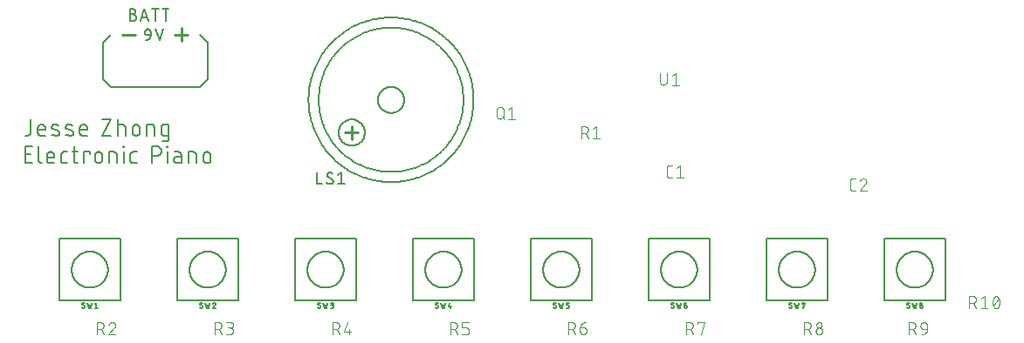
<source format=gto>
G04 EAGLE Gerber RS-274X export*
G75*
%MOMM*%
%FSLAX34Y34*%
%LPD*%
%INTop Silkscreen*%
%IPPOS*%
%AMOC8*
5,1,8,0,0,1.08239X$1,22.5*%
G01*
%ADD10C,0.152400*%
%ADD11C,0.254000*%
%ADD12C,0.203200*%
%ADD13C,0.127000*%
%ADD14C,0.101600*%


D10*
X31581Y260858D02*
X31581Y248214D01*
X31580Y248214D02*
X31578Y248096D01*
X31572Y247978D01*
X31563Y247860D01*
X31549Y247743D01*
X31532Y247626D01*
X31511Y247509D01*
X31486Y247394D01*
X31457Y247279D01*
X31424Y247165D01*
X31388Y247053D01*
X31348Y246942D01*
X31305Y246832D01*
X31258Y246723D01*
X31208Y246616D01*
X31153Y246511D01*
X31096Y246408D01*
X31035Y246307D01*
X30971Y246207D01*
X30904Y246110D01*
X30834Y246015D01*
X30760Y245923D01*
X30684Y245832D01*
X30604Y245745D01*
X30522Y245660D01*
X30437Y245578D01*
X30350Y245498D01*
X30259Y245422D01*
X30167Y245348D01*
X30072Y245278D01*
X29975Y245211D01*
X29875Y245147D01*
X29774Y245086D01*
X29671Y245029D01*
X29566Y244974D01*
X29459Y244924D01*
X29350Y244877D01*
X29240Y244834D01*
X29129Y244794D01*
X29017Y244758D01*
X28903Y244725D01*
X28788Y244696D01*
X28673Y244671D01*
X28556Y244650D01*
X28439Y244633D01*
X28322Y244619D01*
X28204Y244610D01*
X28086Y244604D01*
X27968Y244602D01*
X26162Y244602D01*
X41218Y244602D02*
X45734Y244602D01*
X41218Y244602D02*
X41117Y244604D01*
X41016Y244610D01*
X40915Y244619D01*
X40814Y244632D01*
X40714Y244649D01*
X40615Y244670D01*
X40517Y244694D01*
X40420Y244722D01*
X40323Y244754D01*
X40228Y244789D01*
X40135Y244828D01*
X40043Y244870D01*
X39952Y244916D01*
X39864Y244965D01*
X39777Y245017D01*
X39692Y245073D01*
X39609Y245131D01*
X39529Y245193D01*
X39451Y245258D01*
X39375Y245325D01*
X39302Y245395D01*
X39232Y245468D01*
X39165Y245544D01*
X39100Y245622D01*
X39038Y245702D01*
X38980Y245785D01*
X38924Y245870D01*
X38872Y245957D01*
X38823Y246045D01*
X38777Y246136D01*
X38735Y246228D01*
X38696Y246321D01*
X38661Y246416D01*
X38629Y246513D01*
X38601Y246610D01*
X38577Y246708D01*
X38556Y246807D01*
X38539Y246907D01*
X38526Y247008D01*
X38517Y247109D01*
X38511Y247210D01*
X38509Y247311D01*
X38509Y251827D01*
X38511Y251946D01*
X38517Y252066D01*
X38527Y252185D01*
X38541Y252303D01*
X38558Y252422D01*
X38580Y252539D01*
X38605Y252656D01*
X38635Y252771D01*
X38668Y252886D01*
X38705Y253000D01*
X38745Y253112D01*
X38790Y253223D01*
X38838Y253332D01*
X38889Y253440D01*
X38944Y253546D01*
X39003Y253650D01*
X39065Y253752D01*
X39130Y253852D01*
X39199Y253950D01*
X39271Y254046D01*
X39346Y254139D01*
X39423Y254229D01*
X39504Y254317D01*
X39588Y254402D01*
X39675Y254484D01*
X39764Y254564D01*
X39856Y254640D01*
X39950Y254714D01*
X40047Y254784D01*
X40145Y254851D01*
X40246Y254915D01*
X40350Y254975D01*
X40455Y255032D01*
X40562Y255085D01*
X40670Y255135D01*
X40780Y255181D01*
X40892Y255223D01*
X41005Y255262D01*
X41119Y255297D01*
X41234Y255328D01*
X41351Y255356D01*
X41468Y255379D01*
X41585Y255399D01*
X41704Y255415D01*
X41823Y255427D01*
X41942Y255435D01*
X42061Y255439D01*
X42181Y255439D01*
X42300Y255435D01*
X42419Y255427D01*
X42538Y255415D01*
X42657Y255399D01*
X42774Y255379D01*
X42891Y255356D01*
X43008Y255328D01*
X43123Y255297D01*
X43237Y255262D01*
X43350Y255223D01*
X43462Y255181D01*
X43572Y255135D01*
X43680Y255085D01*
X43787Y255032D01*
X43892Y254975D01*
X43996Y254915D01*
X44097Y254851D01*
X44195Y254784D01*
X44292Y254714D01*
X44386Y254640D01*
X44478Y254564D01*
X44567Y254484D01*
X44654Y254402D01*
X44738Y254317D01*
X44819Y254229D01*
X44896Y254139D01*
X44971Y254046D01*
X45043Y253950D01*
X45112Y253852D01*
X45177Y253752D01*
X45239Y253650D01*
X45298Y253546D01*
X45353Y253440D01*
X45404Y253332D01*
X45452Y253223D01*
X45497Y253112D01*
X45537Y253000D01*
X45574Y252886D01*
X45607Y252771D01*
X45637Y252656D01*
X45662Y252539D01*
X45684Y252422D01*
X45701Y252303D01*
X45715Y252185D01*
X45725Y252066D01*
X45731Y251946D01*
X45733Y251827D01*
X45734Y251827D02*
X45734Y250021D01*
X38509Y250021D01*
X53410Y250924D02*
X57926Y249118D01*
X53410Y250924D02*
X53322Y250961D01*
X53236Y251002D01*
X53151Y251046D01*
X53068Y251094D01*
X52988Y251145D01*
X52909Y251199D01*
X52833Y251257D01*
X52759Y251317D01*
X52687Y251381D01*
X52619Y251447D01*
X52553Y251517D01*
X52490Y251588D01*
X52429Y251663D01*
X52372Y251739D01*
X52319Y251818D01*
X52268Y251899D01*
X52221Y251982D01*
X52177Y252067D01*
X52137Y252154D01*
X52100Y252242D01*
X52067Y252332D01*
X52037Y252423D01*
X52012Y252515D01*
X51990Y252608D01*
X51972Y252702D01*
X51957Y252796D01*
X51947Y252891D01*
X51941Y252987D01*
X51938Y253082D01*
X51939Y253178D01*
X51945Y253273D01*
X51954Y253369D01*
X51967Y253463D01*
X51983Y253557D01*
X52004Y253651D01*
X52029Y253743D01*
X52057Y253834D01*
X52089Y253924D01*
X52124Y254013D01*
X52163Y254100D01*
X52206Y254186D01*
X52252Y254270D01*
X52302Y254351D01*
X52354Y254431D01*
X52410Y254509D01*
X52470Y254584D01*
X52532Y254656D01*
X52597Y254726D01*
X52665Y254794D01*
X52735Y254858D01*
X52808Y254920D01*
X52884Y254978D01*
X52962Y255034D01*
X53042Y255086D01*
X53124Y255135D01*
X53208Y255180D01*
X53294Y255222D01*
X53381Y255261D01*
X53470Y255296D01*
X53561Y255327D01*
X53652Y255354D01*
X53745Y255378D01*
X53838Y255398D01*
X53932Y255414D01*
X54027Y255426D01*
X54122Y255435D01*
X54218Y255439D01*
X54313Y255440D01*
X54560Y255433D01*
X54806Y255421D01*
X55052Y255403D01*
X55298Y255378D01*
X55542Y255348D01*
X55786Y255312D01*
X56029Y255271D01*
X56271Y255223D01*
X56512Y255169D01*
X56751Y255110D01*
X56989Y255045D01*
X57225Y254974D01*
X57460Y254898D01*
X57693Y254816D01*
X57923Y254728D01*
X58151Y254635D01*
X58378Y254537D01*
X57926Y249117D02*
X58014Y249080D01*
X58100Y249039D01*
X58185Y248995D01*
X58268Y248947D01*
X58348Y248896D01*
X58427Y248842D01*
X58503Y248784D01*
X58577Y248724D01*
X58649Y248660D01*
X58717Y248594D01*
X58783Y248524D01*
X58846Y248453D01*
X58907Y248378D01*
X58964Y248302D01*
X59017Y248223D01*
X59068Y248142D01*
X59115Y248059D01*
X59159Y247974D01*
X59199Y247887D01*
X59236Y247799D01*
X59269Y247709D01*
X59299Y247618D01*
X59324Y247526D01*
X59346Y247433D01*
X59364Y247339D01*
X59379Y247245D01*
X59389Y247150D01*
X59395Y247054D01*
X59398Y246959D01*
X59397Y246863D01*
X59391Y246768D01*
X59382Y246672D01*
X59369Y246578D01*
X59353Y246484D01*
X59332Y246390D01*
X59307Y246298D01*
X59279Y246207D01*
X59247Y246117D01*
X59212Y246028D01*
X59173Y245941D01*
X59130Y245855D01*
X59084Y245771D01*
X59034Y245690D01*
X58982Y245610D01*
X58926Y245532D01*
X58866Y245457D01*
X58804Y245385D01*
X58739Y245315D01*
X58671Y245247D01*
X58601Y245183D01*
X58528Y245121D01*
X58452Y245063D01*
X58374Y245007D01*
X58294Y244955D01*
X58212Y244906D01*
X58128Y244861D01*
X58042Y244819D01*
X57955Y244780D01*
X57866Y244745D01*
X57775Y244714D01*
X57684Y244687D01*
X57591Y244663D01*
X57498Y244643D01*
X57404Y244627D01*
X57309Y244615D01*
X57214Y244606D01*
X57118Y244602D01*
X57023Y244601D01*
X57023Y244602D02*
X56661Y244611D01*
X56299Y244629D01*
X55938Y244656D01*
X55578Y244691D01*
X55218Y244734D01*
X54859Y244786D01*
X54502Y244847D01*
X54147Y244916D01*
X53793Y244993D01*
X53441Y245079D01*
X53091Y245173D01*
X52743Y245276D01*
X52398Y245386D01*
X52056Y245505D01*
X66958Y250924D02*
X71473Y249118D01*
X66957Y250924D02*
X66869Y250961D01*
X66783Y251002D01*
X66698Y251046D01*
X66615Y251094D01*
X66535Y251145D01*
X66456Y251199D01*
X66380Y251257D01*
X66306Y251317D01*
X66234Y251381D01*
X66166Y251447D01*
X66100Y251517D01*
X66037Y251588D01*
X65976Y251663D01*
X65919Y251739D01*
X65866Y251818D01*
X65815Y251899D01*
X65768Y251982D01*
X65724Y252067D01*
X65684Y252154D01*
X65647Y252242D01*
X65614Y252332D01*
X65584Y252423D01*
X65559Y252515D01*
X65537Y252608D01*
X65519Y252702D01*
X65504Y252796D01*
X65494Y252891D01*
X65488Y252987D01*
X65485Y253082D01*
X65486Y253178D01*
X65492Y253273D01*
X65501Y253369D01*
X65514Y253463D01*
X65530Y253557D01*
X65551Y253651D01*
X65576Y253743D01*
X65604Y253834D01*
X65636Y253924D01*
X65671Y254013D01*
X65710Y254100D01*
X65753Y254186D01*
X65799Y254270D01*
X65849Y254351D01*
X65901Y254431D01*
X65957Y254509D01*
X66017Y254584D01*
X66079Y254656D01*
X66144Y254726D01*
X66212Y254794D01*
X66282Y254858D01*
X66355Y254920D01*
X66431Y254978D01*
X66509Y255034D01*
X66589Y255086D01*
X66671Y255135D01*
X66755Y255180D01*
X66841Y255222D01*
X66928Y255261D01*
X67017Y255296D01*
X67108Y255327D01*
X67199Y255354D01*
X67292Y255378D01*
X67385Y255398D01*
X67479Y255414D01*
X67574Y255426D01*
X67669Y255435D01*
X67765Y255439D01*
X67860Y255440D01*
X68107Y255433D01*
X68353Y255421D01*
X68599Y255403D01*
X68845Y255378D01*
X69089Y255348D01*
X69333Y255312D01*
X69576Y255271D01*
X69818Y255223D01*
X70059Y255169D01*
X70298Y255110D01*
X70536Y255045D01*
X70772Y254974D01*
X71007Y254898D01*
X71240Y254816D01*
X71470Y254728D01*
X71698Y254635D01*
X71925Y254537D01*
X71473Y249117D02*
X71561Y249080D01*
X71647Y249039D01*
X71732Y248995D01*
X71815Y248947D01*
X71895Y248896D01*
X71974Y248842D01*
X72050Y248784D01*
X72124Y248724D01*
X72196Y248660D01*
X72264Y248594D01*
X72330Y248524D01*
X72393Y248453D01*
X72454Y248378D01*
X72511Y248302D01*
X72564Y248223D01*
X72615Y248142D01*
X72662Y248059D01*
X72706Y247974D01*
X72746Y247887D01*
X72783Y247799D01*
X72816Y247709D01*
X72846Y247618D01*
X72871Y247526D01*
X72893Y247433D01*
X72911Y247339D01*
X72926Y247245D01*
X72936Y247150D01*
X72942Y247054D01*
X72945Y246959D01*
X72944Y246863D01*
X72938Y246768D01*
X72929Y246672D01*
X72916Y246578D01*
X72900Y246484D01*
X72879Y246390D01*
X72854Y246298D01*
X72826Y246207D01*
X72794Y246117D01*
X72759Y246028D01*
X72720Y245941D01*
X72677Y245855D01*
X72631Y245771D01*
X72581Y245690D01*
X72529Y245610D01*
X72473Y245532D01*
X72413Y245457D01*
X72351Y245385D01*
X72286Y245315D01*
X72218Y245247D01*
X72148Y245183D01*
X72075Y245121D01*
X71999Y245063D01*
X71921Y245007D01*
X71841Y244955D01*
X71759Y244906D01*
X71675Y244861D01*
X71589Y244819D01*
X71502Y244780D01*
X71413Y244745D01*
X71322Y244714D01*
X71231Y244687D01*
X71138Y244663D01*
X71045Y244643D01*
X70951Y244627D01*
X70856Y244615D01*
X70761Y244606D01*
X70665Y244602D01*
X70570Y244601D01*
X70570Y244602D02*
X70208Y244611D01*
X69846Y244629D01*
X69485Y244656D01*
X69125Y244691D01*
X68765Y244734D01*
X68406Y244786D01*
X68049Y244847D01*
X67694Y244916D01*
X67340Y244993D01*
X66988Y245079D01*
X66638Y245173D01*
X66290Y245276D01*
X65945Y245386D01*
X65603Y245505D01*
X81859Y244602D02*
X86375Y244602D01*
X81859Y244602D02*
X81758Y244604D01*
X81657Y244610D01*
X81556Y244619D01*
X81455Y244632D01*
X81355Y244649D01*
X81256Y244670D01*
X81158Y244694D01*
X81061Y244722D01*
X80964Y244754D01*
X80869Y244789D01*
X80776Y244828D01*
X80684Y244870D01*
X80593Y244916D01*
X80505Y244965D01*
X80418Y245017D01*
X80333Y245073D01*
X80250Y245131D01*
X80170Y245193D01*
X80092Y245258D01*
X80016Y245325D01*
X79943Y245395D01*
X79873Y245468D01*
X79806Y245544D01*
X79741Y245622D01*
X79679Y245702D01*
X79621Y245785D01*
X79565Y245870D01*
X79513Y245957D01*
X79464Y246045D01*
X79418Y246136D01*
X79376Y246228D01*
X79337Y246321D01*
X79302Y246416D01*
X79270Y246513D01*
X79242Y246610D01*
X79218Y246708D01*
X79197Y246807D01*
X79180Y246907D01*
X79167Y247008D01*
X79158Y247109D01*
X79152Y247210D01*
X79150Y247311D01*
X79150Y251827D01*
X79152Y251946D01*
X79158Y252066D01*
X79168Y252185D01*
X79182Y252303D01*
X79199Y252422D01*
X79221Y252539D01*
X79246Y252656D01*
X79276Y252771D01*
X79309Y252886D01*
X79346Y253000D01*
X79386Y253112D01*
X79431Y253223D01*
X79479Y253332D01*
X79530Y253440D01*
X79585Y253546D01*
X79644Y253650D01*
X79706Y253752D01*
X79771Y253852D01*
X79840Y253950D01*
X79912Y254046D01*
X79987Y254139D01*
X80064Y254229D01*
X80145Y254317D01*
X80229Y254402D01*
X80316Y254484D01*
X80405Y254564D01*
X80497Y254640D01*
X80591Y254714D01*
X80688Y254784D01*
X80786Y254851D01*
X80887Y254915D01*
X80991Y254975D01*
X81096Y255032D01*
X81203Y255085D01*
X81311Y255135D01*
X81421Y255181D01*
X81533Y255223D01*
X81646Y255262D01*
X81760Y255297D01*
X81875Y255328D01*
X81992Y255356D01*
X82109Y255379D01*
X82226Y255399D01*
X82345Y255415D01*
X82464Y255427D01*
X82583Y255435D01*
X82702Y255439D01*
X82822Y255439D01*
X82941Y255435D01*
X83060Y255427D01*
X83179Y255415D01*
X83298Y255399D01*
X83415Y255379D01*
X83532Y255356D01*
X83649Y255328D01*
X83764Y255297D01*
X83878Y255262D01*
X83991Y255223D01*
X84103Y255181D01*
X84213Y255135D01*
X84321Y255085D01*
X84428Y255032D01*
X84533Y254975D01*
X84637Y254915D01*
X84738Y254851D01*
X84836Y254784D01*
X84933Y254714D01*
X85027Y254640D01*
X85119Y254564D01*
X85208Y254484D01*
X85295Y254402D01*
X85379Y254317D01*
X85460Y254229D01*
X85537Y254139D01*
X85612Y254046D01*
X85684Y253950D01*
X85753Y253852D01*
X85818Y253752D01*
X85880Y253650D01*
X85939Y253546D01*
X85994Y253440D01*
X86045Y253332D01*
X86093Y253223D01*
X86138Y253112D01*
X86178Y253000D01*
X86215Y252886D01*
X86248Y252771D01*
X86278Y252656D01*
X86303Y252539D01*
X86325Y252422D01*
X86342Y252303D01*
X86356Y252185D01*
X86366Y252066D01*
X86372Y251946D01*
X86374Y251827D01*
X86375Y251827D02*
X86375Y250021D01*
X79150Y250021D01*
X100652Y260858D02*
X109683Y260858D01*
X100652Y244602D01*
X109683Y244602D01*
X116144Y244602D02*
X116144Y260858D01*
X116144Y255439D02*
X120659Y255439D01*
X120763Y255437D01*
X120866Y255431D01*
X120970Y255421D01*
X121073Y255407D01*
X121175Y255389D01*
X121276Y255368D01*
X121377Y255342D01*
X121476Y255313D01*
X121575Y255280D01*
X121672Y255243D01*
X121767Y255202D01*
X121861Y255158D01*
X121953Y255110D01*
X122043Y255059D01*
X122132Y255004D01*
X122218Y254946D01*
X122301Y254884D01*
X122383Y254820D01*
X122461Y254752D01*
X122537Y254682D01*
X122611Y254609D01*
X122681Y254532D01*
X122749Y254454D01*
X122813Y254372D01*
X122875Y254289D01*
X122933Y254203D01*
X122988Y254114D01*
X123039Y254024D01*
X123087Y253932D01*
X123131Y253838D01*
X123172Y253743D01*
X123209Y253646D01*
X123242Y253547D01*
X123271Y253448D01*
X123297Y253347D01*
X123318Y253246D01*
X123336Y253144D01*
X123350Y253041D01*
X123360Y252937D01*
X123366Y252834D01*
X123368Y252730D01*
X123369Y252730D02*
X123369Y244602D01*
X130212Y248214D02*
X130212Y251827D01*
X130214Y251946D01*
X130220Y252066D01*
X130230Y252185D01*
X130244Y252303D01*
X130261Y252422D01*
X130283Y252539D01*
X130308Y252656D01*
X130338Y252771D01*
X130371Y252886D01*
X130408Y253000D01*
X130448Y253112D01*
X130493Y253223D01*
X130541Y253332D01*
X130592Y253440D01*
X130647Y253546D01*
X130706Y253650D01*
X130768Y253752D01*
X130833Y253852D01*
X130902Y253950D01*
X130974Y254046D01*
X131049Y254139D01*
X131126Y254229D01*
X131207Y254317D01*
X131291Y254402D01*
X131378Y254484D01*
X131467Y254564D01*
X131559Y254640D01*
X131653Y254714D01*
X131750Y254784D01*
X131848Y254851D01*
X131949Y254915D01*
X132053Y254975D01*
X132158Y255032D01*
X132265Y255085D01*
X132373Y255135D01*
X132483Y255181D01*
X132595Y255223D01*
X132708Y255262D01*
X132822Y255297D01*
X132937Y255328D01*
X133054Y255356D01*
X133171Y255379D01*
X133288Y255399D01*
X133407Y255415D01*
X133526Y255427D01*
X133645Y255435D01*
X133764Y255439D01*
X133884Y255439D01*
X134003Y255435D01*
X134122Y255427D01*
X134241Y255415D01*
X134360Y255399D01*
X134477Y255379D01*
X134594Y255356D01*
X134711Y255328D01*
X134826Y255297D01*
X134940Y255262D01*
X135053Y255223D01*
X135165Y255181D01*
X135275Y255135D01*
X135383Y255085D01*
X135490Y255032D01*
X135595Y254975D01*
X135699Y254915D01*
X135800Y254851D01*
X135898Y254784D01*
X135995Y254714D01*
X136089Y254640D01*
X136181Y254564D01*
X136270Y254484D01*
X136357Y254402D01*
X136441Y254317D01*
X136522Y254229D01*
X136599Y254139D01*
X136674Y254046D01*
X136746Y253950D01*
X136815Y253852D01*
X136880Y253752D01*
X136942Y253650D01*
X137001Y253546D01*
X137056Y253440D01*
X137107Y253332D01*
X137155Y253223D01*
X137200Y253112D01*
X137240Y253000D01*
X137277Y252886D01*
X137310Y252771D01*
X137340Y252656D01*
X137365Y252539D01*
X137387Y252422D01*
X137404Y252303D01*
X137418Y252185D01*
X137428Y252066D01*
X137434Y251946D01*
X137436Y251827D01*
X137437Y251827D02*
X137437Y248214D01*
X137436Y248214D02*
X137434Y248095D01*
X137428Y247975D01*
X137418Y247856D01*
X137404Y247738D01*
X137387Y247619D01*
X137365Y247502D01*
X137340Y247385D01*
X137310Y247270D01*
X137277Y247155D01*
X137240Y247041D01*
X137200Y246929D01*
X137155Y246818D01*
X137107Y246709D01*
X137056Y246601D01*
X137001Y246495D01*
X136942Y246391D01*
X136880Y246289D01*
X136815Y246189D01*
X136746Y246091D01*
X136674Y245995D01*
X136599Y245902D01*
X136522Y245812D01*
X136441Y245724D01*
X136357Y245639D01*
X136270Y245557D01*
X136181Y245477D01*
X136089Y245401D01*
X135995Y245327D01*
X135898Y245257D01*
X135800Y245190D01*
X135699Y245126D01*
X135595Y245066D01*
X135490Y245009D01*
X135383Y244956D01*
X135275Y244906D01*
X135165Y244860D01*
X135053Y244818D01*
X134940Y244779D01*
X134826Y244744D01*
X134711Y244713D01*
X134594Y244685D01*
X134477Y244662D01*
X134360Y244642D01*
X134241Y244626D01*
X134122Y244614D01*
X134003Y244606D01*
X133884Y244602D01*
X133764Y244602D01*
X133645Y244606D01*
X133526Y244614D01*
X133407Y244626D01*
X133288Y244642D01*
X133171Y244662D01*
X133054Y244685D01*
X132937Y244713D01*
X132822Y244744D01*
X132708Y244779D01*
X132595Y244818D01*
X132483Y244860D01*
X132373Y244906D01*
X132265Y244956D01*
X132158Y245009D01*
X132053Y245066D01*
X131949Y245126D01*
X131848Y245190D01*
X131750Y245257D01*
X131653Y245327D01*
X131559Y245401D01*
X131467Y245477D01*
X131378Y245557D01*
X131291Y245639D01*
X131207Y245724D01*
X131126Y245812D01*
X131049Y245902D01*
X130974Y245995D01*
X130902Y246091D01*
X130833Y246189D01*
X130768Y246289D01*
X130706Y246391D01*
X130647Y246495D01*
X130592Y246601D01*
X130541Y246709D01*
X130493Y246818D01*
X130448Y246929D01*
X130408Y247041D01*
X130371Y247155D01*
X130338Y247270D01*
X130308Y247385D01*
X130283Y247502D01*
X130261Y247619D01*
X130244Y247738D01*
X130230Y247856D01*
X130220Y247975D01*
X130214Y248095D01*
X130212Y248214D01*
X144280Y244602D02*
X144280Y255439D01*
X148796Y255439D01*
X148900Y255437D01*
X149003Y255431D01*
X149107Y255421D01*
X149210Y255407D01*
X149312Y255389D01*
X149413Y255368D01*
X149514Y255342D01*
X149613Y255313D01*
X149712Y255280D01*
X149809Y255243D01*
X149904Y255202D01*
X149998Y255158D01*
X150090Y255110D01*
X150180Y255059D01*
X150269Y255004D01*
X150355Y254946D01*
X150438Y254884D01*
X150520Y254820D01*
X150598Y254752D01*
X150674Y254682D01*
X150748Y254609D01*
X150818Y254532D01*
X150886Y254454D01*
X150950Y254372D01*
X151012Y254289D01*
X151070Y254203D01*
X151125Y254114D01*
X151176Y254024D01*
X151224Y253932D01*
X151268Y253838D01*
X151309Y253743D01*
X151346Y253646D01*
X151379Y253547D01*
X151408Y253448D01*
X151434Y253347D01*
X151455Y253246D01*
X151473Y253144D01*
X151487Y253041D01*
X151497Y252937D01*
X151503Y252834D01*
X151505Y252730D01*
X151505Y244602D01*
X160984Y244602D02*
X165500Y244602D01*
X160984Y244602D02*
X160883Y244604D01*
X160782Y244610D01*
X160681Y244619D01*
X160580Y244632D01*
X160480Y244649D01*
X160381Y244670D01*
X160283Y244694D01*
X160186Y244722D01*
X160089Y244754D01*
X159994Y244789D01*
X159901Y244828D01*
X159809Y244870D01*
X159718Y244916D01*
X159630Y244965D01*
X159543Y245017D01*
X159458Y245073D01*
X159375Y245131D01*
X159295Y245193D01*
X159217Y245258D01*
X159141Y245325D01*
X159068Y245395D01*
X158998Y245468D01*
X158931Y245544D01*
X158866Y245622D01*
X158804Y245702D01*
X158746Y245785D01*
X158690Y245870D01*
X158638Y245957D01*
X158589Y246045D01*
X158543Y246136D01*
X158501Y246228D01*
X158462Y246321D01*
X158427Y246416D01*
X158395Y246513D01*
X158367Y246610D01*
X158343Y246708D01*
X158322Y246807D01*
X158305Y246907D01*
X158292Y247008D01*
X158283Y247109D01*
X158277Y247210D01*
X158275Y247311D01*
X158275Y252730D01*
X158277Y252831D01*
X158283Y252932D01*
X158292Y253033D01*
X158305Y253134D01*
X158322Y253234D01*
X158343Y253333D01*
X158367Y253431D01*
X158395Y253528D01*
X158427Y253625D01*
X158462Y253720D01*
X158501Y253813D01*
X158543Y253905D01*
X158589Y253996D01*
X158638Y254085D01*
X158690Y254171D01*
X158746Y254256D01*
X158804Y254339D01*
X158866Y254419D01*
X158931Y254497D01*
X158998Y254573D01*
X159068Y254646D01*
X159141Y254716D01*
X159217Y254783D01*
X159295Y254848D01*
X159375Y254910D01*
X159458Y254968D01*
X159543Y255024D01*
X159630Y255076D01*
X159718Y255125D01*
X159809Y255171D01*
X159901Y255213D01*
X159994Y255252D01*
X160089Y255287D01*
X160186Y255319D01*
X160283Y255347D01*
X160381Y255371D01*
X160480Y255392D01*
X160580Y255409D01*
X160681Y255422D01*
X160782Y255431D01*
X160883Y255437D01*
X160984Y255439D01*
X165500Y255439D01*
X165500Y241893D01*
X165499Y241893D02*
X165497Y241789D01*
X165491Y241686D01*
X165481Y241582D01*
X165467Y241479D01*
X165449Y241377D01*
X165428Y241276D01*
X165402Y241175D01*
X165373Y241076D01*
X165340Y240977D01*
X165303Y240880D01*
X165262Y240785D01*
X165218Y240691D01*
X165170Y240599D01*
X165119Y240509D01*
X165064Y240420D01*
X165006Y240334D01*
X164944Y240251D01*
X164880Y240169D01*
X164812Y240091D01*
X164742Y240015D01*
X164669Y239941D01*
X164592Y239871D01*
X164514Y239803D01*
X164432Y239739D01*
X164349Y239677D01*
X164263Y239619D01*
X164174Y239564D01*
X164084Y239513D01*
X163992Y239465D01*
X163898Y239421D01*
X163803Y239380D01*
X163706Y239343D01*
X163607Y239310D01*
X163508Y239281D01*
X163407Y239255D01*
X163306Y239234D01*
X163204Y239216D01*
X163101Y239202D01*
X162997Y239192D01*
X162894Y239186D01*
X162790Y239184D01*
X162790Y239183D02*
X159178Y239183D01*
X33387Y217932D02*
X26162Y217932D01*
X26162Y234188D01*
X33387Y234188D01*
X31581Y226963D02*
X26162Y226963D01*
X39256Y220641D02*
X39256Y234188D01*
X39256Y220641D02*
X39258Y220540D01*
X39264Y220439D01*
X39273Y220338D01*
X39286Y220237D01*
X39303Y220137D01*
X39324Y220038D01*
X39348Y219940D01*
X39376Y219843D01*
X39408Y219746D01*
X39443Y219651D01*
X39482Y219558D01*
X39524Y219466D01*
X39570Y219375D01*
X39619Y219287D01*
X39671Y219200D01*
X39727Y219115D01*
X39785Y219032D01*
X39847Y218952D01*
X39912Y218874D01*
X39979Y218798D01*
X40049Y218725D01*
X40122Y218655D01*
X40198Y218588D01*
X40276Y218523D01*
X40356Y218461D01*
X40439Y218403D01*
X40524Y218347D01*
X40611Y218295D01*
X40699Y218246D01*
X40790Y218200D01*
X40882Y218158D01*
X40975Y218119D01*
X41070Y218084D01*
X41167Y218052D01*
X41264Y218024D01*
X41362Y218000D01*
X41461Y217979D01*
X41561Y217962D01*
X41662Y217949D01*
X41763Y217940D01*
X41864Y217934D01*
X41965Y217932D01*
X50065Y217932D02*
X54581Y217932D01*
X50065Y217932D02*
X49964Y217934D01*
X49863Y217940D01*
X49762Y217949D01*
X49661Y217962D01*
X49561Y217979D01*
X49462Y218000D01*
X49364Y218024D01*
X49267Y218052D01*
X49170Y218084D01*
X49075Y218119D01*
X48982Y218158D01*
X48890Y218200D01*
X48799Y218246D01*
X48711Y218295D01*
X48624Y218347D01*
X48539Y218403D01*
X48456Y218461D01*
X48376Y218523D01*
X48298Y218588D01*
X48222Y218655D01*
X48149Y218725D01*
X48079Y218798D01*
X48012Y218874D01*
X47947Y218952D01*
X47885Y219032D01*
X47827Y219115D01*
X47771Y219200D01*
X47719Y219287D01*
X47670Y219375D01*
X47624Y219466D01*
X47582Y219558D01*
X47543Y219651D01*
X47508Y219746D01*
X47476Y219843D01*
X47448Y219940D01*
X47424Y220038D01*
X47403Y220137D01*
X47386Y220237D01*
X47373Y220338D01*
X47364Y220439D01*
X47358Y220540D01*
X47356Y220641D01*
X47356Y225157D01*
X47358Y225276D01*
X47364Y225396D01*
X47374Y225515D01*
X47388Y225633D01*
X47405Y225752D01*
X47427Y225869D01*
X47452Y225986D01*
X47482Y226101D01*
X47515Y226216D01*
X47552Y226330D01*
X47592Y226442D01*
X47637Y226553D01*
X47685Y226662D01*
X47736Y226770D01*
X47791Y226876D01*
X47850Y226980D01*
X47912Y227082D01*
X47977Y227182D01*
X48046Y227280D01*
X48118Y227376D01*
X48193Y227469D01*
X48270Y227559D01*
X48351Y227647D01*
X48435Y227732D01*
X48522Y227814D01*
X48611Y227894D01*
X48703Y227970D01*
X48797Y228044D01*
X48894Y228114D01*
X48992Y228181D01*
X49093Y228245D01*
X49197Y228305D01*
X49302Y228362D01*
X49409Y228415D01*
X49517Y228465D01*
X49627Y228511D01*
X49739Y228553D01*
X49852Y228592D01*
X49966Y228627D01*
X50081Y228658D01*
X50198Y228686D01*
X50315Y228709D01*
X50432Y228729D01*
X50551Y228745D01*
X50670Y228757D01*
X50789Y228765D01*
X50908Y228769D01*
X51028Y228769D01*
X51147Y228765D01*
X51266Y228757D01*
X51385Y228745D01*
X51504Y228729D01*
X51621Y228709D01*
X51738Y228686D01*
X51855Y228658D01*
X51970Y228627D01*
X52084Y228592D01*
X52197Y228553D01*
X52309Y228511D01*
X52419Y228465D01*
X52527Y228415D01*
X52634Y228362D01*
X52739Y228305D01*
X52843Y228245D01*
X52944Y228181D01*
X53042Y228114D01*
X53139Y228044D01*
X53233Y227970D01*
X53325Y227894D01*
X53414Y227814D01*
X53501Y227732D01*
X53585Y227647D01*
X53666Y227559D01*
X53743Y227469D01*
X53818Y227376D01*
X53890Y227280D01*
X53959Y227182D01*
X54024Y227082D01*
X54086Y226980D01*
X54145Y226876D01*
X54200Y226770D01*
X54251Y226662D01*
X54299Y226553D01*
X54344Y226442D01*
X54384Y226330D01*
X54421Y226216D01*
X54454Y226101D01*
X54484Y225986D01*
X54509Y225869D01*
X54531Y225752D01*
X54548Y225633D01*
X54562Y225515D01*
X54572Y225396D01*
X54578Y225276D01*
X54580Y225157D01*
X54581Y225157D02*
X54581Y223351D01*
X47356Y223351D01*
X63630Y217932D02*
X67242Y217932D01*
X63630Y217932D02*
X63529Y217934D01*
X63428Y217940D01*
X63327Y217949D01*
X63226Y217962D01*
X63126Y217979D01*
X63027Y218000D01*
X62929Y218024D01*
X62832Y218052D01*
X62735Y218084D01*
X62640Y218119D01*
X62547Y218158D01*
X62455Y218200D01*
X62364Y218246D01*
X62276Y218295D01*
X62189Y218347D01*
X62104Y218403D01*
X62021Y218461D01*
X61941Y218523D01*
X61863Y218588D01*
X61787Y218655D01*
X61714Y218725D01*
X61644Y218798D01*
X61577Y218874D01*
X61512Y218952D01*
X61450Y219032D01*
X61392Y219115D01*
X61336Y219200D01*
X61284Y219287D01*
X61235Y219375D01*
X61189Y219466D01*
X61147Y219558D01*
X61108Y219651D01*
X61073Y219746D01*
X61041Y219843D01*
X61013Y219940D01*
X60989Y220038D01*
X60968Y220137D01*
X60951Y220237D01*
X60938Y220338D01*
X60929Y220439D01*
X60923Y220540D01*
X60921Y220641D01*
X60921Y226060D01*
X60923Y226161D01*
X60929Y226262D01*
X60938Y226363D01*
X60951Y226464D01*
X60968Y226564D01*
X60989Y226663D01*
X61013Y226761D01*
X61041Y226858D01*
X61073Y226955D01*
X61108Y227050D01*
X61147Y227143D01*
X61189Y227235D01*
X61235Y227326D01*
X61284Y227415D01*
X61336Y227501D01*
X61392Y227586D01*
X61450Y227669D01*
X61512Y227749D01*
X61577Y227827D01*
X61644Y227903D01*
X61714Y227976D01*
X61787Y228046D01*
X61863Y228113D01*
X61941Y228178D01*
X62021Y228240D01*
X62104Y228298D01*
X62189Y228354D01*
X62276Y228406D01*
X62364Y228455D01*
X62455Y228501D01*
X62547Y228543D01*
X62640Y228582D01*
X62735Y228617D01*
X62832Y228649D01*
X62929Y228677D01*
X63027Y228701D01*
X63126Y228722D01*
X63226Y228739D01*
X63327Y228752D01*
X63428Y228761D01*
X63529Y228767D01*
X63630Y228769D01*
X67242Y228769D01*
X71590Y228769D02*
X77008Y228769D01*
X73396Y234188D02*
X73396Y220641D01*
X73398Y220540D01*
X73404Y220439D01*
X73413Y220338D01*
X73426Y220237D01*
X73443Y220137D01*
X73464Y220038D01*
X73488Y219940D01*
X73516Y219843D01*
X73548Y219746D01*
X73583Y219651D01*
X73622Y219558D01*
X73664Y219466D01*
X73710Y219375D01*
X73759Y219287D01*
X73811Y219200D01*
X73867Y219115D01*
X73925Y219032D01*
X73987Y218952D01*
X74052Y218874D01*
X74119Y218798D01*
X74189Y218725D01*
X74262Y218655D01*
X74338Y218588D01*
X74416Y218523D01*
X74496Y218461D01*
X74579Y218403D01*
X74664Y218347D01*
X74751Y218295D01*
X74839Y218246D01*
X74930Y218200D01*
X75022Y218158D01*
X75115Y218119D01*
X75210Y218084D01*
X75307Y218052D01*
X75404Y218024D01*
X75502Y218000D01*
X75601Y217979D01*
X75701Y217962D01*
X75802Y217949D01*
X75903Y217940D01*
X76004Y217934D01*
X76105Y217932D01*
X77008Y217932D01*
X83393Y217932D02*
X83393Y228769D01*
X88811Y228769D01*
X88811Y226963D01*
X93729Y225157D02*
X93729Y221544D01*
X93729Y225157D02*
X93731Y225276D01*
X93737Y225396D01*
X93747Y225515D01*
X93761Y225633D01*
X93778Y225752D01*
X93800Y225869D01*
X93825Y225986D01*
X93855Y226101D01*
X93888Y226216D01*
X93925Y226330D01*
X93965Y226442D01*
X94010Y226553D01*
X94058Y226662D01*
X94109Y226770D01*
X94164Y226876D01*
X94223Y226980D01*
X94285Y227082D01*
X94350Y227182D01*
X94419Y227280D01*
X94491Y227376D01*
X94566Y227469D01*
X94643Y227559D01*
X94724Y227647D01*
X94808Y227732D01*
X94895Y227814D01*
X94984Y227894D01*
X95076Y227970D01*
X95170Y228044D01*
X95267Y228114D01*
X95365Y228181D01*
X95466Y228245D01*
X95570Y228305D01*
X95675Y228362D01*
X95782Y228415D01*
X95890Y228465D01*
X96000Y228511D01*
X96112Y228553D01*
X96225Y228592D01*
X96339Y228627D01*
X96454Y228658D01*
X96571Y228686D01*
X96688Y228709D01*
X96805Y228729D01*
X96924Y228745D01*
X97043Y228757D01*
X97162Y228765D01*
X97281Y228769D01*
X97401Y228769D01*
X97520Y228765D01*
X97639Y228757D01*
X97758Y228745D01*
X97877Y228729D01*
X97994Y228709D01*
X98111Y228686D01*
X98228Y228658D01*
X98343Y228627D01*
X98457Y228592D01*
X98570Y228553D01*
X98682Y228511D01*
X98792Y228465D01*
X98900Y228415D01*
X99007Y228362D01*
X99112Y228305D01*
X99216Y228245D01*
X99317Y228181D01*
X99415Y228114D01*
X99512Y228044D01*
X99606Y227970D01*
X99698Y227894D01*
X99787Y227814D01*
X99874Y227732D01*
X99958Y227647D01*
X100039Y227559D01*
X100116Y227469D01*
X100191Y227376D01*
X100263Y227280D01*
X100332Y227182D01*
X100397Y227082D01*
X100459Y226980D01*
X100518Y226876D01*
X100573Y226770D01*
X100624Y226662D01*
X100672Y226553D01*
X100717Y226442D01*
X100757Y226330D01*
X100794Y226216D01*
X100827Y226101D01*
X100857Y225986D01*
X100882Y225869D01*
X100904Y225752D01*
X100921Y225633D01*
X100935Y225515D01*
X100945Y225396D01*
X100951Y225276D01*
X100953Y225157D01*
X100953Y221544D01*
X100951Y221425D01*
X100945Y221305D01*
X100935Y221186D01*
X100921Y221068D01*
X100904Y220949D01*
X100882Y220832D01*
X100857Y220715D01*
X100827Y220600D01*
X100794Y220485D01*
X100757Y220371D01*
X100717Y220259D01*
X100672Y220148D01*
X100624Y220039D01*
X100573Y219931D01*
X100518Y219825D01*
X100459Y219721D01*
X100397Y219619D01*
X100332Y219519D01*
X100263Y219421D01*
X100191Y219325D01*
X100116Y219232D01*
X100039Y219142D01*
X99958Y219054D01*
X99874Y218969D01*
X99787Y218887D01*
X99698Y218807D01*
X99606Y218731D01*
X99512Y218657D01*
X99415Y218587D01*
X99317Y218520D01*
X99216Y218456D01*
X99112Y218396D01*
X99007Y218339D01*
X98900Y218286D01*
X98792Y218236D01*
X98682Y218190D01*
X98570Y218148D01*
X98457Y218109D01*
X98343Y218074D01*
X98228Y218043D01*
X98111Y218015D01*
X97994Y217992D01*
X97877Y217972D01*
X97758Y217956D01*
X97639Y217944D01*
X97520Y217936D01*
X97401Y217932D01*
X97281Y217932D01*
X97162Y217936D01*
X97043Y217944D01*
X96924Y217956D01*
X96805Y217972D01*
X96688Y217992D01*
X96571Y218015D01*
X96454Y218043D01*
X96339Y218074D01*
X96225Y218109D01*
X96112Y218148D01*
X96000Y218190D01*
X95890Y218236D01*
X95782Y218286D01*
X95675Y218339D01*
X95570Y218396D01*
X95466Y218456D01*
X95365Y218520D01*
X95267Y218587D01*
X95170Y218657D01*
X95076Y218731D01*
X94984Y218807D01*
X94895Y218887D01*
X94808Y218969D01*
X94724Y219054D01*
X94643Y219142D01*
X94566Y219232D01*
X94491Y219325D01*
X94419Y219421D01*
X94350Y219519D01*
X94285Y219619D01*
X94223Y219721D01*
X94164Y219825D01*
X94109Y219931D01*
X94058Y220039D01*
X94010Y220148D01*
X93965Y220259D01*
X93925Y220371D01*
X93888Y220485D01*
X93855Y220600D01*
X93825Y220715D01*
X93800Y220832D01*
X93778Y220949D01*
X93761Y221068D01*
X93747Y221186D01*
X93737Y221305D01*
X93731Y221425D01*
X93729Y221544D01*
X107797Y217932D02*
X107797Y228769D01*
X112312Y228769D01*
X112416Y228767D01*
X112519Y228761D01*
X112623Y228751D01*
X112726Y228737D01*
X112828Y228719D01*
X112929Y228698D01*
X113030Y228672D01*
X113129Y228643D01*
X113228Y228610D01*
X113325Y228573D01*
X113420Y228532D01*
X113514Y228488D01*
X113606Y228440D01*
X113696Y228389D01*
X113785Y228334D01*
X113871Y228276D01*
X113954Y228214D01*
X114036Y228150D01*
X114114Y228082D01*
X114190Y228012D01*
X114264Y227939D01*
X114334Y227862D01*
X114402Y227784D01*
X114466Y227702D01*
X114528Y227619D01*
X114586Y227533D01*
X114641Y227444D01*
X114692Y227354D01*
X114740Y227262D01*
X114784Y227168D01*
X114825Y227073D01*
X114862Y226976D01*
X114895Y226877D01*
X114924Y226778D01*
X114950Y226677D01*
X114971Y226576D01*
X114989Y226474D01*
X115003Y226371D01*
X115013Y226267D01*
X115019Y226164D01*
X115021Y226060D01*
X115022Y226060D02*
X115022Y217932D01*
X121830Y217932D02*
X121830Y228769D01*
X121378Y233285D02*
X121378Y234188D01*
X122281Y234188D01*
X122281Y233285D01*
X121378Y233285D01*
X130844Y217932D02*
X134457Y217932D01*
X130844Y217932D02*
X130743Y217934D01*
X130642Y217940D01*
X130541Y217949D01*
X130440Y217962D01*
X130340Y217979D01*
X130241Y218000D01*
X130143Y218024D01*
X130046Y218052D01*
X129949Y218084D01*
X129854Y218119D01*
X129761Y218158D01*
X129669Y218200D01*
X129578Y218246D01*
X129490Y218295D01*
X129403Y218347D01*
X129318Y218403D01*
X129235Y218461D01*
X129155Y218523D01*
X129077Y218588D01*
X129001Y218655D01*
X128928Y218725D01*
X128858Y218798D01*
X128791Y218874D01*
X128726Y218952D01*
X128664Y219032D01*
X128606Y219115D01*
X128550Y219200D01*
X128498Y219287D01*
X128449Y219375D01*
X128403Y219466D01*
X128361Y219558D01*
X128322Y219651D01*
X128287Y219746D01*
X128255Y219843D01*
X128227Y219940D01*
X128203Y220038D01*
X128182Y220137D01*
X128165Y220237D01*
X128152Y220338D01*
X128143Y220439D01*
X128137Y220540D01*
X128135Y220641D01*
X128135Y226060D01*
X128137Y226161D01*
X128143Y226262D01*
X128152Y226363D01*
X128165Y226464D01*
X128182Y226564D01*
X128203Y226663D01*
X128227Y226761D01*
X128255Y226858D01*
X128287Y226955D01*
X128322Y227050D01*
X128361Y227143D01*
X128403Y227235D01*
X128449Y227326D01*
X128498Y227415D01*
X128550Y227501D01*
X128606Y227586D01*
X128664Y227669D01*
X128726Y227749D01*
X128791Y227827D01*
X128858Y227903D01*
X128928Y227976D01*
X129001Y228046D01*
X129077Y228113D01*
X129155Y228178D01*
X129235Y228240D01*
X129318Y228298D01*
X129403Y228354D01*
X129490Y228406D01*
X129578Y228455D01*
X129669Y228501D01*
X129761Y228543D01*
X129854Y228582D01*
X129949Y228617D01*
X130046Y228649D01*
X130143Y228677D01*
X130241Y228701D01*
X130340Y228722D01*
X130440Y228739D01*
X130541Y228752D01*
X130642Y228761D01*
X130743Y228767D01*
X130844Y228769D01*
X134457Y228769D01*
X149309Y234188D02*
X149309Y217932D01*
X149309Y234188D02*
X153824Y234188D01*
X153957Y234186D01*
X154089Y234180D01*
X154221Y234170D01*
X154353Y234157D01*
X154485Y234139D01*
X154615Y234118D01*
X154746Y234093D01*
X154875Y234064D01*
X155003Y234031D01*
X155131Y233995D01*
X155257Y233955D01*
X155382Y233911D01*
X155506Y233863D01*
X155628Y233812D01*
X155749Y233757D01*
X155868Y233699D01*
X155986Y233637D01*
X156101Y233572D01*
X156215Y233503D01*
X156326Y233432D01*
X156435Y233356D01*
X156542Y233278D01*
X156647Y233197D01*
X156749Y233112D01*
X156849Y233025D01*
X156946Y232935D01*
X157041Y232842D01*
X157132Y232746D01*
X157221Y232648D01*
X157307Y232547D01*
X157390Y232443D01*
X157470Y232337D01*
X157546Y232229D01*
X157620Y232119D01*
X157690Y232006D01*
X157757Y231892D01*
X157820Y231775D01*
X157880Y231657D01*
X157937Y231537D01*
X157990Y231415D01*
X158039Y231292D01*
X158085Y231168D01*
X158127Y231042D01*
X158165Y230915D01*
X158200Y230787D01*
X158231Y230658D01*
X158258Y230529D01*
X158281Y230398D01*
X158301Y230267D01*
X158316Y230135D01*
X158328Y230003D01*
X158336Y229871D01*
X158340Y229738D01*
X158340Y229606D01*
X158336Y229473D01*
X158328Y229341D01*
X158316Y229209D01*
X158301Y229077D01*
X158281Y228946D01*
X158258Y228815D01*
X158231Y228686D01*
X158200Y228557D01*
X158165Y228429D01*
X158127Y228302D01*
X158085Y228176D01*
X158039Y228052D01*
X157990Y227929D01*
X157937Y227807D01*
X157880Y227687D01*
X157820Y227569D01*
X157757Y227452D01*
X157690Y227338D01*
X157620Y227225D01*
X157546Y227115D01*
X157470Y227007D01*
X157390Y226901D01*
X157307Y226797D01*
X157221Y226696D01*
X157132Y226598D01*
X157041Y226502D01*
X156946Y226409D01*
X156849Y226319D01*
X156749Y226232D01*
X156647Y226147D01*
X156542Y226066D01*
X156435Y225988D01*
X156326Y225912D01*
X156215Y225841D01*
X156101Y225772D01*
X155986Y225707D01*
X155868Y225645D01*
X155749Y225587D01*
X155628Y225532D01*
X155506Y225481D01*
X155382Y225433D01*
X155257Y225389D01*
X155131Y225349D01*
X155003Y225313D01*
X154875Y225280D01*
X154746Y225251D01*
X154615Y225226D01*
X154485Y225205D01*
X154353Y225187D01*
X154221Y225174D01*
X154089Y225164D01*
X153957Y225158D01*
X153824Y225156D01*
X153824Y225157D02*
X149309Y225157D01*
X164034Y228769D02*
X164034Y217932D01*
X163583Y233285D02*
X163583Y234188D01*
X164486Y234188D01*
X164486Y233285D01*
X163583Y233285D01*
X173409Y224254D02*
X177473Y224254D01*
X173409Y224254D02*
X173297Y224252D01*
X173186Y224246D01*
X173075Y224236D01*
X172964Y224223D01*
X172854Y224205D01*
X172745Y224183D01*
X172636Y224158D01*
X172528Y224129D01*
X172422Y224096D01*
X172316Y224059D01*
X172212Y224019D01*
X172110Y223975D01*
X172009Y223927D01*
X171910Y223876D01*
X171812Y223821D01*
X171717Y223763D01*
X171624Y223702D01*
X171533Y223637D01*
X171444Y223569D01*
X171358Y223498D01*
X171275Y223425D01*
X171194Y223348D01*
X171115Y223268D01*
X171040Y223186D01*
X170968Y223101D01*
X170898Y223014D01*
X170832Y222924D01*
X170769Y222832D01*
X170709Y222737D01*
X170653Y222641D01*
X170600Y222543D01*
X170551Y222443D01*
X170505Y222341D01*
X170463Y222238D01*
X170424Y222133D01*
X170389Y222027D01*
X170358Y221920D01*
X170331Y221812D01*
X170307Y221703D01*
X170288Y221593D01*
X170272Y221483D01*
X170260Y221372D01*
X170252Y221260D01*
X170248Y221149D01*
X170248Y221037D01*
X170252Y220926D01*
X170260Y220814D01*
X170272Y220703D01*
X170288Y220593D01*
X170307Y220483D01*
X170331Y220374D01*
X170358Y220266D01*
X170389Y220159D01*
X170424Y220053D01*
X170463Y219948D01*
X170505Y219845D01*
X170551Y219743D01*
X170600Y219643D01*
X170653Y219545D01*
X170709Y219449D01*
X170769Y219354D01*
X170832Y219262D01*
X170898Y219172D01*
X170968Y219085D01*
X171040Y219000D01*
X171115Y218918D01*
X171194Y218838D01*
X171275Y218761D01*
X171358Y218688D01*
X171444Y218617D01*
X171533Y218549D01*
X171624Y218484D01*
X171717Y218423D01*
X171812Y218365D01*
X171910Y218310D01*
X172009Y218259D01*
X172110Y218211D01*
X172212Y218167D01*
X172316Y218127D01*
X172422Y218090D01*
X172528Y218057D01*
X172636Y218028D01*
X172745Y218003D01*
X172854Y217981D01*
X172964Y217963D01*
X173075Y217950D01*
X173186Y217940D01*
X173297Y217934D01*
X173409Y217932D01*
X177473Y217932D01*
X177473Y226060D01*
X177471Y226161D01*
X177465Y226262D01*
X177456Y226363D01*
X177443Y226464D01*
X177426Y226564D01*
X177405Y226663D01*
X177381Y226761D01*
X177353Y226858D01*
X177321Y226955D01*
X177286Y227050D01*
X177247Y227143D01*
X177205Y227235D01*
X177159Y227326D01*
X177110Y227415D01*
X177058Y227501D01*
X177002Y227586D01*
X176944Y227669D01*
X176882Y227749D01*
X176817Y227827D01*
X176750Y227903D01*
X176680Y227976D01*
X176607Y228046D01*
X176531Y228113D01*
X176453Y228178D01*
X176373Y228240D01*
X176290Y228298D01*
X176205Y228354D01*
X176119Y228406D01*
X176030Y228455D01*
X175939Y228501D01*
X175847Y228543D01*
X175754Y228582D01*
X175659Y228617D01*
X175562Y228649D01*
X175465Y228677D01*
X175367Y228701D01*
X175268Y228722D01*
X175168Y228739D01*
X175067Y228752D01*
X174966Y228761D01*
X174865Y228767D01*
X174764Y228769D01*
X171151Y228769D01*
X184911Y228769D02*
X184911Y217932D01*
X184911Y228769D02*
X189426Y228769D01*
X189530Y228767D01*
X189633Y228761D01*
X189737Y228751D01*
X189840Y228737D01*
X189942Y228719D01*
X190043Y228698D01*
X190144Y228672D01*
X190243Y228643D01*
X190342Y228610D01*
X190439Y228573D01*
X190534Y228532D01*
X190628Y228488D01*
X190720Y228440D01*
X190810Y228389D01*
X190899Y228334D01*
X190985Y228276D01*
X191068Y228214D01*
X191150Y228150D01*
X191228Y228082D01*
X191304Y228012D01*
X191378Y227939D01*
X191448Y227862D01*
X191516Y227784D01*
X191580Y227702D01*
X191642Y227619D01*
X191700Y227533D01*
X191755Y227444D01*
X191806Y227354D01*
X191854Y227262D01*
X191898Y227168D01*
X191939Y227073D01*
X191976Y226976D01*
X192009Y226877D01*
X192038Y226778D01*
X192064Y226677D01*
X192085Y226576D01*
X192103Y226474D01*
X192117Y226371D01*
X192127Y226267D01*
X192133Y226164D01*
X192135Y226060D01*
X192136Y226060D02*
X192136Y217932D01*
X198979Y221544D02*
X198979Y225157D01*
X198981Y225276D01*
X198987Y225396D01*
X198997Y225515D01*
X199011Y225633D01*
X199028Y225752D01*
X199050Y225869D01*
X199075Y225986D01*
X199105Y226101D01*
X199138Y226216D01*
X199175Y226330D01*
X199215Y226442D01*
X199260Y226553D01*
X199308Y226662D01*
X199359Y226770D01*
X199414Y226876D01*
X199473Y226980D01*
X199535Y227082D01*
X199600Y227182D01*
X199669Y227280D01*
X199741Y227376D01*
X199816Y227469D01*
X199893Y227559D01*
X199974Y227647D01*
X200058Y227732D01*
X200145Y227814D01*
X200234Y227894D01*
X200326Y227970D01*
X200420Y228044D01*
X200517Y228114D01*
X200615Y228181D01*
X200716Y228245D01*
X200820Y228305D01*
X200925Y228362D01*
X201032Y228415D01*
X201140Y228465D01*
X201250Y228511D01*
X201362Y228553D01*
X201475Y228592D01*
X201589Y228627D01*
X201704Y228658D01*
X201821Y228686D01*
X201938Y228709D01*
X202055Y228729D01*
X202174Y228745D01*
X202293Y228757D01*
X202412Y228765D01*
X202531Y228769D01*
X202651Y228769D01*
X202770Y228765D01*
X202889Y228757D01*
X203008Y228745D01*
X203127Y228729D01*
X203244Y228709D01*
X203361Y228686D01*
X203478Y228658D01*
X203593Y228627D01*
X203707Y228592D01*
X203820Y228553D01*
X203932Y228511D01*
X204042Y228465D01*
X204150Y228415D01*
X204257Y228362D01*
X204362Y228305D01*
X204466Y228245D01*
X204567Y228181D01*
X204665Y228114D01*
X204762Y228044D01*
X204856Y227970D01*
X204948Y227894D01*
X205037Y227814D01*
X205124Y227732D01*
X205208Y227647D01*
X205289Y227559D01*
X205366Y227469D01*
X205441Y227376D01*
X205513Y227280D01*
X205582Y227182D01*
X205647Y227082D01*
X205709Y226980D01*
X205768Y226876D01*
X205823Y226770D01*
X205874Y226662D01*
X205922Y226553D01*
X205967Y226442D01*
X206007Y226330D01*
X206044Y226216D01*
X206077Y226101D01*
X206107Y225986D01*
X206132Y225869D01*
X206154Y225752D01*
X206171Y225633D01*
X206185Y225515D01*
X206195Y225396D01*
X206201Y225276D01*
X206203Y225157D01*
X206204Y225157D02*
X206204Y221544D01*
X206203Y221544D02*
X206201Y221425D01*
X206195Y221305D01*
X206185Y221186D01*
X206171Y221068D01*
X206154Y220949D01*
X206132Y220832D01*
X206107Y220715D01*
X206077Y220600D01*
X206044Y220485D01*
X206007Y220371D01*
X205967Y220259D01*
X205922Y220148D01*
X205874Y220039D01*
X205823Y219931D01*
X205768Y219825D01*
X205709Y219721D01*
X205647Y219619D01*
X205582Y219519D01*
X205513Y219421D01*
X205441Y219325D01*
X205366Y219232D01*
X205289Y219142D01*
X205208Y219054D01*
X205124Y218969D01*
X205037Y218887D01*
X204948Y218807D01*
X204856Y218731D01*
X204762Y218657D01*
X204665Y218587D01*
X204567Y218520D01*
X204466Y218456D01*
X204362Y218396D01*
X204257Y218339D01*
X204150Y218286D01*
X204042Y218236D01*
X203932Y218190D01*
X203820Y218148D01*
X203707Y218109D01*
X203593Y218074D01*
X203478Y218043D01*
X203361Y218015D01*
X203244Y217992D01*
X203127Y217972D01*
X203008Y217956D01*
X202889Y217944D01*
X202770Y217936D01*
X202651Y217932D01*
X202531Y217932D01*
X202412Y217936D01*
X202293Y217944D01*
X202174Y217956D01*
X202055Y217972D01*
X201938Y217992D01*
X201821Y218015D01*
X201704Y218043D01*
X201589Y218074D01*
X201475Y218109D01*
X201362Y218148D01*
X201250Y218190D01*
X201140Y218236D01*
X201032Y218286D01*
X200925Y218339D01*
X200820Y218396D01*
X200716Y218456D01*
X200615Y218520D01*
X200517Y218587D01*
X200420Y218657D01*
X200326Y218731D01*
X200234Y218807D01*
X200145Y218887D01*
X200058Y218969D01*
X199974Y219054D01*
X199893Y219142D01*
X199816Y219232D01*
X199741Y219325D01*
X199669Y219421D01*
X199600Y219519D01*
X199535Y219619D01*
X199473Y219721D01*
X199414Y219825D01*
X199359Y219931D01*
X199308Y220039D01*
X199260Y220148D01*
X199215Y220259D01*
X199175Y220371D01*
X199138Y220485D01*
X199105Y220600D01*
X199075Y220715D01*
X199050Y220832D01*
X199028Y220949D01*
X199011Y221068D01*
X198997Y221186D01*
X198987Y221305D01*
X198981Y221425D01*
X198979Y221544D01*
D11*
X133350Y342900D02*
X120650Y342900D01*
X171450Y342900D02*
X184150Y342900D01*
X177800Y336550D02*
X177800Y349250D01*
D10*
X195580Y342900D02*
X203200Y335280D01*
X203200Y299720D01*
X195580Y292100D01*
X109220Y292100D01*
X101600Y299720D01*
X101600Y335280D01*
X109220Y342900D01*
D12*
X144357Y342307D02*
X147913Y342307D01*
X144357Y342307D02*
X144262Y342309D01*
X144166Y342315D01*
X144071Y342324D01*
X143977Y342338D01*
X143883Y342355D01*
X143790Y342376D01*
X143697Y342401D01*
X143606Y342429D01*
X143516Y342461D01*
X143428Y342497D01*
X143341Y342536D01*
X143255Y342579D01*
X143172Y342625D01*
X143090Y342674D01*
X143010Y342727D01*
X142933Y342783D01*
X142857Y342841D01*
X142785Y342903D01*
X142715Y342968D01*
X142647Y343036D01*
X142582Y343106D01*
X142520Y343178D01*
X142462Y343254D01*
X142406Y343331D01*
X142353Y343411D01*
X142304Y343493D01*
X142258Y343576D01*
X142215Y343662D01*
X142176Y343749D01*
X142140Y343837D01*
X142108Y343927D01*
X142080Y344018D01*
X142055Y344111D01*
X142034Y344204D01*
X142017Y344298D01*
X142003Y344392D01*
X141994Y344487D01*
X141988Y344583D01*
X141986Y344678D01*
X141986Y345271D01*
X141988Y345378D01*
X141994Y345485D01*
X142003Y345591D01*
X142017Y345697D01*
X142034Y345803D01*
X142055Y345908D01*
X142080Y346012D01*
X142109Y346115D01*
X142141Y346217D01*
X142177Y346318D01*
X142217Y346417D01*
X142260Y346515D01*
X142307Y346611D01*
X142357Y346706D01*
X142410Y346799D01*
X142467Y346889D01*
X142527Y346978D01*
X142590Y347064D01*
X142656Y347148D01*
X142726Y347230D01*
X142798Y347309D01*
X142873Y347385D01*
X142951Y347459D01*
X143031Y347529D01*
X143114Y347597D01*
X143199Y347662D01*
X143286Y347723D01*
X143376Y347782D01*
X143468Y347837D01*
X143561Y347889D01*
X143657Y347937D01*
X143754Y347982D01*
X143852Y348024D01*
X143952Y348061D01*
X144054Y348096D01*
X144156Y348126D01*
X144260Y348153D01*
X144364Y348176D01*
X144470Y348195D01*
X144576Y348210D01*
X144682Y348222D01*
X144789Y348230D01*
X144896Y348234D01*
X145002Y348234D01*
X145109Y348230D01*
X145216Y348222D01*
X145322Y348210D01*
X145428Y348195D01*
X145534Y348176D01*
X145638Y348153D01*
X145742Y348126D01*
X145844Y348096D01*
X145946Y348061D01*
X146046Y348024D01*
X146144Y347982D01*
X146241Y347937D01*
X146337Y347889D01*
X146431Y347837D01*
X146522Y347782D01*
X146612Y347723D01*
X146699Y347662D01*
X146784Y347597D01*
X146867Y347529D01*
X146947Y347459D01*
X147025Y347385D01*
X147100Y347309D01*
X147172Y347230D01*
X147242Y347148D01*
X147308Y347064D01*
X147371Y346978D01*
X147431Y346889D01*
X147488Y346799D01*
X147541Y346706D01*
X147591Y346611D01*
X147638Y346515D01*
X147681Y346417D01*
X147721Y346318D01*
X147757Y346217D01*
X147789Y346115D01*
X147818Y346012D01*
X147843Y345908D01*
X147864Y345803D01*
X147881Y345697D01*
X147895Y345591D01*
X147904Y345485D01*
X147910Y345378D01*
X147912Y345271D01*
X147913Y345271D02*
X147913Y342307D01*
X147912Y342307D02*
X147910Y342172D01*
X147904Y342036D01*
X147895Y341901D01*
X147881Y341767D01*
X147864Y341632D01*
X147843Y341499D01*
X147818Y341365D01*
X147789Y341233D01*
X147756Y341102D01*
X147720Y340971D01*
X147680Y340842D01*
X147636Y340714D01*
X147589Y340587D01*
X147538Y340461D01*
X147484Y340338D01*
X147426Y340215D01*
X147364Y340095D01*
X147299Y339976D01*
X147231Y339859D01*
X147159Y339744D01*
X147085Y339631D01*
X147007Y339520D01*
X146925Y339412D01*
X146841Y339306D01*
X146754Y339202D01*
X146664Y339101D01*
X146571Y339003D01*
X146475Y338907D01*
X146377Y338814D01*
X146276Y338724D01*
X146172Y338637D01*
X146066Y338553D01*
X145958Y338471D01*
X145847Y338393D01*
X145734Y338319D01*
X145619Y338247D01*
X145502Y338179D01*
X145383Y338114D01*
X145263Y338052D01*
X145140Y337994D01*
X145017Y337940D01*
X144891Y337889D01*
X144764Y337842D01*
X144636Y337798D01*
X144507Y337758D01*
X144376Y337722D01*
X144245Y337689D01*
X144113Y337660D01*
X143979Y337635D01*
X143846Y337614D01*
X143711Y337597D01*
X143577Y337583D01*
X143442Y337574D01*
X143306Y337568D01*
X143171Y337566D01*
X156379Y337566D02*
X152823Y348234D01*
X159935Y348234D02*
X156379Y337566D01*
D13*
X130810Y362585D02*
X127635Y362585D01*
X130810Y362585D02*
X130921Y362583D01*
X131031Y362577D01*
X131142Y362568D01*
X131252Y362554D01*
X131361Y362537D01*
X131470Y362516D01*
X131578Y362491D01*
X131685Y362462D01*
X131791Y362430D01*
X131896Y362394D01*
X131999Y362354D01*
X132101Y362311D01*
X132202Y362264D01*
X132301Y362213D01*
X132398Y362160D01*
X132492Y362103D01*
X132585Y362042D01*
X132676Y361979D01*
X132765Y361912D01*
X132851Y361842D01*
X132934Y361769D01*
X133016Y361694D01*
X133094Y361616D01*
X133169Y361534D01*
X133242Y361451D01*
X133312Y361365D01*
X133379Y361276D01*
X133442Y361185D01*
X133503Y361092D01*
X133560Y360997D01*
X133613Y360901D01*
X133664Y360802D01*
X133711Y360701D01*
X133754Y360599D01*
X133794Y360496D01*
X133830Y360391D01*
X133862Y360285D01*
X133891Y360178D01*
X133916Y360070D01*
X133937Y359961D01*
X133954Y359852D01*
X133968Y359742D01*
X133977Y359631D01*
X133983Y359521D01*
X133985Y359410D01*
X133983Y359299D01*
X133977Y359189D01*
X133968Y359078D01*
X133954Y358968D01*
X133937Y358859D01*
X133916Y358750D01*
X133891Y358642D01*
X133862Y358535D01*
X133830Y358429D01*
X133794Y358324D01*
X133754Y358221D01*
X133711Y358119D01*
X133664Y358018D01*
X133613Y357919D01*
X133560Y357822D01*
X133503Y357728D01*
X133442Y357635D01*
X133379Y357544D01*
X133312Y357455D01*
X133242Y357369D01*
X133169Y357286D01*
X133094Y357204D01*
X133016Y357126D01*
X132934Y357051D01*
X132851Y356978D01*
X132765Y356908D01*
X132676Y356841D01*
X132585Y356778D01*
X132492Y356717D01*
X132397Y356660D01*
X132301Y356607D01*
X132202Y356556D01*
X132101Y356509D01*
X131999Y356466D01*
X131896Y356426D01*
X131791Y356390D01*
X131685Y356358D01*
X131578Y356329D01*
X131470Y356304D01*
X131361Y356283D01*
X131252Y356266D01*
X131142Y356252D01*
X131031Y356243D01*
X130921Y356237D01*
X130810Y356235D01*
X127635Y356235D01*
X127635Y367665D01*
X130810Y367665D01*
X130910Y367663D01*
X131009Y367657D01*
X131109Y367647D01*
X131207Y367634D01*
X131306Y367616D01*
X131403Y367595D01*
X131499Y367570D01*
X131595Y367541D01*
X131689Y367508D01*
X131782Y367472D01*
X131873Y367432D01*
X131963Y367388D01*
X132051Y367341D01*
X132137Y367291D01*
X132221Y367237D01*
X132303Y367180D01*
X132382Y367120D01*
X132460Y367056D01*
X132534Y366990D01*
X132606Y366921D01*
X132675Y366849D01*
X132741Y366775D01*
X132805Y366697D01*
X132865Y366618D01*
X132922Y366536D01*
X132976Y366452D01*
X133026Y366366D01*
X133073Y366278D01*
X133117Y366188D01*
X133157Y366097D01*
X133193Y366004D01*
X133226Y365910D01*
X133255Y365814D01*
X133280Y365718D01*
X133301Y365621D01*
X133319Y365522D01*
X133332Y365424D01*
X133342Y365324D01*
X133348Y365225D01*
X133350Y365125D01*
X133348Y365025D01*
X133342Y364926D01*
X133332Y364826D01*
X133319Y364728D01*
X133301Y364629D01*
X133280Y364532D01*
X133255Y364436D01*
X133226Y364340D01*
X133193Y364246D01*
X133157Y364153D01*
X133117Y364062D01*
X133073Y363972D01*
X133026Y363884D01*
X132976Y363798D01*
X132922Y363714D01*
X132865Y363632D01*
X132805Y363553D01*
X132741Y363475D01*
X132675Y363401D01*
X132606Y363329D01*
X132534Y363260D01*
X132460Y363194D01*
X132382Y363130D01*
X132303Y363070D01*
X132221Y363013D01*
X132137Y362959D01*
X132051Y362909D01*
X131963Y362862D01*
X131873Y362818D01*
X131782Y362778D01*
X131689Y362742D01*
X131595Y362709D01*
X131499Y362680D01*
X131403Y362655D01*
X131306Y362634D01*
X131207Y362616D01*
X131109Y362603D01*
X131009Y362593D01*
X130910Y362587D01*
X130810Y362585D01*
X137859Y356235D02*
X141669Y367665D01*
X145479Y356235D01*
X144526Y359093D02*
X138811Y359093D01*
X152337Y356235D02*
X152337Y367665D01*
X149162Y367665D02*
X155512Y367665D01*
X162243Y367665D02*
X162243Y356235D01*
X159068Y367665D02*
X165418Y367665D01*
D14*
X650804Y203708D02*
X653401Y203708D01*
X650804Y203708D02*
X650705Y203710D01*
X650605Y203716D01*
X650506Y203725D01*
X650408Y203738D01*
X650310Y203755D01*
X650212Y203776D01*
X650116Y203801D01*
X650021Y203829D01*
X649927Y203861D01*
X649834Y203896D01*
X649742Y203935D01*
X649652Y203978D01*
X649564Y204023D01*
X649477Y204073D01*
X649393Y204125D01*
X649310Y204181D01*
X649230Y204239D01*
X649152Y204301D01*
X649077Y204366D01*
X649004Y204434D01*
X648934Y204504D01*
X648866Y204577D01*
X648801Y204652D01*
X648739Y204730D01*
X648681Y204810D01*
X648625Y204893D01*
X648573Y204977D01*
X648523Y205064D01*
X648478Y205152D01*
X648435Y205242D01*
X648396Y205334D01*
X648361Y205427D01*
X648329Y205521D01*
X648301Y205616D01*
X648276Y205712D01*
X648255Y205810D01*
X648238Y205908D01*
X648225Y206006D01*
X648216Y206105D01*
X648210Y206205D01*
X648208Y206304D01*
X648208Y212796D01*
X648210Y212895D01*
X648216Y212995D01*
X648225Y213094D01*
X648238Y213192D01*
X648255Y213290D01*
X648276Y213388D01*
X648301Y213484D01*
X648329Y213579D01*
X648361Y213673D01*
X648396Y213766D01*
X648435Y213858D01*
X648478Y213948D01*
X648523Y214036D01*
X648573Y214123D01*
X648625Y214207D01*
X648681Y214290D01*
X648739Y214370D01*
X648801Y214448D01*
X648866Y214523D01*
X648934Y214596D01*
X649004Y214666D01*
X649077Y214734D01*
X649152Y214799D01*
X649230Y214861D01*
X649310Y214919D01*
X649393Y214975D01*
X649477Y215027D01*
X649564Y215077D01*
X649652Y215122D01*
X649742Y215165D01*
X649834Y215204D01*
X649926Y215239D01*
X650021Y215271D01*
X650116Y215299D01*
X650212Y215324D01*
X650310Y215345D01*
X650408Y215362D01*
X650506Y215375D01*
X650605Y215384D01*
X650705Y215390D01*
X650804Y215392D01*
X653401Y215392D01*
X657766Y212796D02*
X661012Y215392D01*
X661012Y203708D01*
X664257Y203708D02*
X657766Y203708D01*
X828604Y191008D02*
X831201Y191008D01*
X828604Y191008D02*
X828505Y191010D01*
X828405Y191016D01*
X828306Y191025D01*
X828208Y191038D01*
X828110Y191055D01*
X828012Y191076D01*
X827916Y191101D01*
X827821Y191129D01*
X827727Y191161D01*
X827634Y191196D01*
X827542Y191235D01*
X827452Y191278D01*
X827364Y191323D01*
X827277Y191373D01*
X827193Y191425D01*
X827110Y191481D01*
X827030Y191539D01*
X826952Y191601D01*
X826877Y191666D01*
X826804Y191734D01*
X826734Y191804D01*
X826666Y191877D01*
X826601Y191952D01*
X826539Y192030D01*
X826481Y192110D01*
X826425Y192193D01*
X826373Y192277D01*
X826323Y192364D01*
X826278Y192452D01*
X826235Y192542D01*
X826196Y192634D01*
X826161Y192727D01*
X826129Y192821D01*
X826101Y192916D01*
X826076Y193012D01*
X826055Y193110D01*
X826038Y193208D01*
X826025Y193306D01*
X826016Y193405D01*
X826010Y193505D01*
X826008Y193604D01*
X826008Y200096D01*
X826010Y200195D01*
X826016Y200295D01*
X826025Y200394D01*
X826038Y200492D01*
X826055Y200590D01*
X826076Y200688D01*
X826101Y200784D01*
X826129Y200879D01*
X826161Y200973D01*
X826196Y201066D01*
X826235Y201158D01*
X826278Y201248D01*
X826323Y201336D01*
X826373Y201423D01*
X826425Y201507D01*
X826481Y201590D01*
X826539Y201670D01*
X826601Y201748D01*
X826666Y201823D01*
X826734Y201896D01*
X826804Y201966D01*
X826877Y202034D01*
X826952Y202099D01*
X827030Y202161D01*
X827110Y202219D01*
X827193Y202275D01*
X827277Y202327D01*
X827364Y202377D01*
X827452Y202422D01*
X827542Y202465D01*
X827634Y202504D01*
X827726Y202539D01*
X827821Y202571D01*
X827916Y202599D01*
X828012Y202624D01*
X828110Y202645D01*
X828208Y202662D01*
X828306Y202675D01*
X828405Y202684D01*
X828505Y202690D01*
X828604Y202692D01*
X831201Y202692D01*
X839136Y202692D02*
X839243Y202690D01*
X839349Y202684D01*
X839455Y202674D01*
X839561Y202661D01*
X839667Y202643D01*
X839771Y202622D01*
X839875Y202597D01*
X839978Y202568D01*
X840079Y202536D01*
X840179Y202499D01*
X840278Y202459D01*
X840376Y202416D01*
X840472Y202369D01*
X840566Y202318D01*
X840658Y202264D01*
X840748Y202207D01*
X840836Y202147D01*
X840921Y202083D01*
X841004Y202016D01*
X841085Y201946D01*
X841163Y201874D01*
X841239Y201798D01*
X841311Y201720D01*
X841381Y201639D01*
X841448Y201556D01*
X841512Y201471D01*
X841572Y201383D01*
X841629Y201293D01*
X841683Y201201D01*
X841734Y201107D01*
X841781Y201011D01*
X841824Y200913D01*
X841864Y200814D01*
X841901Y200714D01*
X841933Y200613D01*
X841962Y200510D01*
X841987Y200406D01*
X842008Y200302D01*
X842026Y200196D01*
X842039Y200090D01*
X842049Y199984D01*
X842055Y199878D01*
X842057Y199771D01*
X839136Y202692D02*
X839015Y202690D01*
X838894Y202684D01*
X838774Y202674D01*
X838653Y202661D01*
X838534Y202643D01*
X838414Y202622D01*
X838296Y202597D01*
X838179Y202568D01*
X838062Y202535D01*
X837947Y202499D01*
X837833Y202458D01*
X837720Y202415D01*
X837608Y202367D01*
X837499Y202316D01*
X837391Y202261D01*
X837284Y202203D01*
X837180Y202142D01*
X837078Y202077D01*
X836978Y202009D01*
X836880Y201938D01*
X836784Y201864D01*
X836691Y201787D01*
X836601Y201706D01*
X836513Y201623D01*
X836428Y201537D01*
X836345Y201448D01*
X836266Y201357D01*
X836189Y201263D01*
X836116Y201167D01*
X836046Y201069D01*
X835979Y200968D01*
X835915Y200865D01*
X835855Y200760D01*
X835798Y200653D01*
X835744Y200545D01*
X835694Y200435D01*
X835648Y200323D01*
X835605Y200210D01*
X835566Y200095D01*
X841084Y197499D02*
X841163Y197576D01*
X841239Y197657D01*
X841312Y197740D01*
X841382Y197825D01*
X841449Y197913D01*
X841513Y198003D01*
X841573Y198095D01*
X841630Y198190D01*
X841684Y198286D01*
X841735Y198384D01*
X841782Y198484D01*
X841826Y198586D01*
X841866Y198689D01*
X841902Y198793D01*
X841934Y198899D01*
X841963Y199005D01*
X841988Y199113D01*
X842010Y199221D01*
X842027Y199331D01*
X842041Y199440D01*
X842050Y199550D01*
X842056Y199661D01*
X842058Y199771D01*
X841084Y197499D02*
X835566Y191008D01*
X842057Y191008D01*
D11*
X349250Y247650D02*
X336550Y247650D01*
X342900Y254000D02*
X342900Y241300D01*
D10*
X310896Y279400D02*
X310917Y281120D01*
X310980Y282840D01*
X311086Y284557D01*
X311234Y286271D01*
X311423Y287981D01*
X311655Y289686D01*
X311928Y291385D01*
X312243Y293077D01*
X312599Y294760D01*
X312997Y296434D01*
X313435Y298098D01*
X313915Y299750D01*
X314434Y301390D01*
X314994Y303017D01*
X315593Y304630D01*
X316232Y306228D01*
X316910Y307809D01*
X317627Y309373D01*
X318381Y310920D01*
X319174Y312447D01*
X320003Y313954D01*
X320870Y315441D01*
X321772Y316905D01*
X322711Y318348D01*
X323684Y319766D01*
X324692Y321161D01*
X325734Y322530D01*
X326809Y323874D01*
X327917Y325190D01*
X329056Y326479D01*
X330227Y327740D01*
X331429Y328971D01*
X332660Y330173D01*
X333921Y331344D01*
X335210Y332483D01*
X336526Y333591D01*
X337870Y334666D01*
X339239Y335708D01*
X340634Y336716D01*
X342052Y337689D01*
X343495Y338628D01*
X344959Y339530D01*
X346446Y340397D01*
X347953Y341226D01*
X349480Y342019D01*
X351027Y342773D01*
X352591Y343490D01*
X354172Y344168D01*
X355770Y344807D01*
X357383Y345406D01*
X359010Y345966D01*
X360650Y346485D01*
X362302Y346965D01*
X363966Y347403D01*
X365640Y347801D01*
X367323Y348157D01*
X369015Y348472D01*
X370714Y348745D01*
X372419Y348977D01*
X374129Y349166D01*
X375843Y349314D01*
X377560Y349420D01*
X379280Y349483D01*
X381000Y349504D01*
X382720Y349483D01*
X384440Y349420D01*
X386157Y349314D01*
X387871Y349166D01*
X389581Y348977D01*
X391286Y348745D01*
X392985Y348472D01*
X394677Y348157D01*
X396360Y347801D01*
X398034Y347403D01*
X399698Y346965D01*
X401350Y346485D01*
X402990Y345966D01*
X404617Y345406D01*
X406230Y344807D01*
X407828Y344168D01*
X409409Y343490D01*
X410973Y342773D01*
X412520Y342019D01*
X414047Y341226D01*
X415554Y340397D01*
X417041Y339530D01*
X418505Y338628D01*
X419948Y337689D01*
X421366Y336716D01*
X422761Y335708D01*
X424130Y334666D01*
X425474Y333591D01*
X426790Y332483D01*
X428079Y331344D01*
X429340Y330173D01*
X430571Y328971D01*
X431773Y327740D01*
X432944Y326479D01*
X434083Y325190D01*
X435191Y323874D01*
X436266Y322530D01*
X437308Y321161D01*
X438316Y319766D01*
X439289Y318348D01*
X440228Y316905D01*
X441130Y315441D01*
X441997Y313954D01*
X442826Y312447D01*
X443619Y310920D01*
X444373Y309373D01*
X445090Y307809D01*
X445768Y306228D01*
X446407Y304630D01*
X447006Y303017D01*
X447566Y301390D01*
X448085Y299750D01*
X448565Y298098D01*
X449003Y296434D01*
X449401Y294760D01*
X449757Y293077D01*
X450072Y291385D01*
X450345Y289686D01*
X450577Y287981D01*
X450766Y286271D01*
X450914Y284557D01*
X451020Y282840D01*
X451083Y281120D01*
X451104Y279400D01*
X451083Y277680D01*
X451020Y275960D01*
X450914Y274243D01*
X450766Y272529D01*
X450577Y270819D01*
X450345Y269114D01*
X450072Y267415D01*
X449757Y265723D01*
X449401Y264040D01*
X449003Y262366D01*
X448565Y260702D01*
X448085Y259050D01*
X447566Y257410D01*
X447006Y255783D01*
X446407Y254170D01*
X445768Y252572D01*
X445090Y250991D01*
X444373Y249427D01*
X443619Y247880D01*
X442826Y246353D01*
X441997Y244846D01*
X441130Y243359D01*
X440228Y241895D01*
X439289Y240452D01*
X438316Y239034D01*
X437308Y237639D01*
X436266Y236270D01*
X435191Y234926D01*
X434083Y233610D01*
X432944Y232321D01*
X431773Y231060D01*
X430571Y229829D01*
X429340Y228627D01*
X428079Y227456D01*
X426790Y226317D01*
X425474Y225209D01*
X424130Y224134D01*
X422761Y223092D01*
X421366Y222084D01*
X419948Y221111D01*
X418505Y220172D01*
X417041Y219270D01*
X415554Y218403D01*
X414047Y217574D01*
X412520Y216781D01*
X410973Y216027D01*
X409409Y215310D01*
X407828Y214632D01*
X406230Y213993D01*
X404617Y213394D01*
X402990Y212834D01*
X401350Y212315D01*
X399698Y211835D01*
X398034Y211397D01*
X396360Y210999D01*
X394677Y210643D01*
X392985Y210328D01*
X391286Y210055D01*
X389581Y209823D01*
X387871Y209634D01*
X386157Y209486D01*
X384440Y209380D01*
X382720Y209317D01*
X381000Y209296D01*
X379280Y209317D01*
X377560Y209380D01*
X375843Y209486D01*
X374129Y209634D01*
X372419Y209823D01*
X370714Y210055D01*
X369015Y210328D01*
X367323Y210643D01*
X365640Y210999D01*
X363966Y211397D01*
X362302Y211835D01*
X360650Y212315D01*
X359010Y212834D01*
X357383Y213394D01*
X355770Y213993D01*
X354172Y214632D01*
X352591Y215310D01*
X351027Y216027D01*
X349480Y216781D01*
X347953Y217574D01*
X346446Y218403D01*
X344959Y219270D01*
X343495Y220172D01*
X342052Y221111D01*
X340634Y222084D01*
X339239Y223092D01*
X337870Y224134D01*
X336526Y225209D01*
X335210Y226317D01*
X333921Y227456D01*
X332660Y228627D01*
X331429Y229829D01*
X330227Y231060D01*
X329056Y232321D01*
X327917Y233610D01*
X326809Y234926D01*
X325734Y236270D01*
X324692Y237639D01*
X323684Y239034D01*
X322711Y240452D01*
X321772Y241895D01*
X320870Y243359D01*
X320003Y244846D01*
X319174Y246353D01*
X318381Y247880D01*
X317627Y249427D01*
X316910Y250991D01*
X316232Y252572D01*
X315593Y254170D01*
X314994Y255783D01*
X314434Y257410D01*
X313915Y259050D01*
X313435Y260702D01*
X312997Y262366D01*
X312599Y264040D01*
X312243Y265723D01*
X311928Y267415D01*
X311655Y269114D01*
X311423Y270819D01*
X311234Y272529D01*
X311086Y274243D01*
X310980Y275960D01*
X310917Y277680D01*
X310896Y279400D01*
X300990Y279400D02*
X301014Y281364D01*
X301086Y283326D01*
X301207Y285286D01*
X301375Y287242D01*
X301592Y289194D01*
X301856Y291140D01*
X302168Y293079D01*
X302527Y295009D01*
X302934Y296930D01*
X303388Y298841D01*
X303888Y300740D01*
X304435Y302626D01*
X305028Y304498D01*
X305667Y306355D01*
X306351Y308195D01*
X307080Y310019D01*
X307854Y311823D01*
X308672Y313609D01*
X309533Y315373D01*
X310437Y317116D01*
X311384Y318837D01*
X312373Y320533D01*
X313403Y322205D01*
X314474Y323851D01*
X315585Y325470D01*
X316735Y327062D01*
X317924Y328625D01*
X319151Y330158D01*
X320416Y331660D01*
X321717Y333131D01*
X323053Y334570D01*
X324424Y335976D01*
X325830Y337347D01*
X327269Y338683D01*
X328740Y339984D01*
X330242Y341249D01*
X331775Y342476D01*
X333338Y343665D01*
X334930Y344815D01*
X336549Y345926D01*
X338195Y346997D01*
X339867Y348027D01*
X341563Y349016D01*
X343284Y349963D01*
X345027Y350867D01*
X346791Y351728D01*
X348577Y352546D01*
X350381Y353320D01*
X352205Y354049D01*
X354045Y354733D01*
X355902Y355372D01*
X357774Y355965D01*
X359660Y356512D01*
X361559Y357012D01*
X363470Y357466D01*
X365391Y357873D01*
X367321Y358232D01*
X369260Y358544D01*
X371206Y358808D01*
X373158Y359025D01*
X375114Y359193D01*
X377074Y359314D01*
X379036Y359386D01*
X381000Y359410D01*
X382964Y359386D01*
X384926Y359314D01*
X386886Y359193D01*
X388842Y359025D01*
X390794Y358808D01*
X392740Y358544D01*
X394679Y358232D01*
X396609Y357873D01*
X398530Y357466D01*
X400441Y357012D01*
X402340Y356512D01*
X404226Y355965D01*
X406098Y355372D01*
X407955Y354733D01*
X409795Y354049D01*
X411619Y353320D01*
X413423Y352546D01*
X415209Y351728D01*
X416973Y350867D01*
X418716Y349963D01*
X420437Y349016D01*
X422133Y348027D01*
X423805Y346997D01*
X425451Y345926D01*
X427070Y344815D01*
X428662Y343665D01*
X430225Y342476D01*
X431758Y341249D01*
X433260Y339984D01*
X434731Y338683D01*
X436170Y337347D01*
X437576Y335976D01*
X438947Y334570D01*
X440283Y333131D01*
X441584Y331660D01*
X442849Y330158D01*
X444076Y328625D01*
X445265Y327062D01*
X446415Y325470D01*
X447526Y323851D01*
X448597Y322205D01*
X449627Y320533D01*
X450616Y318837D01*
X451563Y317116D01*
X452467Y315373D01*
X453328Y313609D01*
X454146Y311823D01*
X454920Y310019D01*
X455649Y308195D01*
X456333Y306355D01*
X456972Y304498D01*
X457565Y302626D01*
X458112Y300740D01*
X458612Y298841D01*
X459066Y296930D01*
X459473Y295009D01*
X459832Y293079D01*
X460144Y291140D01*
X460408Y289194D01*
X460625Y287242D01*
X460793Y285286D01*
X460914Y283326D01*
X460986Y281364D01*
X461010Y279400D01*
X460986Y277436D01*
X460914Y275474D01*
X460793Y273514D01*
X460625Y271558D01*
X460408Y269606D01*
X460144Y267660D01*
X459832Y265721D01*
X459473Y263791D01*
X459066Y261870D01*
X458612Y259959D01*
X458112Y258060D01*
X457565Y256174D01*
X456972Y254302D01*
X456333Y252445D01*
X455649Y250605D01*
X454920Y248781D01*
X454146Y246977D01*
X453328Y245191D01*
X452467Y243427D01*
X451563Y241684D01*
X450616Y239963D01*
X449627Y238267D01*
X448597Y236595D01*
X447526Y234949D01*
X446415Y233330D01*
X445265Y231738D01*
X444076Y230175D01*
X442849Y228642D01*
X441584Y227140D01*
X440283Y225669D01*
X438947Y224230D01*
X437576Y222824D01*
X436170Y221453D01*
X434731Y220117D01*
X433260Y218816D01*
X431758Y217551D01*
X430225Y216324D01*
X428662Y215135D01*
X427070Y213985D01*
X425451Y212874D01*
X423805Y211803D01*
X422133Y210773D01*
X420437Y209784D01*
X418716Y208837D01*
X416973Y207933D01*
X415209Y207072D01*
X413423Y206254D01*
X411619Y205480D01*
X409795Y204751D01*
X407955Y204067D01*
X406098Y203428D01*
X404226Y202835D01*
X402340Y202288D01*
X400441Y201788D01*
X398530Y201334D01*
X396609Y200927D01*
X394679Y200568D01*
X392740Y200256D01*
X390794Y199992D01*
X388842Y199775D01*
X386886Y199607D01*
X384926Y199486D01*
X382964Y199414D01*
X381000Y199390D01*
X379036Y199414D01*
X377074Y199486D01*
X375114Y199607D01*
X373158Y199775D01*
X371206Y199992D01*
X369260Y200256D01*
X367321Y200568D01*
X365391Y200927D01*
X363470Y201334D01*
X361559Y201788D01*
X359660Y202288D01*
X357774Y202835D01*
X355902Y203428D01*
X354045Y204067D01*
X352205Y204751D01*
X350381Y205480D01*
X348577Y206254D01*
X346791Y207072D01*
X345027Y207933D01*
X343284Y208837D01*
X341563Y209784D01*
X339867Y210773D01*
X338195Y211803D01*
X336549Y212874D01*
X334930Y213985D01*
X333338Y215135D01*
X331775Y216324D01*
X330242Y217551D01*
X328740Y218816D01*
X327269Y220117D01*
X325830Y221453D01*
X324424Y222824D01*
X323053Y224230D01*
X321717Y225669D01*
X320416Y227140D01*
X319151Y228642D01*
X317924Y230175D01*
X316735Y231738D01*
X315585Y233330D01*
X314474Y234949D01*
X313403Y236595D01*
X312373Y238267D01*
X311384Y239963D01*
X310437Y241684D01*
X309533Y243427D01*
X308672Y245191D01*
X307854Y246977D01*
X307080Y248781D01*
X306351Y250605D01*
X305667Y252445D01*
X305028Y254302D01*
X304435Y256174D01*
X303888Y258060D01*
X303388Y259959D01*
X302934Y261870D01*
X302527Y263791D01*
X302168Y265721D01*
X301856Y267660D01*
X301592Y269606D01*
X301375Y271558D01*
X301207Y273514D01*
X301086Y275474D01*
X301014Y277436D01*
X300990Y279400D01*
X368300Y279400D02*
X368304Y279712D01*
X368315Y280023D01*
X368334Y280334D01*
X368361Y280645D01*
X368396Y280955D01*
X368437Y281263D01*
X368487Y281571D01*
X368544Y281878D01*
X368609Y282183D01*
X368681Y282486D01*
X368760Y282787D01*
X368847Y283087D01*
X368941Y283384D01*
X369042Y283679D01*
X369151Y283971D01*
X369267Y284260D01*
X369390Y284547D01*
X369519Y284830D01*
X369656Y285110D01*
X369800Y285387D01*
X369950Y285660D01*
X370107Y285929D01*
X370270Y286194D01*
X370440Y286456D01*
X370617Y286713D01*
X370799Y286965D01*
X370988Y287213D01*
X371183Y287457D01*
X371383Y287695D01*
X371590Y287929D01*
X371802Y288157D01*
X372020Y288380D01*
X372243Y288598D01*
X372471Y288810D01*
X372705Y289017D01*
X372943Y289217D01*
X373187Y289412D01*
X373435Y289601D01*
X373687Y289783D01*
X373944Y289960D01*
X374206Y290130D01*
X374471Y290293D01*
X374740Y290450D01*
X375013Y290600D01*
X375290Y290744D01*
X375570Y290881D01*
X375853Y291010D01*
X376140Y291133D01*
X376429Y291249D01*
X376721Y291358D01*
X377016Y291459D01*
X377313Y291553D01*
X377613Y291640D01*
X377914Y291719D01*
X378217Y291791D01*
X378522Y291856D01*
X378829Y291913D01*
X379137Y291963D01*
X379445Y292004D01*
X379755Y292039D01*
X380066Y292066D01*
X380377Y292085D01*
X380688Y292096D01*
X381000Y292100D01*
X381312Y292096D01*
X381623Y292085D01*
X381934Y292066D01*
X382245Y292039D01*
X382555Y292004D01*
X382863Y291963D01*
X383171Y291913D01*
X383478Y291856D01*
X383783Y291791D01*
X384086Y291719D01*
X384387Y291640D01*
X384687Y291553D01*
X384984Y291459D01*
X385279Y291358D01*
X385571Y291249D01*
X385860Y291133D01*
X386147Y291010D01*
X386430Y290881D01*
X386710Y290744D01*
X386987Y290600D01*
X387260Y290450D01*
X387529Y290293D01*
X387794Y290130D01*
X388056Y289960D01*
X388313Y289783D01*
X388565Y289601D01*
X388813Y289412D01*
X389057Y289217D01*
X389295Y289017D01*
X389529Y288810D01*
X389757Y288598D01*
X389980Y288380D01*
X390198Y288157D01*
X390410Y287929D01*
X390617Y287695D01*
X390817Y287457D01*
X391012Y287213D01*
X391201Y286965D01*
X391383Y286713D01*
X391560Y286456D01*
X391730Y286194D01*
X391893Y285929D01*
X392050Y285660D01*
X392200Y285387D01*
X392344Y285110D01*
X392481Y284830D01*
X392610Y284547D01*
X392733Y284260D01*
X392849Y283971D01*
X392958Y283679D01*
X393059Y283384D01*
X393153Y283087D01*
X393240Y282787D01*
X393319Y282486D01*
X393391Y282183D01*
X393456Y281878D01*
X393513Y281571D01*
X393563Y281263D01*
X393604Y280955D01*
X393639Y280645D01*
X393666Y280334D01*
X393685Y280023D01*
X393696Y279712D01*
X393700Y279400D01*
X393696Y279088D01*
X393685Y278777D01*
X393666Y278466D01*
X393639Y278155D01*
X393604Y277845D01*
X393563Y277537D01*
X393513Y277229D01*
X393456Y276922D01*
X393391Y276617D01*
X393319Y276314D01*
X393240Y276013D01*
X393153Y275713D01*
X393059Y275416D01*
X392958Y275121D01*
X392849Y274829D01*
X392733Y274540D01*
X392610Y274253D01*
X392481Y273970D01*
X392344Y273690D01*
X392200Y273413D01*
X392050Y273140D01*
X391893Y272871D01*
X391730Y272606D01*
X391560Y272344D01*
X391383Y272087D01*
X391201Y271835D01*
X391012Y271587D01*
X390817Y271343D01*
X390617Y271105D01*
X390410Y270871D01*
X390198Y270643D01*
X389980Y270420D01*
X389757Y270202D01*
X389529Y269990D01*
X389295Y269783D01*
X389057Y269583D01*
X388813Y269388D01*
X388565Y269199D01*
X388313Y269017D01*
X388056Y268840D01*
X387794Y268670D01*
X387529Y268507D01*
X387260Y268350D01*
X386987Y268200D01*
X386710Y268056D01*
X386430Y267919D01*
X386147Y267790D01*
X385860Y267667D01*
X385571Y267551D01*
X385279Y267442D01*
X384984Y267341D01*
X384687Y267247D01*
X384387Y267160D01*
X384086Y267081D01*
X383783Y267009D01*
X383478Y266944D01*
X383171Y266887D01*
X382863Y266837D01*
X382555Y266796D01*
X382245Y266761D01*
X381934Y266734D01*
X381623Y266715D01*
X381312Y266704D01*
X381000Y266700D01*
X380688Y266704D01*
X380377Y266715D01*
X380066Y266734D01*
X379755Y266761D01*
X379445Y266796D01*
X379137Y266837D01*
X378829Y266887D01*
X378522Y266944D01*
X378217Y267009D01*
X377914Y267081D01*
X377613Y267160D01*
X377313Y267247D01*
X377016Y267341D01*
X376721Y267442D01*
X376429Y267551D01*
X376140Y267667D01*
X375853Y267790D01*
X375570Y267919D01*
X375290Y268056D01*
X375013Y268200D01*
X374740Y268350D01*
X374471Y268507D01*
X374206Y268670D01*
X373944Y268840D01*
X373687Y269017D01*
X373435Y269199D01*
X373187Y269388D01*
X372943Y269583D01*
X372705Y269783D01*
X372471Y269990D01*
X372243Y270202D01*
X372020Y270420D01*
X371802Y270643D01*
X371590Y270871D01*
X371383Y271105D01*
X371183Y271343D01*
X370988Y271587D01*
X370799Y271835D01*
X370617Y272087D01*
X370440Y272344D01*
X370270Y272606D01*
X370107Y272871D01*
X369950Y273140D01*
X369800Y273413D01*
X369656Y273690D01*
X369519Y273970D01*
X369390Y274253D01*
X369267Y274540D01*
X369151Y274829D01*
X369042Y275121D01*
X368941Y275416D01*
X368847Y275713D01*
X368760Y276013D01*
X368681Y276314D01*
X368609Y276617D01*
X368544Y276922D01*
X368487Y277229D01*
X368437Y277537D01*
X368396Y277845D01*
X368361Y278155D01*
X368334Y278466D01*
X368315Y278777D01*
X368304Y279088D01*
X368300Y279400D01*
X330200Y247650D02*
X330204Y247962D01*
X330215Y248273D01*
X330234Y248584D01*
X330261Y248895D01*
X330296Y249205D01*
X330337Y249513D01*
X330387Y249821D01*
X330444Y250128D01*
X330509Y250433D01*
X330581Y250736D01*
X330660Y251037D01*
X330747Y251337D01*
X330841Y251634D01*
X330942Y251929D01*
X331051Y252221D01*
X331167Y252510D01*
X331290Y252797D01*
X331419Y253080D01*
X331556Y253360D01*
X331700Y253637D01*
X331850Y253910D01*
X332007Y254179D01*
X332170Y254444D01*
X332340Y254706D01*
X332517Y254963D01*
X332699Y255215D01*
X332888Y255463D01*
X333083Y255707D01*
X333283Y255945D01*
X333490Y256179D01*
X333702Y256407D01*
X333920Y256630D01*
X334143Y256848D01*
X334371Y257060D01*
X334605Y257267D01*
X334843Y257467D01*
X335087Y257662D01*
X335335Y257851D01*
X335587Y258033D01*
X335844Y258210D01*
X336106Y258380D01*
X336371Y258543D01*
X336640Y258700D01*
X336913Y258850D01*
X337190Y258994D01*
X337470Y259131D01*
X337753Y259260D01*
X338040Y259383D01*
X338329Y259499D01*
X338621Y259608D01*
X338916Y259709D01*
X339213Y259803D01*
X339513Y259890D01*
X339814Y259969D01*
X340117Y260041D01*
X340422Y260106D01*
X340729Y260163D01*
X341037Y260213D01*
X341345Y260254D01*
X341655Y260289D01*
X341966Y260316D01*
X342277Y260335D01*
X342588Y260346D01*
X342900Y260350D01*
X343212Y260346D01*
X343523Y260335D01*
X343834Y260316D01*
X344145Y260289D01*
X344455Y260254D01*
X344763Y260213D01*
X345071Y260163D01*
X345378Y260106D01*
X345683Y260041D01*
X345986Y259969D01*
X346287Y259890D01*
X346587Y259803D01*
X346884Y259709D01*
X347179Y259608D01*
X347471Y259499D01*
X347760Y259383D01*
X348047Y259260D01*
X348330Y259131D01*
X348610Y258994D01*
X348887Y258850D01*
X349160Y258700D01*
X349429Y258543D01*
X349694Y258380D01*
X349956Y258210D01*
X350213Y258033D01*
X350465Y257851D01*
X350713Y257662D01*
X350957Y257467D01*
X351195Y257267D01*
X351429Y257060D01*
X351657Y256848D01*
X351880Y256630D01*
X352098Y256407D01*
X352310Y256179D01*
X352517Y255945D01*
X352717Y255707D01*
X352912Y255463D01*
X353101Y255215D01*
X353283Y254963D01*
X353460Y254706D01*
X353630Y254444D01*
X353793Y254179D01*
X353950Y253910D01*
X354100Y253637D01*
X354244Y253360D01*
X354381Y253080D01*
X354510Y252797D01*
X354633Y252510D01*
X354749Y252221D01*
X354858Y251929D01*
X354959Y251634D01*
X355053Y251337D01*
X355140Y251037D01*
X355219Y250736D01*
X355291Y250433D01*
X355356Y250128D01*
X355413Y249821D01*
X355463Y249513D01*
X355504Y249205D01*
X355539Y248895D01*
X355566Y248584D01*
X355585Y248273D01*
X355596Y247962D01*
X355600Y247650D01*
X355596Y247338D01*
X355585Y247027D01*
X355566Y246716D01*
X355539Y246405D01*
X355504Y246095D01*
X355463Y245787D01*
X355413Y245479D01*
X355356Y245172D01*
X355291Y244867D01*
X355219Y244564D01*
X355140Y244263D01*
X355053Y243963D01*
X354959Y243666D01*
X354858Y243371D01*
X354749Y243079D01*
X354633Y242790D01*
X354510Y242503D01*
X354381Y242220D01*
X354244Y241940D01*
X354100Y241663D01*
X353950Y241390D01*
X353793Y241121D01*
X353630Y240856D01*
X353460Y240594D01*
X353283Y240337D01*
X353101Y240085D01*
X352912Y239837D01*
X352717Y239593D01*
X352517Y239355D01*
X352310Y239121D01*
X352098Y238893D01*
X351880Y238670D01*
X351657Y238452D01*
X351429Y238240D01*
X351195Y238033D01*
X350957Y237833D01*
X350713Y237638D01*
X350465Y237449D01*
X350213Y237267D01*
X349956Y237090D01*
X349694Y236920D01*
X349429Y236757D01*
X349160Y236600D01*
X348887Y236450D01*
X348610Y236306D01*
X348330Y236169D01*
X348047Y236040D01*
X347760Y235917D01*
X347471Y235801D01*
X347179Y235692D01*
X346884Y235591D01*
X346587Y235497D01*
X346287Y235410D01*
X345986Y235331D01*
X345683Y235259D01*
X345378Y235194D01*
X345071Y235137D01*
X344763Y235087D01*
X344455Y235046D01*
X344145Y235011D01*
X343834Y234984D01*
X343523Y234965D01*
X343212Y234954D01*
X342900Y234950D01*
X342588Y234954D01*
X342277Y234965D01*
X341966Y234984D01*
X341655Y235011D01*
X341345Y235046D01*
X341037Y235087D01*
X340729Y235137D01*
X340422Y235194D01*
X340117Y235259D01*
X339814Y235331D01*
X339513Y235410D01*
X339213Y235497D01*
X338916Y235591D01*
X338621Y235692D01*
X338329Y235801D01*
X338040Y235917D01*
X337753Y236040D01*
X337470Y236169D01*
X337190Y236306D01*
X336913Y236450D01*
X336640Y236600D01*
X336371Y236757D01*
X336106Y236920D01*
X335844Y237090D01*
X335587Y237267D01*
X335335Y237449D01*
X335087Y237638D01*
X334843Y237833D01*
X334605Y238033D01*
X334371Y238240D01*
X334143Y238452D01*
X333920Y238670D01*
X333702Y238893D01*
X333490Y239121D01*
X333283Y239355D01*
X333083Y239593D01*
X332888Y239837D01*
X332699Y240085D01*
X332517Y240337D01*
X332340Y240594D01*
X332170Y240856D01*
X332007Y241121D01*
X331850Y241390D01*
X331700Y241663D01*
X331556Y241940D01*
X331419Y242220D01*
X331290Y242503D01*
X331167Y242790D01*
X331051Y243079D01*
X330942Y243371D01*
X330841Y243666D01*
X330747Y243963D01*
X330660Y244263D01*
X330581Y244564D01*
X330509Y244867D01*
X330444Y245172D01*
X330387Y245479D01*
X330337Y245787D01*
X330296Y246095D01*
X330261Y246405D01*
X330234Y246716D01*
X330215Y247027D01*
X330204Y247338D01*
X330200Y247650D01*
D13*
X309397Y208915D02*
X309397Y197485D01*
X314477Y197485D01*
X322326Y197485D02*
X322426Y197487D01*
X322525Y197493D01*
X322625Y197503D01*
X322723Y197516D01*
X322822Y197534D01*
X322919Y197555D01*
X323015Y197580D01*
X323111Y197609D01*
X323205Y197642D01*
X323298Y197678D01*
X323389Y197718D01*
X323479Y197762D01*
X323567Y197809D01*
X323653Y197859D01*
X323737Y197913D01*
X323819Y197970D01*
X323898Y198030D01*
X323976Y198094D01*
X324050Y198160D01*
X324122Y198229D01*
X324191Y198301D01*
X324257Y198375D01*
X324321Y198453D01*
X324381Y198532D01*
X324438Y198614D01*
X324492Y198698D01*
X324542Y198784D01*
X324589Y198872D01*
X324633Y198962D01*
X324673Y199053D01*
X324709Y199146D01*
X324742Y199240D01*
X324771Y199336D01*
X324796Y199432D01*
X324817Y199529D01*
X324835Y199628D01*
X324848Y199726D01*
X324858Y199826D01*
X324864Y199925D01*
X324866Y200025D01*
X322326Y197485D02*
X322185Y197487D01*
X322044Y197492D01*
X321903Y197502D01*
X321762Y197515D01*
X321622Y197531D01*
X321482Y197552D01*
X321343Y197576D01*
X321204Y197604D01*
X321067Y197635D01*
X320930Y197670D01*
X320794Y197708D01*
X320659Y197750D01*
X320526Y197796D01*
X320393Y197845D01*
X320262Y197898D01*
X320133Y197954D01*
X320004Y198013D01*
X319878Y198076D01*
X319753Y198142D01*
X319630Y198211D01*
X319509Y198284D01*
X319390Y198360D01*
X319272Y198439D01*
X319157Y198520D01*
X319045Y198605D01*
X318934Y198693D01*
X318826Y198784D01*
X318720Y198877D01*
X318617Y198974D01*
X318516Y199073D01*
X318834Y206375D02*
X318836Y206475D01*
X318842Y206574D01*
X318852Y206674D01*
X318865Y206772D01*
X318883Y206871D01*
X318904Y206968D01*
X318929Y207064D01*
X318958Y207160D01*
X318991Y207254D01*
X319027Y207347D01*
X319067Y207438D01*
X319111Y207528D01*
X319158Y207616D01*
X319208Y207702D01*
X319262Y207786D01*
X319319Y207868D01*
X319379Y207947D01*
X319443Y208025D01*
X319509Y208099D01*
X319578Y208171D01*
X319650Y208240D01*
X319724Y208306D01*
X319802Y208370D01*
X319881Y208430D01*
X319963Y208487D01*
X320047Y208541D01*
X320133Y208591D01*
X320221Y208638D01*
X320311Y208682D01*
X320402Y208722D01*
X320495Y208758D01*
X320589Y208791D01*
X320685Y208820D01*
X320781Y208845D01*
X320878Y208866D01*
X320977Y208884D01*
X321075Y208897D01*
X321175Y208907D01*
X321274Y208913D01*
X321374Y208915D01*
X321374Y208916D02*
X321507Y208914D01*
X321640Y208909D01*
X321773Y208899D01*
X321906Y208886D01*
X322038Y208869D01*
X322170Y208849D01*
X322301Y208825D01*
X322431Y208797D01*
X322561Y208766D01*
X322689Y208731D01*
X322817Y208692D01*
X322943Y208650D01*
X323068Y208604D01*
X323192Y208555D01*
X323315Y208503D01*
X323436Y208447D01*
X323555Y208387D01*
X323673Y208325D01*
X323788Y208259D01*
X323902Y208190D01*
X324014Y208117D01*
X324124Y208042D01*
X324232Y207963D01*
X320103Y204152D02*
X320019Y204204D01*
X319936Y204259D01*
X319856Y204318D01*
X319778Y204379D01*
X319703Y204443D01*
X319630Y204511D01*
X319559Y204581D01*
X319492Y204653D01*
X319427Y204728D01*
X319365Y204806D01*
X319306Y204886D01*
X319250Y204968D01*
X319198Y205052D01*
X319149Y205138D01*
X319103Y205226D01*
X319060Y205316D01*
X319021Y205407D01*
X318986Y205500D01*
X318954Y205594D01*
X318926Y205689D01*
X318901Y205785D01*
X318881Y205882D01*
X318863Y205980D01*
X318850Y206078D01*
X318841Y206177D01*
X318835Y206276D01*
X318833Y206375D01*
X323596Y202248D02*
X323680Y202196D01*
X323763Y202141D01*
X323843Y202082D01*
X323921Y202021D01*
X323996Y201957D01*
X324069Y201889D01*
X324140Y201819D01*
X324207Y201747D01*
X324272Y201672D01*
X324334Y201594D01*
X324393Y201514D01*
X324449Y201432D01*
X324501Y201348D01*
X324550Y201262D01*
X324596Y201174D01*
X324639Y201084D01*
X324678Y200993D01*
X324713Y200900D01*
X324745Y200806D01*
X324773Y200711D01*
X324798Y200615D01*
X324818Y200518D01*
X324836Y200420D01*
X324849Y200322D01*
X324858Y200223D01*
X324864Y200124D01*
X324866Y200025D01*
X323596Y202248D02*
X320104Y204153D01*
X329565Y206375D02*
X332740Y208915D01*
X332740Y197485D01*
X329565Y197485D02*
X335915Y197485D01*
D14*
X483507Y264104D02*
X483507Y269296D01*
X483509Y269409D01*
X483515Y269522D01*
X483525Y269635D01*
X483539Y269748D01*
X483556Y269860D01*
X483578Y269971D01*
X483603Y270081D01*
X483633Y270191D01*
X483666Y270299D01*
X483703Y270406D01*
X483743Y270512D01*
X483788Y270616D01*
X483836Y270719D01*
X483887Y270820D01*
X483942Y270919D01*
X484000Y271016D01*
X484062Y271111D01*
X484127Y271204D01*
X484195Y271294D01*
X484266Y271382D01*
X484341Y271468D01*
X484418Y271551D01*
X484498Y271631D01*
X484581Y271708D01*
X484667Y271783D01*
X484755Y271854D01*
X484845Y271922D01*
X484938Y271987D01*
X485033Y272049D01*
X485130Y272107D01*
X485229Y272162D01*
X485330Y272213D01*
X485433Y272261D01*
X485537Y272306D01*
X485643Y272346D01*
X485750Y272383D01*
X485858Y272416D01*
X485968Y272446D01*
X486078Y272471D01*
X486189Y272493D01*
X486301Y272510D01*
X486414Y272524D01*
X486527Y272534D01*
X486640Y272540D01*
X486753Y272542D01*
X486866Y272540D01*
X486979Y272534D01*
X487092Y272524D01*
X487205Y272510D01*
X487317Y272493D01*
X487428Y272471D01*
X487538Y272446D01*
X487648Y272416D01*
X487756Y272383D01*
X487863Y272346D01*
X487969Y272306D01*
X488073Y272261D01*
X488176Y272213D01*
X488277Y272162D01*
X488376Y272107D01*
X488473Y272049D01*
X488568Y271987D01*
X488661Y271922D01*
X488751Y271854D01*
X488839Y271783D01*
X488925Y271708D01*
X489008Y271631D01*
X489088Y271551D01*
X489165Y271468D01*
X489240Y271382D01*
X489311Y271294D01*
X489379Y271204D01*
X489444Y271111D01*
X489506Y271016D01*
X489564Y270919D01*
X489619Y270820D01*
X489670Y270719D01*
X489718Y270616D01*
X489763Y270512D01*
X489803Y270406D01*
X489840Y270299D01*
X489873Y270191D01*
X489903Y270081D01*
X489928Y269971D01*
X489950Y269860D01*
X489967Y269748D01*
X489981Y269635D01*
X489991Y269522D01*
X489997Y269409D01*
X489999Y269296D01*
X489998Y269296D02*
X489998Y264104D01*
X489999Y264104D02*
X489997Y263991D01*
X489991Y263878D01*
X489981Y263765D01*
X489967Y263652D01*
X489950Y263540D01*
X489928Y263429D01*
X489903Y263319D01*
X489873Y263209D01*
X489840Y263101D01*
X489803Y262994D01*
X489763Y262888D01*
X489718Y262784D01*
X489670Y262681D01*
X489619Y262580D01*
X489564Y262481D01*
X489506Y262384D01*
X489444Y262289D01*
X489379Y262196D01*
X489311Y262106D01*
X489240Y262018D01*
X489165Y261932D01*
X489088Y261849D01*
X489008Y261769D01*
X488925Y261692D01*
X488839Y261617D01*
X488751Y261546D01*
X488661Y261478D01*
X488568Y261413D01*
X488473Y261351D01*
X488376Y261293D01*
X488277Y261238D01*
X488176Y261187D01*
X488073Y261139D01*
X487969Y261094D01*
X487863Y261054D01*
X487756Y261017D01*
X487648Y260984D01*
X487538Y260954D01*
X487428Y260929D01*
X487317Y260907D01*
X487205Y260890D01*
X487092Y260876D01*
X486979Y260866D01*
X486866Y260860D01*
X486753Y260858D01*
X486640Y260860D01*
X486527Y260866D01*
X486414Y260876D01*
X486301Y260890D01*
X486189Y260907D01*
X486078Y260929D01*
X485968Y260954D01*
X485858Y260984D01*
X485750Y261017D01*
X485643Y261054D01*
X485537Y261094D01*
X485433Y261139D01*
X485330Y261187D01*
X485229Y261238D01*
X485130Y261293D01*
X485033Y261351D01*
X484938Y261413D01*
X484845Y261478D01*
X484755Y261546D01*
X484667Y261617D01*
X484581Y261692D01*
X484498Y261769D01*
X484418Y261849D01*
X484341Y261932D01*
X484266Y262018D01*
X484195Y262106D01*
X484127Y262196D01*
X484062Y262289D01*
X484000Y262384D01*
X483942Y262481D01*
X483887Y262580D01*
X483836Y262681D01*
X483788Y262784D01*
X483743Y262888D01*
X483703Y262994D01*
X483666Y263101D01*
X483633Y263209D01*
X483603Y263319D01*
X483578Y263429D01*
X483556Y263540D01*
X483539Y263652D01*
X483525Y263765D01*
X483515Y263878D01*
X483509Y263991D01*
X483507Y264104D01*
X488700Y263454D02*
X491296Y260858D01*
X494651Y269946D02*
X497896Y272542D01*
X497896Y260858D01*
X494651Y260858D02*
X501142Y260858D01*
X565658Y253492D02*
X565658Y241808D01*
X565658Y253492D02*
X568904Y253492D01*
X569017Y253490D01*
X569130Y253484D01*
X569243Y253474D01*
X569356Y253460D01*
X569468Y253443D01*
X569579Y253421D01*
X569689Y253396D01*
X569799Y253366D01*
X569907Y253333D01*
X570014Y253296D01*
X570120Y253256D01*
X570224Y253211D01*
X570327Y253163D01*
X570428Y253112D01*
X570527Y253057D01*
X570624Y252999D01*
X570719Y252937D01*
X570812Y252872D01*
X570902Y252804D01*
X570990Y252733D01*
X571076Y252658D01*
X571159Y252581D01*
X571239Y252501D01*
X571316Y252418D01*
X571391Y252332D01*
X571462Y252244D01*
X571530Y252154D01*
X571595Y252061D01*
X571657Y251966D01*
X571715Y251869D01*
X571770Y251770D01*
X571821Y251669D01*
X571869Y251566D01*
X571914Y251462D01*
X571954Y251356D01*
X571991Y251249D01*
X572024Y251141D01*
X572054Y251031D01*
X572079Y250921D01*
X572101Y250810D01*
X572118Y250698D01*
X572132Y250585D01*
X572142Y250472D01*
X572148Y250359D01*
X572150Y250246D01*
X572148Y250133D01*
X572142Y250020D01*
X572132Y249907D01*
X572118Y249794D01*
X572101Y249682D01*
X572079Y249571D01*
X572054Y249461D01*
X572024Y249351D01*
X571991Y249243D01*
X571954Y249136D01*
X571914Y249030D01*
X571869Y248926D01*
X571821Y248823D01*
X571770Y248722D01*
X571715Y248623D01*
X571657Y248526D01*
X571595Y248431D01*
X571530Y248338D01*
X571462Y248248D01*
X571391Y248160D01*
X571316Y248074D01*
X571239Y247991D01*
X571159Y247911D01*
X571076Y247834D01*
X570990Y247759D01*
X570902Y247688D01*
X570812Y247620D01*
X570719Y247555D01*
X570624Y247493D01*
X570527Y247435D01*
X570428Y247380D01*
X570327Y247329D01*
X570224Y247281D01*
X570120Y247236D01*
X570014Y247196D01*
X569907Y247159D01*
X569799Y247126D01*
X569689Y247096D01*
X569579Y247071D01*
X569468Y247049D01*
X569356Y247032D01*
X569243Y247018D01*
X569130Y247008D01*
X569017Y247002D01*
X568904Y247000D01*
X568904Y247001D02*
X565658Y247001D01*
X569553Y247001D02*
X572149Y241808D01*
X577014Y250896D02*
X580260Y253492D01*
X580260Y241808D01*
X583505Y241808D02*
X577014Y241808D01*
X941765Y88392D02*
X941765Y76708D01*
X941765Y88392D02*
X945010Y88392D01*
X945123Y88390D01*
X945236Y88384D01*
X945349Y88374D01*
X945462Y88360D01*
X945574Y88343D01*
X945685Y88321D01*
X945795Y88296D01*
X945905Y88266D01*
X946013Y88233D01*
X946120Y88196D01*
X946226Y88156D01*
X946330Y88111D01*
X946433Y88063D01*
X946534Y88012D01*
X946633Y87957D01*
X946730Y87899D01*
X946825Y87837D01*
X946918Y87772D01*
X947008Y87704D01*
X947096Y87633D01*
X947182Y87558D01*
X947265Y87481D01*
X947345Y87401D01*
X947422Y87318D01*
X947497Y87232D01*
X947568Y87144D01*
X947636Y87054D01*
X947701Y86961D01*
X947763Y86866D01*
X947821Y86769D01*
X947876Y86670D01*
X947927Y86569D01*
X947975Y86466D01*
X948020Y86362D01*
X948060Y86256D01*
X948097Y86149D01*
X948130Y86041D01*
X948160Y85931D01*
X948185Y85821D01*
X948207Y85710D01*
X948224Y85598D01*
X948238Y85485D01*
X948248Y85372D01*
X948254Y85259D01*
X948256Y85146D01*
X948254Y85033D01*
X948248Y84920D01*
X948238Y84807D01*
X948224Y84694D01*
X948207Y84582D01*
X948185Y84471D01*
X948160Y84361D01*
X948130Y84251D01*
X948097Y84143D01*
X948060Y84036D01*
X948020Y83930D01*
X947975Y83826D01*
X947927Y83723D01*
X947876Y83622D01*
X947821Y83523D01*
X947763Y83426D01*
X947701Y83331D01*
X947636Y83238D01*
X947568Y83148D01*
X947497Y83060D01*
X947422Y82974D01*
X947345Y82891D01*
X947265Y82811D01*
X947182Y82734D01*
X947096Y82659D01*
X947008Y82588D01*
X946918Y82520D01*
X946825Y82455D01*
X946730Y82393D01*
X946633Y82335D01*
X946534Y82280D01*
X946433Y82229D01*
X946330Y82181D01*
X946226Y82136D01*
X946120Y82096D01*
X946013Y82059D01*
X945905Y82026D01*
X945795Y81996D01*
X945685Y81971D01*
X945574Y81949D01*
X945462Y81932D01*
X945349Y81918D01*
X945236Y81908D01*
X945123Y81902D01*
X945010Y81900D01*
X945010Y81901D02*
X941765Y81901D01*
X945659Y81901D02*
X948256Y76708D01*
X953121Y85796D02*
X956366Y88392D01*
X956366Y76708D01*
X953121Y76708D02*
X959612Y76708D01*
X964551Y82550D02*
X964554Y82780D01*
X964562Y83010D01*
X964576Y83239D01*
X964595Y83468D01*
X964620Y83697D01*
X964650Y83924D01*
X964685Y84152D01*
X964726Y84378D01*
X964772Y84603D01*
X964824Y84827D01*
X964881Y85049D01*
X964943Y85271D01*
X965011Y85490D01*
X965084Y85708D01*
X965162Y85925D01*
X965245Y86139D01*
X965333Y86351D01*
X965426Y86561D01*
X965525Y86769D01*
X965524Y86769D02*
X965557Y86859D01*
X965593Y86948D01*
X965633Y87036D01*
X965677Y87121D01*
X965724Y87205D01*
X965774Y87287D01*
X965828Y87367D01*
X965884Y87444D01*
X965944Y87520D01*
X966007Y87593D01*
X966072Y87663D01*
X966141Y87731D01*
X966212Y87795D01*
X966285Y87857D01*
X966361Y87916D01*
X966439Y87972D01*
X966520Y88025D01*
X966602Y88074D01*
X966686Y88120D01*
X966773Y88163D01*
X966860Y88202D01*
X966950Y88238D01*
X967040Y88270D01*
X967132Y88298D01*
X967225Y88323D01*
X967319Y88344D01*
X967413Y88361D01*
X967508Y88375D01*
X967604Y88384D01*
X967700Y88390D01*
X967796Y88392D01*
X967892Y88390D01*
X967988Y88384D01*
X968084Y88375D01*
X968179Y88361D01*
X968273Y88344D01*
X968367Y88323D01*
X968460Y88298D01*
X968552Y88270D01*
X968642Y88238D01*
X968732Y88202D01*
X968819Y88163D01*
X968906Y88120D01*
X968990Y88074D01*
X969072Y88025D01*
X969153Y87972D01*
X969231Y87916D01*
X969307Y87857D01*
X969380Y87795D01*
X969451Y87731D01*
X969520Y87663D01*
X969585Y87593D01*
X969648Y87520D01*
X969708Y87444D01*
X969764Y87367D01*
X969818Y87287D01*
X969868Y87205D01*
X969915Y87121D01*
X969959Y87036D01*
X969999Y86948D01*
X970035Y86859D01*
X970068Y86769D01*
X970069Y86769D02*
X970168Y86562D01*
X970261Y86352D01*
X970349Y86139D01*
X970432Y85925D01*
X970510Y85709D01*
X970583Y85491D01*
X970651Y85271D01*
X970713Y85050D01*
X970770Y84827D01*
X970822Y84603D01*
X970868Y84378D01*
X970909Y84152D01*
X970944Y83925D01*
X970974Y83697D01*
X970999Y83468D01*
X971018Y83239D01*
X971032Y83010D01*
X971040Y82780D01*
X971043Y82550D01*
X964551Y82550D02*
X964554Y82320D01*
X964562Y82090D01*
X964576Y81861D01*
X964595Y81632D01*
X964620Y81403D01*
X964650Y81175D01*
X964685Y80948D01*
X964726Y80722D01*
X964772Y80497D01*
X964824Y80273D01*
X964881Y80050D01*
X964943Y79829D01*
X965011Y79609D01*
X965084Y79391D01*
X965162Y79175D01*
X965245Y78961D01*
X965333Y78749D01*
X965426Y78538D01*
X965525Y78331D01*
X965524Y78331D02*
X965557Y78241D01*
X965593Y78152D01*
X965634Y78064D01*
X965677Y77979D01*
X965724Y77895D01*
X965774Y77813D01*
X965828Y77733D01*
X965884Y77656D01*
X965944Y77580D01*
X966007Y77507D01*
X966072Y77437D01*
X966141Y77369D01*
X966212Y77305D01*
X966285Y77243D01*
X966361Y77184D01*
X966439Y77128D01*
X966520Y77075D01*
X966602Y77026D01*
X966686Y76980D01*
X966773Y76937D01*
X966860Y76898D01*
X966950Y76862D01*
X967040Y76830D01*
X967132Y76802D01*
X967225Y76777D01*
X967319Y76756D01*
X967413Y76739D01*
X967508Y76725D01*
X967604Y76716D01*
X967700Y76710D01*
X967796Y76708D01*
X970068Y78331D02*
X970167Y78538D01*
X970260Y78749D01*
X970348Y78961D01*
X970431Y79175D01*
X970509Y79391D01*
X970582Y79609D01*
X970650Y79829D01*
X970712Y80050D01*
X970769Y80273D01*
X970821Y80497D01*
X970867Y80722D01*
X970908Y80948D01*
X970943Y81175D01*
X970973Y81403D01*
X970998Y81632D01*
X971017Y81861D01*
X971031Y82090D01*
X971039Y82320D01*
X971042Y82550D01*
X970068Y78331D02*
X970035Y78241D01*
X969999Y78152D01*
X969959Y78064D01*
X969915Y77979D01*
X969868Y77895D01*
X969818Y77813D01*
X969764Y77733D01*
X969708Y77656D01*
X969648Y77580D01*
X969585Y77507D01*
X969520Y77437D01*
X969451Y77369D01*
X969380Y77305D01*
X969307Y77243D01*
X969231Y77184D01*
X969153Y77128D01*
X969072Y77075D01*
X968990Y77026D01*
X968906Y76980D01*
X968819Y76937D01*
X968732Y76898D01*
X968642Y76862D01*
X968552Y76830D01*
X968460Y76802D01*
X968367Y76777D01*
X968273Y76756D01*
X968179Y76739D01*
X968084Y76725D01*
X967988Y76716D01*
X967892Y76710D01*
X967796Y76708D01*
X965200Y79304D02*
X970393Y85796D01*
X95758Y62992D02*
X95758Y51308D01*
X95758Y62992D02*
X99004Y62992D01*
X99117Y62990D01*
X99230Y62984D01*
X99343Y62974D01*
X99456Y62960D01*
X99568Y62943D01*
X99679Y62921D01*
X99789Y62896D01*
X99899Y62866D01*
X100007Y62833D01*
X100114Y62796D01*
X100220Y62756D01*
X100324Y62711D01*
X100427Y62663D01*
X100528Y62612D01*
X100627Y62557D01*
X100724Y62499D01*
X100819Y62437D01*
X100912Y62372D01*
X101002Y62304D01*
X101090Y62233D01*
X101176Y62158D01*
X101259Y62081D01*
X101339Y62001D01*
X101416Y61918D01*
X101491Y61832D01*
X101562Y61744D01*
X101630Y61654D01*
X101695Y61561D01*
X101757Y61466D01*
X101815Y61369D01*
X101870Y61270D01*
X101921Y61169D01*
X101969Y61066D01*
X102014Y60962D01*
X102054Y60856D01*
X102091Y60749D01*
X102124Y60641D01*
X102154Y60531D01*
X102179Y60421D01*
X102201Y60310D01*
X102218Y60198D01*
X102232Y60085D01*
X102242Y59972D01*
X102248Y59859D01*
X102250Y59746D01*
X102248Y59633D01*
X102242Y59520D01*
X102232Y59407D01*
X102218Y59294D01*
X102201Y59182D01*
X102179Y59071D01*
X102154Y58961D01*
X102124Y58851D01*
X102091Y58743D01*
X102054Y58636D01*
X102014Y58530D01*
X101969Y58426D01*
X101921Y58323D01*
X101870Y58222D01*
X101815Y58123D01*
X101757Y58026D01*
X101695Y57931D01*
X101630Y57838D01*
X101562Y57748D01*
X101491Y57660D01*
X101416Y57574D01*
X101339Y57491D01*
X101259Y57411D01*
X101176Y57334D01*
X101090Y57259D01*
X101002Y57188D01*
X100912Y57120D01*
X100819Y57055D01*
X100724Y56993D01*
X100627Y56935D01*
X100528Y56880D01*
X100427Y56829D01*
X100324Y56781D01*
X100220Y56736D01*
X100114Y56696D01*
X100007Y56659D01*
X99899Y56626D01*
X99789Y56596D01*
X99679Y56571D01*
X99568Y56549D01*
X99456Y56532D01*
X99343Y56518D01*
X99230Y56508D01*
X99117Y56502D01*
X99004Y56500D01*
X99004Y56501D02*
X95758Y56501D01*
X99653Y56501D02*
X102249Y51308D01*
X113605Y60071D02*
X113603Y60178D01*
X113597Y60284D01*
X113587Y60390D01*
X113574Y60496D01*
X113556Y60602D01*
X113535Y60706D01*
X113510Y60810D01*
X113481Y60913D01*
X113449Y61014D01*
X113412Y61114D01*
X113372Y61213D01*
X113329Y61311D01*
X113282Y61407D01*
X113231Y61501D01*
X113177Y61593D01*
X113120Y61683D01*
X113060Y61771D01*
X112996Y61856D01*
X112929Y61939D01*
X112859Y62020D01*
X112787Y62098D01*
X112711Y62174D01*
X112633Y62246D01*
X112552Y62316D01*
X112469Y62383D01*
X112384Y62447D01*
X112296Y62507D01*
X112206Y62564D01*
X112114Y62618D01*
X112020Y62669D01*
X111924Y62716D01*
X111826Y62759D01*
X111727Y62799D01*
X111627Y62836D01*
X111526Y62868D01*
X111423Y62897D01*
X111319Y62922D01*
X111215Y62943D01*
X111109Y62961D01*
X111003Y62974D01*
X110897Y62984D01*
X110791Y62990D01*
X110684Y62992D01*
X110563Y62990D01*
X110442Y62984D01*
X110322Y62974D01*
X110201Y62961D01*
X110082Y62943D01*
X109962Y62922D01*
X109844Y62897D01*
X109727Y62868D01*
X109610Y62835D01*
X109495Y62799D01*
X109381Y62758D01*
X109268Y62715D01*
X109156Y62667D01*
X109047Y62616D01*
X108939Y62561D01*
X108832Y62503D01*
X108728Y62442D01*
X108626Y62377D01*
X108526Y62309D01*
X108428Y62238D01*
X108332Y62164D01*
X108239Y62087D01*
X108149Y62006D01*
X108061Y61923D01*
X107976Y61837D01*
X107893Y61748D01*
X107814Y61657D01*
X107737Y61563D01*
X107664Y61467D01*
X107594Y61369D01*
X107527Y61268D01*
X107463Y61165D01*
X107403Y61060D01*
X107346Y60953D01*
X107292Y60845D01*
X107242Y60735D01*
X107196Y60623D01*
X107153Y60510D01*
X107114Y60395D01*
X112632Y57799D02*
X112711Y57876D01*
X112787Y57957D01*
X112860Y58040D01*
X112930Y58125D01*
X112997Y58213D01*
X113061Y58303D01*
X113121Y58395D01*
X113178Y58490D01*
X113232Y58586D01*
X113283Y58684D01*
X113330Y58784D01*
X113374Y58886D01*
X113414Y58989D01*
X113450Y59093D01*
X113482Y59199D01*
X113511Y59305D01*
X113536Y59413D01*
X113558Y59521D01*
X113575Y59631D01*
X113589Y59740D01*
X113598Y59850D01*
X113604Y59961D01*
X113606Y60071D01*
X112632Y57799D02*
X107114Y51308D01*
X113605Y51308D01*
X210058Y51308D02*
X210058Y62992D01*
X213304Y62992D01*
X213417Y62990D01*
X213530Y62984D01*
X213643Y62974D01*
X213756Y62960D01*
X213868Y62943D01*
X213979Y62921D01*
X214089Y62896D01*
X214199Y62866D01*
X214307Y62833D01*
X214414Y62796D01*
X214520Y62756D01*
X214624Y62711D01*
X214727Y62663D01*
X214828Y62612D01*
X214927Y62557D01*
X215024Y62499D01*
X215119Y62437D01*
X215212Y62372D01*
X215302Y62304D01*
X215390Y62233D01*
X215476Y62158D01*
X215559Y62081D01*
X215639Y62001D01*
X215716Y61918D01*
X215791Y61832D01*
X215862Y61744D01*
X215930Y61654D01*
X215995Y61561D01*
X216057Y61466D01*
X216115Y61369D01*
X216170Y61270D01*
X216221Y61169D01*
X216269Y61066D01*
X216314Y60962D01*
X216354Y60856D01*
X216391Y60749D01*
X216424Y60641D01*
X216454Y60531D01*
X216479Y60421D01*
X216501Y60310D01*
X216518Y60198D01*
X216532Y60085D01*
X216542Y59972D01*
X216548Y59859D01*
X216550Y59746D01*
X216548Y59633D01*
X216542Y59520D01*
X216532Y59407D01*
X216518Y59294D01*
X216501Y59182D01*
X216479Y59071D01*
X216454Y58961D01*
X216424Y58851D01*
X216391Y58743D01*
X216354Y58636D01*
X216314Y58530D01*
X216269Y58426D01*
X216221Y58323D01*
X216170Y58222D01*
X216115Y58123D01*
X216057Y58026D01*
X215995Y57931D01*
X215930Y57838D01*
X215862Y57748D01*
X215791Y57660D01*
X215716Y57574D01*
X215639Y57491D01*
X215559Y57411D01*
X215476Y57334D01*
X215390Y57259D01*
X215302Y57188D01*
X215212Y57120D01*
X215119Y57055D01*
X215024Y56993D01*
X214927Y56935D01*
X214828Y56880D01*
X214727Y56829D01*
X214624Y56781D01*
X214520Y56736D01*
X214414Y56696D01*
X214307Y56659D01*
X214199Y56626D01*
X214089Y56596D01*
X213979Y56571D01*
X213868Y56549D01*
X213756Y56532D01*
X213643Y56518D01*
X213530Y56508D01*
X213417Y56502D01*
X213304Y56500D01*
X213304Y56501D02*
X210058Y56501D01*
X213953Y56501D02*
X216549Y51308D01*
X221414Y51308D02*
X224660Y51308D01*
X224773Y51310D01*
X224886Y51316D01*
X224999Y51326D01*
X225112Y51340D01*
X225224Y51357D01*
X225335Y51379D01*
X225445Y51404D01*
X225555Y51434D01*
X225663Y51467D01*
X225770Y51504D01*
X225876Y51544D01*
X225980Y51589D01*
X226083Y51637D01*
X226184Y51688D01*
X226283Y51743D01*
X226380Y51801D01*
X226475Y51863D01*
X226568Y51928D01*
X226658Y51996D01*
X226746Y52067D01*
X226832Y52142D01*
X226915Y52219D01*
X226995Y52299D01*
X227072Y52382D01*
X227147Y52468D01*
X227218Y52556D01*
X227286Y52646D01*
X227351Y52739D01*
X227413Y52834D01*
X227471Y52931D01*
X227526Y53030D01*
X227577Y53131D01*
X227625Y53234D01*
X227670Y53338D01*
X227710Y53444D01*
X227747Y53551D01*
X227780Y53659D01*
X227810Y53769D01*
X227835Y53879D01*
X227857Y53990D01*
X227874Y54102D01*
X227888Y54215D01*
X227898Y54328D01*
X227904Y54441D01*
X227906Y54554D01*
X227904Y54667D01*
X227898Y54780D01*
X227888Y54893D01*
X227874Y55006D01*
X227857Y55118D01*
X227835Y55229D01*
X227810Y55339D01*
X227780Y55449D01*
X227747Y55557D01*
X227710Y55664D01*
X227670Y55770D01*
X227625Y55874D01*
X227577Y55977D01*
X227526Y56078D01*
X227471Y56177D01*
X227413Y56274D01*
X227351Y56369D01*
X227286Y56462D01*
X227218Y56552D01*
X227147Y56640D01*
X227072Y56726D01*
X226995Y56809D01*
X226915Y56889D01*
X226832Y56966D01*
X226746Y57041D01*
X226658Y57112D01*
X226568Y57180D01*
X226475Y57245D01*
X226380Y57307D01*
X226283Y57365D01*
X226184Y57420D01*
X226083Y57471D01*
X225980Y57519D01*
X225876Y57564D01*
X225770Y57604D01*
X225663Y57641D01*
X225555Y57674D01*
X225445Y57704D01*
X225335Y57729D01*
X225224Y57751D01*
X225112Y57768D01*
X224999Y57782D01*
X224886Y57792D01*
X224773Y57798D01*
X224660Y57800D01*
X225309Y62992D02*
X221414Y62992D01*
X225309Y62992D02*
X225410Y62990D01*
X225510Y62984D01*
X225610Y62974D01*
X225710Y62961D01*
X225809Y62943D01*
X225908Y62922D01*
X226005Y62897D01*
X226102Y62868D01*
X226197Y62835D01*
X226291Y62799D01*
X226383Y62759D01*
X226474Y62716D01*
X226563Y62669D01*
X226650Y62619D01*
X226736Y62565D01*
X226819Y62508D01*
X226899Y62448D01*
X226978Y62385D01*
X227054Y62318D01*
X227127Y62249D01*
X227197Y62177D01*
X227265Y62103D01*
X227330Y62026D01*
X227391Y61946D01*
X227450Y61864D01*
X227505Y61780D01*
X227557Y61694D01*
X227606Y61606D01*
X227651Y61516D01*
X227693Y61424D01*
X227731Y61331D01*
X227765Y61236D01*
X227796Y61141D01*
X227823Y61044D01*
X227846Y60946D01*
X227866Y60847D01*
X227881Y60747D01*
X227893Y60647D01*
X227901Y60547D01*
X227905Y60446D01*
X227905Y60346D01*
X227901Y60245D01*
X227893Y60145D01*
X227881Y60045D01*
X227866Y59945D01*
X227846Y59846D01*
X227823Y59748D01*
X227796Y59651D01*
X227765Y59556D01*
X227731Y59461D01*
X227693Y59368D01*
X227651Y59276D01*
X227606Y59186D01*
X227557Y59098D01*
X227505Y59012D01*
X227450Y58928D01*
X227391Y58846D01*
X227330Y58766D01*
X227265Y58689D01*
X227197Y58615D01*
X227127Y58543D01*
X227054Y58474D01*
X226978Y58407D01*
X226899Y58344D01*
X226819Y58284D01*
X226736Y58227D01*
X226650Y58173D01*
X226563Y58123D01*
X226474Y58076D01*
X226383Y58033D01*
X226291Y57993D01*
X226197Y57957D01*
X226102Y57924D01*
X226005Y57895D01*
X225908Y57870D01*
X225809Y57849D01*
X225710Y57831D01*
X225610Y57818D01*
X225510Y57808D01*
X225410Y57802D01*
X225309Y57800D01*
X225309Y57799D02*
X222713Y57799D01*
X324358Y62992D02*
X324358Y51308D01*
X324358Y62992D02*
X327604Y62992D01*
X327717Y62990D01*
X327830Y62984D01*
X327943Y62974D01*
X328056Y62960D01*
X328168Y62943D01*
X328279Y62921D01*
X328389Y62896D01*
X328499Y62866D01*
X328607Y62833D01*
X328714Y62796D01*
X328820Y62756D01*
X328924Y62711D01*
X329027Y62663D01*
X329128Y62612D01*
X329227Y62557D01*
X329324Y62499D01*
X329419Y62437D01*
X329512Y62372D01*
X329602Y62304D01*
X329690Y62233D01*
X329776Y62158D01*
X329859Y62081D01*
X329939Y62001D01*
X330016Y61918D01*
X330091Y61832D01*
X330162Y61744D01*
X330230Y61654D01*
X330295Y61561D01*
X330357Y61466D01*
X330415Y61369D01*
X330470Y61270D01*
X330521Y61169D01*
X330569Y61066D01*
X330614Y60962D01*
X330654Y60856D01*
X330691Y60749D01*
X330724Y60641D01*
X330754Y60531D01*
X330779Y60421D01*
X330801Y60310D01*
X330818Y60198D01*
X330832Y60085D01*
X330842Y59972D01*
X330848Y59859D01*
X330850Y59746D01*
X330848Y59633D01*
X330842Y59520D01*
X330832Y59407D01*
X330818Y59294D01*
X330801Y59182D01*
X330779Y59071D01*
X330754Y58961D01*
X330724Y58851D01*
X330691Y58743D01*
X330654Y58636D01*
X330614Y58530D01*
X330569Y58426D01*
X330521Y58323D01*
X330470Y58222D01*
X330415Y58123D01*
X330357Y58026D01*
X330295Y57931D01*
X330230Y57838D01*
X330162Y57748D01*
X330091Y57660D01*
X330016Y57574D01*
X329939Y57491D01*
X329859Y57411D01*
X329776Y57334D01*
X329690Y57259D01*
X329602Y57188D01*
X329512Y57120D01*
X329419Y57055D01*
X329324Y56993D01*
X329227Y56935D01*
X329128Y56880D01*
X329027Y56829D01*
X328924Y56781D01*
X328820Y56736D01*
X328714Y56696D01*
X328607Y56659D01*
X328499Y56626D01*
X328389Y56596D01*
X328279Y56571D01*
X328168Y56549D01*
X328056Y56532D01*
X327943Y56518D01*
X327830Y56508D01*
X327717Y56502D01*
X327604Y56500D01*
X327604Y56501D02*
X324358Y56501D01*
X328253Y56501D02*
X330849Y51308D01*
X335714Y53904D02*
X338311Y62992D01*
X335714Y53904D02*
X342205Y53904D01*
X340258Y56501D02*
X340258Y51308D01*
X438658Y51308D02*
X438658Y62992D01*
X441904Y62992D01*
X442017Y62990D01*
X442130Y62984D01*
X442243Y62974D01*
X442356Y62960D01*
X442468Y62943D01*
X442579Y62921D01*
X442689Y62896D01*
X442799Y62866D01*
X442907Y62833D01*
X443014Y62796D01*
X443120Y62756D01*
X443224Y62711D01*
X443327Y62663D01*
X443428Y62612D01*
X443527Y62557D01*
X443624Y62499D01*
X443719Y62437D01*
X443812Y62372D01*
X443902Y62304D01*
X443990Y62233D01*
X444076Y62158D01*
X444159Y62081D01*
X444239Y62001D01*
X444316Y61918D01*
X444391Y61832D01*
X444462Y61744D01*
X444530Y61654D01*
X444595Y61561D01*
X444657Y61466D01*
X444715Y61369D01*
X444770Y61270D01*
X444821Y61169D01*
X444869Y61066D01*
X444914Y60962D01*
X444954Y60856D01*
X444991Y60749D01*
X445024Y60641D01*
X445054Y60531D01*
X445079Y60421D01*
X445101Y60310D01*
X445118Y60198D01*
X445132Y60085D01*
X445142Y59972D01*
X445148Y59859D01*
X445150Y59746D01*
X445148Y59633D01*
X445142Y59520D01*
X445132Y59407D01*
X445118Y59294D01*
X445101Y59182D01*
X445079Y59071D01*
X445054Y58961D01*
X445024Y58851D01*
X444991Y58743D01*
X444954Y58636D01*
X444914Y58530D01*
X444869Y58426D01*
X444821Y58323D01*
X444770Y58222D01*
X444715Y58123D01*
X444657Y58026D01*
X444595Y57931D01*
X444530Y57838D01*
X444462Y57748D01*
X444391Y57660D01*
X444316Y57574D01*
X444239Y57491D01*
X444159Y57411D01*
X444076Y57334D01*
X443990Y57259D01*
X443902Y57188D01*
X443812Y57120D01*
X443719Y57055D01*
X443624Y56993D01*
X443527Y56935D01*
X443428Y56880D01*
X443327Y56829D01*
X443224Y56781D01*
X443120Y56736D01*
X443014Y56696D01*
X442907Y56659D01*
X442799Y56626D01*
X442689Y56596D01*
X442579Y56571D01*
X442468Y56549D01*
X442356Y56532D01*
X442243Y56518D01*
X442130Y56508D01*
X442017Y56502D01*
X441904Y56500D01*
X441904Y56501D02*
X438658Y56501D01*
X442553Y56501D02*
X445149Y51308D01*
X450014Y51308D02*
X453909Y51308D01*
X454008Y51310D01*
X454108Y51316D01*
X454207Y51325D01*
X454305Y51338D01*
X454403Y51355D01*
X454501Y51376D01*
X454597Y51401D01*
X454692Y51429D01*
X454786Y51461D01*
X454879Y51496D01*
X454971Y51535D01*
X455061Y51578D01*
X455149Y51623D01*
X455236Y51673D01*
X455320Y51725D01*
X455403Y51781D01*
X455483Y51839D01*
X455561Y51901D01*
X455636Y51966D01*
X455709Y52034D01*
X455779Y52104D01*
X455847Y52177D01*
X455912Y52252D01*
X455974Y52330D01*
X456032Y52410D01*
X456088Y52493D01*
X456140Y52577D01*
X456190Y52664D01*
X456235Y52752D01*
X456278Y52842D01*
X456317Y52934D01*
X456352Y53027D01*
X456384Y53121D01*
X456412Y53216D01*
X456437Y53312D01*
X456458Y53410D01*
X456475Y53508D01*
X456488Y53606D01*
X456497Y53705D01*
X456503Y53805D01*
X456505Y53904D01*
X456505Y55203D01*
X456503Y55302D01*
X456497Y55402D01*
X456488Y55501D01*
X456475Y55599D01*
X456458Y55697D01*
X456437Y55795D01*
X456412Y55891D01*
X456384Y55986D01*
X456352Y56080D01*
X456317Y56173D01*
X456278Y56265D01*
X456235Y56355D01*
X456190Y56443D01*
X456140Y56530D01*
X456088Y56614D01*
X456032Y56697D01*
X455974Y56777D01*
X455912Y56855D01*
X455847Y56930D01*
X455779Y57003D01*
X455709Y57073D01*
X455636Y57141D01*
X455561Y57206D01*
X455483Y57268D01*
X455403Y57326D01*
X455320Y57382D01*
X455236Y57434D01*
X455149Y57484D01*
X455061Y57529D01*
X454971Y57572D01*
X454879Y57611D01*
X454786Y57646D01*
X454692Y57678D01*
X454597Y57706D01*
X454501Y57731D01*
X454403Y57752D01*
X454305Y57769D01*
X454207Y57782D01*
X454108Y57791D01*
X454008Y57797D01*
X453909Y57799D01*
X450014Y57799D01*
X450014Y62992D01*
X456505Y62992D01*
X552958Y62992D02*
X552958Y51308D01*
X552958Y62992D02*
X556204Y62992D01*
X556317Y62990D01*
X556430Y62984D01*
X556543Y62974D01*
X556656Y62960D01*
X556768Y62943D01*
X556879Y62921D01*
X556989Y62896D01*
X557099Y62866D01*
X557207Y62833D01*
X557314Y62796D01*
X557420Y62756D01*
X557524Y62711D01*
X557627Y62663D01*
X557728Y62612D01*
X557827Y62557D01*
X557924Y62499D01*
X558019Y62437D01*
X558112Y62372D01*
X558202Y62304D01*
X558290Y62233D01*
X558376Y62158D01*
X558459Y62081D01*
X558539Y62001D01*
X558616Y61918D01*
X558691Y61832D01*
X558762Y61744D01*
X558830Y61654D01*
X558895Y61561D01*
X558957Y61466D01*
X559015Y61369D01*
X559070Y61270D01*
X559121Y61169D01*
X559169Y61066D01*
X559214Y60962D01*
X559254Y60856D01*
X559291Y60749D01*
X559324Y60641D01*
X559354Y60531D01*
X559379Y60421D01*
X559401Y60310D01*
X559418Y60198D01*
X559432Y60085D01*
X559442Y59972D01*
X559448Y59859D01*
X559450Y59746D01*
X559448Y59633D01*
X559442Y59520D01*
X559432Y59407D01*
X559418Y59294D01*
X559401Y59182D01*
X559379Y59071D01*
X559354Y58961D01*
X559324Y58851D01*
X559291Y58743D01*
X559254Y58636D01*
X559214Y58530D01*
X559169Y58426D01*
X559121Y58323D01*
X559070Y58222D01*
X559015Y58123D01*
X558957Y58026D01*
X558895Y57931D01*
X558830Y57838D01*
X558762Y57748D01*
X558691Y57660D01*
X558616Y57574D01*
X558539Y57491D01*
X558459Y57411D01*
X558376Y57334D01*
X558290Y57259D01*
X558202Y57188D01*
X558112Y57120D01*
X558019Y57055D01*
X557924Y56993D01*
X557827Y56935D01*
X557728Y56880D01*
X557627Y56829D01*
X557524Y56781D01*
X557420Y56736D01*
X557314Y56696D01*
X557207Y56659D01*
X557099Y56626D01*
X556989Y56596D01*
X556879Y56571D01*
X556768Y56549D01*
X556656Y56532D01*
X556543Y56518D01*
X556430Y56508D01*
X556317Y56502D01*
X556204Y56500D01*
X556204Y56501D02*
X552958Y56501D01*
X556853Y56501D02*
X559449Y51308D01*
X564314Y57799D02*
X568209Y57799D01*
X568308Y57797D01*
X568408Y57791D01*
X568507Y57782D01*
X568605Y57769D01*
X568703Y57752D01*
X568801Y57731D01*
X568897Y57706D01*
X568992Y57678D01*
X569086Y57646D01*
X569179Y57611D01*
X569271Y57572D01*
X569361Y57529D01*
X569449Y57484D01*
X569536Y57434D01*
X569620Y57382D01*
X569703Y57326D01*
X569783Y57268D01*
X569861Y57206D01*
X569936Y57141D01*
X570009Y57073D01*
X570079Y57003D01*
X570147Y56930D01*
X570212Y56855D01*
X570274Y56777D01*
X570332Y56697D01*
X570388Y56614D01*
X570440Y56530D01*
X570490Y56443D01*
X570535Y56355D01*
X570578Y56265D01*
X570617Y56173D01*
X570652Y56080D01*
X570684Y55986D01*
X570712Y55891D01*
X570737Y55795D01*
X570758Y55697D01*
X570775Y55599D01*
X570788Y55501D01*
X570797Y55402D01*
X570803Y55302D01*
X570805Y55203D01*
X570805Y54554D01*
X570806Y54554D02*
X570804Y54441D01*
X570798Y54328D01*
X570788Y54215D01*
X570774Y54102D01*
X570757Y53990D01*
X570735Y53879D01*
X570710Y53769D01*
X570680Y53659D01*
X570647Y53551D01*
X570610Y53444D01*
X570570Y53338D01*
X570525Y53234D01*
X570477Y53131D01*
X570426Y53030D01*
X570371Y52931D01*
X570313Y52834D01*
X570251Y52739D01*
X570186Y52646D01*
X570118Y52556D01*
X570047Y52468D01*
X569972Y52382D01*
X569895Y52299D01*
X569815Y52219D01*
X569732Y52142D01*
X569646Y52067D01*
X569558Y51996D01*
X569468Y51928D01*
X569375Y51863D01*
X569280Y51801D01*
X569183Y51743D01*
X569084Y51688D01*
X568983Y51637D01*
X568880Y51589D01*
X568776Y51544D01*
X568670Y51504D01*
X568563Y51467D01*
X568455Y51434D01*
X568345Y51404D01*
X568235Y51379D01*
X568124Y51357D01*
X568012Y51340D01*
X567899Y51326D01*
X567786Y51316D01*
X567673Y51310D01*
X567560Y51308D01*
X567447Y51310D01*
X567334Y51316D01*
X567221Y51326D01*
X567108Y51340D01*
X566996Y51357D01*
X566885Y51379D01*
X566775Y51404D01*
X566665Y51434D01*
X566557Y51467D01*
X566450Y51504D01*
X566344Y51544D01*
X566240Y51589D01*
X566137Y51637D01*
X566036Y51688D01*
X565937Y51743D01*
X565840Y51801D01*
X565745Y51863D01*
X565652Y51928D01*
X565562Y51996D01*
X565474Y52067D01*
X565388Y52142D01*
X565305Y52219D01*
X565225Y52299D01*
X565148Y52382D01*
X565073Y52468D01*
X565002Y52556D01*
X564934Y52646D01*
X564869Y52739D01*
X564807Y52834D01*
X564749Y52931D01*
X564694Y53030D01*
X564643Y53131D01*
X564595Y53234D01*
X564550Y53338D01*
X564510Y53444D01*
X564473Y53551D01*
X564440Y53659D01*
X564410Y53769D01*
X564385Y53879D01*
X564363Y53990D01*
X564346Y54102D01*
X564332Y54215D01*
X564322Y54328D01*
X564316Y54441D01*
X564314Y54554D01*
X564314Y57799D01*
X564316Y57942D01*
X564322Y58085D01*
X564332Y58228D01*
X564346Y58370D01*
X564363Y58512D01*
X564385Y58654D01*
X564410Y58795D01*
X564440Y58935D01*
X564473Y59074D01*
X564510Y59212D01*
X564551Y59349D01*
X564595Y59485D01*
X564644Y59620D01*
X564696Y59753D01*
X564751Y59885D01*
X564811Y60015D01*
X564874Y60144D01*
X564940Y60271D01*
X565010Y60395D01*
X565083Y60518D01*
X565160Y60639D01*
X565240Y60758D01*
X565323Y60874D01*
X565409Y60989D01*
X565498Y61100D01*
X565591Y61210D01*
X565686Y61316D01*
X565785Y61420D01*
X565886Y61521D01*
X565990Y61620D01*
X566096Y61715D01*
X566206Y61808D01*
X566317Y61897D01*
X566432Y61983D01*
X566548Y62066D01*
X566667Y62146D01*
X566788Y62223D01*
X566910Y62296D01*
X567035Y62366D01*
X567162Y62432D01*
X567291Y62495D01*
X567421Y62555D01*
X567553Y62610D01*
X567686Y62662D01*
X567821Y62711D01*
X567957Y62755D01*
X568094Y62796D01*
X568232Y62833D01*
X568371Y62866D01*
X568511Y62896D01*
X568652Y62921D01*
X568794Y62943D01*
X568936Y62960D01*
X569078Y62974D01*
X569221Y62984D01*
X569364Y62990D01*
X569507Y62992D01*
X667258Y62992D02*
X667258Y51308D01*
X667258Y62992D02*
X670504Y62992D01*
X670617Y62990D01*
X670730Y62984D01*
X670843Y62974D01*
X670956Y62960D01*
X671068Y62943D01*
X671179Y62921D01*
X671289Y62896D01*
X671399Y62866D01*
X671507Y62833D01*
X671614Y62796D01*
X671720Y62756D01*
X671824Y62711D01*
X671927Y62663D01*
X672028Y62612D01*
X672127Y62557D01*
X672224Y62499D01*
X672319Y62437D01*
X672412Y62372D01*
X672502Y62304D01*
X672590Y62233D01*
X672676Y62158D01*
X672759Y62081D01*
X672839Y62001D01*
X672916Y61918D01*
X672991Y61832D01*
X673062Y61744D01*
X673130Y61654D01*
X673195Y61561D01*
X673257Y61466D01*
X673315Y61369D01*
X673370Y61270D01*
X673421Y61169D01*
X673469Y61066D01*
X673514Y60962D01*
X673554Y60856D01*
X673591Y60749D01*
X673624Y60641D01*
X673654Y60531D01*
X673679Y60421D01*
X673701Y60310D01*
X673718Y60198D01*
X673732Y60085D01*
X673742Y59972D01*
X673748Y59859D01*
X673750Y59746D01*
X673748Y59633D01*
X673742Y59520D01*
X673732Y59407D01*
X673718Y59294D01*
X673701Y59182D01*
X673679Y59071D01*
X673654Y58961D01*
X673624Y58851D01*
X673591Y58743D01*
X673554Y58636D01*
X673514Y58530D01*
X673469Y58426D01*
X673421Y58323D01*
X673370Y58222D01*
X673315Y58123D01*
X673257Y58026D01*
X673195Y57931D01*
X673130Y57838D01*
X673062Y57748D01*
X672991Y57660D01*
X672916Y57574D01*
X672839Y57491D01*
X672759Y57411D01*
X672676Y57334D01*
X672590Y57259D01*
X672502Y57188D01*
X672412Y57120D01*
X672319Y57055D01*
X672224Y56993D01*
X672127Y56935D01*
X672028Y56880D01*
X671927Y56829D01*
X671824Y56781D01*
X671720Y56736D01*
X671614Y56696D01*
X671507Y56659D01*
X671399Y56626D01*
X671289Y56596D01*
X671179Y56571D01*
X671068Y56549D01*
X670956Y56532D01*
X670843Y56518D01*
X670730Y56508D01*
X670617Y56502D01*
X670504Y56500D01*
X670504Y56501D02*
X667258Y56501D01*
X671153Y56501D02*
X673749Y51308D01*
X678614Y61694D02*
X678614Y62992D01*
X685105Y62992D01*
X681860Y51308D01*
X781558Y51308D02*
X781558Y62992D01*
X784804Y62992D01*
X784917Y62990D01*
X785030Y62984D01*
X785143Y62974D01*
X785256Y62960D01*
X785368Y62943D01*
X785479Y62921D01*
X785589Y62896D01*
X785699Y62866D01*
X785807Y62833D01*
X785914Y62796D01*
X786020Y62756D01*
X786124Y62711D01*
X786227Y62663D01*
X786328Y62612D01*
X786427Y62557D01*
X786524Y62499D01*
X786619Y62437D01*
X786712Y62372D01*
X786802Y62304D01*
X786890Y62233D01*
X786976Y62158D01*
X787059Y62081D01*
X787139Y62001D01*
X787216Y61918D01*
X787291Y61832D01*
X787362Y61744D01*
X787430Y61654D01*
X787495Y61561D01*
X787557Y61466D01*
X787615Y61369D01*
X787670Y61270D01*
X787721Y61169D01*
X787769Y61066D01*
X787814Y60962D01*
X787854Y60856D01*
X787891Y60749D01*
X787924Y60641D01*
X787954Y60531D01*
X787979Y60421D01*
X788001Y60310D01*
X788018Y60198D01*
X788032Y60085D01*
X788042Y59972D01*
X788048Y59859D01*
X788050Y59746D01*
X788048Y59633D01*
X788042Y59520D01*
X788032Y59407D01*
X788018Y59294D01*
X788001Y59182D01*
X787979Y59071D01*
X787954Y58961D01*
X787924Y58851D01*
X787891Y58743D01*
X787854Y58636D01*
X787814Y58530D01*
X787769Y58426D01*
X787721Y58323D01*
X787670Y58222D01*
X787615Y58123D01*
X787557Y58026D01*
X787495Y57931D01*
X787430Y57838D01*
X787362Y57748D01*
X787291Y57660D01*
X787216Y57574D01*
X787139Y57491D01*
X787059Y57411D01*
X786976Y57334D01*
X786890Y57259D01*
X786802Y57188D01*
X786712Y57120D01*
X786619Y57055D01*
X786524Y56993D01*
X786427Y56935D01*
X786328Y56880D01*
X786227Y56829D01*
X786124Y56781D01*
X786020Y56736D01*
X785914Y56696D01*
X785807Y56659D01*
X785699Y56626D01*
X785589Y56596D01*
X785479Y56571D01*
X785368Y56549D01*
X785256Y56532D01*
X785143Y56518D01*
X785030Y56508D01*
X784917Y56502D01*
X784804Y56500D01*
X784804Y56501D02*
X781558Y56501D01*
X785453Y56501D02*
X788049Y51308D01*
X792914Y54554D02*
X792916Y54667D01*
X792922Y54780D01*
X792932Y54893D01*
X792946Y55006D01*
X792963Y55118D01*
X792985Y55229D01*
X793010Y55339D01*
X793040Y55449D01*
X793073Y55557D01*
X793110Y55664D01*
X793150Y55770D01*
X793195Y55874D01*
X793243Y55977D01*
X793294Y56078D01*
X793349Y56177D01*
X793407Y56274D01*
X793469Y56369D01*
X793534Y56462D01*
X793602Y56552D01*
X793673Y56640D01*
X793748Y56726D01*
X793825Y56809D01*
X793905Y56889D01*
X793988Y56966D01*
X794074Y57041D01*
X794162Y57112D01*
X794252Y57180D01*
X794345Y57245D01*
X794440Y57307D01*
X794537Y57365D01*
X794636Y57420D01*
X794737Y57471D01*
X794840Y57519D01*
X794944Y57564D01*
X795050Y57604D01*
X795157Y57641D01*
X795265Y57674D01*
X795375Y57704D01*
X795485Y57729D01*
X795596Y57751D01*
X795708Y57768D01*
X795821Y57782D01*
X795934Y57792D01*
X796047Y57798D01*
X796160Y57800D01*
X796273Y57798D01*
X796386Y57792D01*
X796499Y57782D01*
X796612Y57768D01*
X796724Y57751D01*
X796835Y57729D01*
X796945Y57704D01*
X797055Y57674D01*
X797163Y57641D01*
X797270Y57604D01*
X797376Y57564D01*
X797480Y57519D01*
X797583Y57471D01*
X797684Y57420D01*
X797783Y57365D01*
X797880Y57307D01*
X797975Y57245D01*
X798068Y57180D01*
X798158Y57112D01*
X798246Y57041D01*
X798332Y56966D01*
X798415Y56889D01*
X798495Y56809D01*
X798572Y56726D01*
X798647Y56640D01*
X798718Y56552D01*
X798786Y56462D01*
X798851Y56369D01*
X798913Y56274D01*
X798971Y56177D01*
X799026Y56078D01*
X799077Y55977D01*
X799125Y55874D01*
X799170Y55770D01*
X799210Y55664D01*
X799247Y55557D01*
X799280Y55449D01*
X799310Y55339D01*
X799335Y55229D01*
X799357Y55118D01*
X799374Y55006D01*
X799388Y54893D01*
X799398Y54780D01*
X799404Y54667D01*
X799406Y54554D01*
X799404Y54441D01*
X799398Y54328D01*
X799388Y54215D01*
X799374Y54102D01*
X799357Y53990D01*
X799335Y53879D01*
X799310Y53769D01*
X799280Y53659D01*
X799247Y53551D01*
X799210Y53444D01*
X799170Y53338D01*
X799125Y53234D01*
X799077Y53131D01*
X799026Y53030D01*
X798971Y52931D01*
X798913Y52834D01*
X798851Y52739D01*
X798786Y52646D01*
X798718Y52556D01*
X798647Y52468D01*
X798572Y52382D01*
X798495Y52299D01*
X798415Y52219D01*
X798332Y52142D01*
X798246Y52067D01*
X798158Y51996D01*
X798068Y51928D01*
X797975Y51863D01*
X797880Y51801D01*
X797783Y51743D01*
X797684Y51688D01*
X797583Y51637D01*
X797480Y51589D01*
X797376Y51544D01*
X797270Y51504D01*
X797163Y51467D01*
X797055Y51434D01*
X796945Y51404D01*
X796835Y51379D01*
X796724Y51357D01*
X796612Y51340D01*
X796499Y51326D01*
X796386Y51316D01*
X796273Y51310D01*
X796160Y51308D01*
X796047Y51310D01*
X795934Y51316D01*
X795821Y51326D01*
X795708Y51340D01*
X795596Y51357D01*
X795485Y51379D01*
X795375Y51404D01*
X795265Y51434D01*
X795157Y51467D01*
X795050Y51504D01*
X794944Y51544D01*
X794840Y51589D01*
X794737Y51637D01*
X794636Y51688D01*
X794537Y51743D01*
X794440Y51801D01*
X794345Y51863D01*
X794252Y51928D01*
X794162Y51996D01*
X794074Y52067D01*
X793988Y52142D01*
X793905Y52219D01*
X793825Y52299D01*
X793748Y52382D01*
X793673Y52468D01*
X793602Y52556D01*
X793534Y52646D01*
X793469Y52739D01*
X793407Y52834D01*
X793349Y52931D01*
X793294Y53030D01*
X793243Y53131D01*
X793195Y53234D01*
X793150Y53338D01*
X793110Y53444D01*
X793073Y53551D01*
X793040Y53659D01*
X793010Y53769D01*
X792985Y53879D01*
X792963Y53990D01*
X792946Y54102D01*
X792932Y54215D01*
X792922Y54328D01*
X792916Y54441D01*
X792914Y54554D01*
X793564Y60396D02*
X793566Y60497D01*
X793572Y60597D01*
X793582Y60697D01*
X793595Y60797D01*
X793613Y60896D01*
X793634Y60995D01*
X793659Y61092D01*
X793688Y61189D01*
X793721Y61284D01*
X793757Y61378D01*
X793797Y61470D01*
X793840Y61561D01*
X793887Y61650D01*
X793937Y61737D01*
X793991Y61823D01*
X794048Y61906D01*
X794108Y61986D01*
X794171Y62065D01*
X794238Y62141D01*
X794307Y62214D01*
X794379Y62284D01*
X794453Y62352D01*
X794530Y62417D01*
X794610Y62478D01*
X794692Y62537D01*
X794776Y62592D01*
X794862Y62644D01*
X794950Y62693D01*
X795040Y62738D01*
X795132Y62780D01*
X795225Y62818D01*
X795320Y62852D01*
X795415Y62883D01*
X795512Y62910D01*
X795610Y62933D01*
X795709Y62953D01*
X795809Y62968D01*
X795909Y62980D01*
X796009Y62988D01*
X796110Y62992D01*
X796210Y62992D01*
X796311Y62988D01*
X796411Y62980D01*
X796511Y62968D01*
X796611Y62953D01*
X796710Y62933D01*
X796808Y62910D01*
X796905Y62883D01*
X797000Y62852D01*
X797095Y62818D01*
X797188Y62780D01*
X797280Y62738D01*
X797370Y62693D01*
X797458Y62644D01*
X797544Y62592D01*
X797628Y62537D01*
X797710Y62478D01*
X797790Y62417D01*
X797867Y62352D01*
X797941Y62284D01*
X798013Y62214D01*
X798082Y62141D01*
X798149Y62065D01*
X798212Y61986D01*
X798272Y61906D01*
X798329Y61823D01*
X798383Y61737D01*
X798433Y61650D01*
X798480Y61561D01*
X798523Y61470D01*
X798563Y61378D01*
X798599Y61284D01*
X798632Y61189D01*
X798661Y61092D01*
X798686Y60995D01*
X798707Y60896D01*
X798725Y60797D01*
X798738Y60697D01*
X798748Y60597D01*
X798754Y60497D01*
X798756Y60396D01*
X798754Y60295D01*
X798748Y60195D01*
X798738Y60095D01*
X798725Y59995D01*
X798707Y59896D01*
X798686Y59797D01*
X798661Y59700D01*
X798632Y59603D01*
X798599Y59508D01*
X798563Y59414D01*
X798523Y59322D01*
X798480Y59231D01*
X798433Y59142D01*
X798383Y59055D01*
X798329Y58969D01*
X798272Y58886D01*
X798212Y58806D01*
X798149Y58727D01*
X798082Y58651D01*
X798013Y58578D01*
X797941Y58508D01*
X797867Y58440D01*
X797790Y58375D01*
X797710Y58314D01*
X797628Y58255D01*
X797544Y58200D01*
X797458Y58148D01*
X797370Y58099D01*
X797280Y58054D01*
X797188Y58012D01*
X797095Y57974D01*
X797000Y57940D01*
X796905Y57909D01*
X796808Y57882D01*
X796710Y57859D01*
X796611Y57839D01*
X796511Y57824D01*
X796411Y57812D01*
X796311Y57804D01*
X796210Y57800D01*
X796110Y57800D01*
X796009Y57804D01*
X795909Y57812D01*
X795809Y57824D01*
X795709Y57839D01*
X795610Y57859D01*
X795512Y57882D01*
X795415Y57909D01*
X795320Y57940D01*
X795225Y57974D01*
X795132Y58012D01*
X795040Y58054D01*
X794950Y58099D01*
X794862Y58148D01*
X794776Y58200D01*
X794692Y58255D01*
X794610Y58314D01*
X794530Y58375D01*
X794453Y58440D01*
X794379Y58508D01*
X794307Y58578D01*
X794238Y58651D01*
X794171Y58727D01*
X794108Y58806D01*
X794048Y58886D01*
X793991Y58969D01*
X793937Y59055D01*
X793887Y59142D01*
X793840Y59231D01*
X793797Y59322D01*
X793757Y59414D01*
X793721Y59508D01*
X793688Y59603D01*
X793659Y59700D01*
X793634Y59797D01*
X793613Y59896D01*
X793595Y59995D01*
X793582Y60095D01*
X793572Y60195D01*
X793566Y60295D01*
X793564Y60396D01*
X883158Y62992D02*
X883158Y51308D01*
X883158Y62992D02*
X886404Y62992D01*
X886517Y62990D01*
X886630Y62984D01*
X886743Y62974D01*
X886856Y62960D01*
X886968Y62943D01*
X887079Y62921D01*
X887189Y62896D01*
X887299Y62866D01*
X887407Y62833D01*
X887514Y62796D01*
X887620Y62756D01*
X887724Y62711D01*
X887827Y62663D01*
X887928Y62612D01*
X888027Y62557D01*
X888124Y62499D01*
X888219Y62437D01*
X888312Y62372D01*
X888402Y62304D01*
X888490Y62233D01*
X888576Y62158D01*
X888659Y62081D01*
X888739Y62001D01*
X888816Y61918D01*
X888891Y61832D01*
X888962Y61744D01*
X889030Y61654D01*
X889095Y61561D01*
X889157Y61466D01*
X889215Y61369D01*
X889270Y61270D01*
X889321Y61169D01*
X889369Y61066D01*
X889414Y60962D01*
X889454Y60856D01*
X889491Y60749D01*
X889524Y60641D01*
X889554Y60531D01*
X889579Y60421D01*
X889601Y60310D01*
X889618Y60198D01*
X889632Y60085D01*
X889642Y59972D01*
X889648Y59859D01*
X889650Y59746D01*
X889648Y59633D01*
X889642Y59520D01*
X889632Y59407D01*
X889618Y59294D01*
X889601Y59182D01*
X889579Y59071D01*
X889554Y58961D01*
X889524Y58851D01*
X889491Y58743D01*
X889454Y58636D01*
X889414Y58530D01*
X889369Y58426D01*
X889321Y58323D01*
X889270Y58222D01*
X889215Y58123D01*
X889157Y58026D01*
X889095Y57931D01*
X889030Y57838D01*
X888962Y57748D01*
X888891Y57660D01*
X888816Y57574D01*
X888739Y57491D01*
X888659Y57411D01*
X888576Y57334D01*
X888490Y57259D01*
X888402Y57188D01*
X888312Y57120D01*
X888219Y57055D01*
X888124Y56993D01*
X888027Y56935D01*
X887928Y56880D01*
X887827Y56829D01*
X887724Y56781D01*
X887620Y56736D01*
X887514Y56696D01*
X887407Y56659D01*
X887299Y56626D01*
X887189Y56596D01*
X887079Y56571D01*
X886968Y56549D01*
X886856Y56532D01*
X886743Y56518D01*
X886630Y56508D01*
X886517Y56502D01*
X886404Y56500D01*
X886404Y56501D02*
X883158Y56501D01*
X887053Y56501D02*
X889649Y51308D01*
X897111Y56501D02*
X901005Y56501D01*
X897111Y56501D02*
X897012Y56503D01*
X896912Y56509D01*
X896813Y56518D01*
X896715Y56531D01*
X896617Y56548D01*
X896519Y56569D01*
X896423Y56594D01*
X896328Y56622D01*
X896234Y56654D01*
X896141Y56689D01*
X896049Y56728D01*
X895959Y56771D01*
X895871Y56816D01*
X895784Y56866D01*
X895700Y56918D01*
X895617Y56974D01*
X895537Y57032D01*
X895459Y57094D01*
X895384Y57159D01*
X895311Y57227D01*
X895241Y57297D01*
X895173Y57370D01*
X895108Y57445D01*
X895046Y57523D01*
X894988Y57603D01*
X894932Y57686D01*
X894880Y57770D01*
X894830Y57857D01*
X894785Y57945D01*
X894742Y58035D01*
X894703Y58127D01*
X894668Y58220D01*
X894636Y58314D01*
X894608Y58409D01*
X894583Y58505D01*
X894562Y58603D01*
X894545Y58701D01*
X894532Y58799D01*
X894523Y58898D01*
X894517Y58998D01*
X894515Y59097D01*
X894514Y59097D02*
X894514Y59746D01*
X894516Y59859D01*
X894522Y59972D01*
X894532Y60085D01*
X894546Y60198D01*
X894563Y60310D01*
X894585Y60421D01*
X894610Y60531D01*
X894640Y60641D01*
X894673Y60749D01*
X894710Y60856D01*
X894750Y60962D01*
X894795Y61066D01*
X894843Y61169D01*
X894894Y61270D01*
X894949Y61369D01*
X895007Y61466D01*
X895069Y61561D01*
X895134Y61654D01*
X895202Y61744D01*
X895273Y61832D01*
X895348Y61918D01*
X895425Y62001D01*
X895505Y62081D01*
X895588Y62158D01*
X895674Y62233D01*
X895762Y62304D01*
X895852Y62372D01*
X895945Y62437D01*
X896040Y62499D01*
X896137Y62557D01*
X896236Y62612D01*
X896337Y62663D01*
X896440Y62711D01*
X896544Y62756D01*
X896650Y62796D01*
X896757Y62833D01*
X896865Y62866D01*
X896975Y62896D01*
X897085Y62921D01*
X897196Y62943D01*
X897308Y62960D01*
X897421Y62974D01*
X897534Y62984D01*
X897647Y62990D01*
X897760Y62992D01*
X897873Y62990D01*
X897986Y62984D01*
X898099Y62974D01*
X898212Y62960D01*
X898324Y62943D01*
X898435Y62921D01*
X898545Y62896D01*
X898655Y62866D01*
X898763Y62833D01*
X898870Y62796D01*
X898976Y62756D01*
X899080Y62711D01*
X899183Y62663D01*
X899284Y62612D01*
X899383Y62557D01*
X899480Y62499D01*
X899575Y62437D01*
X899668Y62372D01*
X899758Y62304D01*
X899846Y62233D01*
X899932Y62158D01*
X900015Y62081D01*
X900095Y62001D01*
X900172Y61918D01*
X900247Y61832D01*
X900318Y61744D01*
X900386Y61654D01*
X900451Y61561D01*
X900513Y61466D01*
X900571Y61369D01*
X900626Y61270D01*
X900677Y61169D01*
X900725Y61066D01*
X900770Y60962D01*
X900810Y60856D01*
X900847Y60749D01*
X900880Y60641D01*
X900910Y60531D01*
X900935Y60421D01*
X900957Y60310D01*
X900974Y60198D01*
X900988Y60085D01*
X900998Y59972D01*
X901004Y59859D01*
X901006Y59746D01*
X901005Y59746D02*
X901005Y56501D01*
X901006Y56501D02*
X901004Y56358D01*
X900998Y56215D01*
X900988Y56072D01*
X900974Y55930D01*
X900957Y55788D01*
X900935Y55646D01*
X900910Y55505D01*
X900880Y55365D01*
X900847Y55226D01*
X900810Y55088D01*
X900769Y54951D01*
X900725Y54815D01*
X900676Y54680D01*
X900624Y54547D01*
X900569Y54415D01*
X900509Y54285D01*
X900446Y54156D01*
X900380Y54029D01*
X900310Y53904D01*
X900237Y53782D01*
X900160Y53661D01*
X900080Y53542D01*
X899997Y53426D01*
X899911Y53311D01*
X899822Y53200D01*
X899729Y53090D01*
X899634Y52984D01*
X899535Y52880D01*
X899434Y52779D01*
X899330Y52680D01*
X899224Y52585D01*
X899114Y52492D01*
X899003Y52403D01*
X898888Y52317D01*
X898772Y52234D01*
X898653Y52154D01*
X898532Y52077D01*
X898410Y52004D01*
X898285Y51934D01*
X898158Y51868D01*
X898029Y51805D01*
X897899Y51745D01*
X897767Y51690D01*
X897634Y51638D01*
X897499Y51589D01*
X897363Y51545D01*
X897226Y51504D01*
X897088Y51467D01*
X896949Y51434D01*
X896809Y51404D01*
X896668Y51379D01*
X896526Y51357D01*
X896384Y51340D01*
X896242Y51326D01*
X896099Y51316D01*
X895956Y51310D01*
X895813Y51308D01*
D12*
X118900Y144300D02*
X58900Y144300D01*
X58900Y84300D01*
X118900Y84300D01*
X118900Y144300D01*
X71400Y114300D02*
X71405Y114729D01*
X71421Y115159D01*
X71447Y115587D01*
X71484Y116015D01*
X71532Y116442D01*
X71589Y116868D01*
X71658Y117292D01*
X71736Y117714D01*
X71825Y118134D01*
X71924Y118552D01*
X72034Y118967D01*
X72154Y119380D01*
X72283Y119789D01*
X72423Y120196D01*
X72573Y120598D01*
X72732Y120997D01*
X72901Y121392D01*
X73080Y121782D01*
X73269Y122168D01*
X73466Y122549D01*
X73673Y122926D01*
X73890Y123297D01*
X74115Y123662D01*
X74349Y124022D01*
X74592Y124377D01*
X74844Y124725D01*
X75104Y125067D01*
X75372Y125402D01*
X75649Y125731D01*
X75933Y126052D01*
X76226Y126367D01*
X76526Y126674D01*
X76833Y126974D01*
X77148Y127267D01*
X77469Y127551D01*
X77798Y127828D01*
X78133Y128096D01*
X78475Y128356D01*
X78823Y128608D01*
X79178Y128851D01*
X79538Y129085D01*
X79903Y129310D01*
X80274Y129527D01*
X80651Y129734D01*
X81032Y129931D01*
X81418Y130120D01*
X81808Y130299D01*
X82203Y130468D01*
X82602Y130627D01*
X83004Y130777D01*
X83411Y130917D01*
X83820Y131046D01*
X84233Y131166D01*
X84648Y131276D01*
X85066Y131375D01*
X85486Y131464D01*
X85908Y131542D01*
X86332Y131611D01*
X86758Y131668D01*
X87185Y131716D01*
X87613Y131753D01*
X88041Y131779D01*
X88471Y131795D01*
X88900Y131800D01*
X89329Y131795D01*
X89759Y131779D01*
X90187Y131753D01*
X90615Y131716D01*
X91042Y131668D01*
X91468Y131611D01*
X91892Y131542D01*
X92314Y131464D01*
X92734Y131375D01*
X93152Y131276D01*
X93567Y131166D01*
X93980Y131046D01*
X94389Y130917D01*
X94796Y130777D01*
X95198Y130627D01*
X95597Y130468D01*
X95992Y130299D01*
X96382Y130120D01*
X96768Y129931D01*
X97149Y129734D01*
X97526Y129527D01*
X97897Y129310D01*
X98262Y129085D01*
X98622Y128851D01*
X98977Y128608D01*
X99325Y128356D01*
X99667Y128096D01*
X100002Y127828D01*
X100331Y127551D01*
X100652Y127267D01*
X100967Y126974D01*
X101274Y126674D01*
X101574Y126367D01*
X101867Y126052D01*
X102151Y125731D01*
X102428Y125402D01*
X102696Y125067D01*
X102956Y124725D01*
X103208Y124377D01*
X103451Y124022D01*
X103685Y123662D01*
X103910Y123297D01*
X104127Y122926D01*
X104334Y122549D01*
X104531Y122168D01*
X104720Y121782D01*
X104899Y121392D01*
X105068Y120997D01*
X105227Y120598D01*
X105377Y120196D01*
X105517Y119789D01*
X105646Y119380D01*
X105766Y118967D01*
X105876Y118552D01*
X105975Y118134D01*
X106064Y117714D01*
X106142Y117292D01*
X106211Y116868D01*
X106268Y116442D01*
X106316Y116015D01*
X106353Y115587D01*
X106379Y115159D01*
X106395Y114729D01*
X106400Y114300D01*
X106395Y113871D01*
X106379Y113441D01*
X106353Y113013D01*
X106316Y112585D01*
X106268Y112158D01*
X106211Y111732D01*
X106142Y111308D01*
X106064Y110886D01*
X105975Y110466D01*
X105876Y110048D01*
X105766Y109633D01*
X105646Y109220D01*
X105517Y108811D01*
X105377Y108404D01*
X105227Y108002D01*
X105068Y107603D01*
X104899Y107208D01*
X104720Y106818D01*
X104531Y106432D01*
X104334Y106051D01*
X104127Y105674D01*
X103910Y105303D01*
X103685Y104938D01*
X103451Y104578D01*
X103208Y104223D01*
X102956Y103875D01*
X102696Y103533D01*
X102428Y103198D01*
X102151Y102869D01*
X101867Y102548D01*
X101574Y102233D01*
X101274Y101926D01*
X100967Y101626D01*
X100652Y101333D01*
X100331Y101049D01*
X100002Y100772D01*
X99667Y100504D01*
X99325Y100244D01*
X98977Y99992D01*
X98622Y99749D01*
X98262Y99515D01*
X97897Y99290D01*
X97526Y99073D01*
X97149Y98866D01*
X96768Y98669D01*
X96382Y98480D01*
X95992Y98301D01*
X95597Y98132D01*
X95198Y97973D01*
X94796Y97823D01*
X94389Y97683D01*
X93980Y97554D01*
X93567Y97434D01*
X93152Y97324D01*
X92734Y97225D01*
X92314Y97136D01*
X91892Y97058D01*
X91468Y96989D01*
X91042Y96932D01*
X90615Y96884D01*
X90187Y96847D01*
X89759Y96821D01*
X89329Y96805D01*
X88900Y96800D01*
X88471Y96805D01*
X88041Y96821D01*
X87613Y96847D01*
X87185Y96884D01*
X86758Y96932D01*
X86332Y96989D01*
X85908Y97058D01*
X85486Y97136D01*
X85066Y97225D01*
X84648Y97324D01*
X84233Y97434D01*
X83820Y97554D01*
X83411Y97683D01*
X83004Y97823D01*
X82602Y97973D01*
X82203Y98132D01*
X81808Y98301D01*
X81418Y98480D01*
X81032Y98669D01*
X80651Y98866D01*
X80274Y99073D01*
X79903Y99290D01*
X79538Y99515D01*
X79178Y99749D01*
X78823Y99992D01*
X78475Y100244D01*
X78133Y100504D01*
X77798Y100772D01*
X77469Y101049D01*
X77148Y101333D01*
X76833Y101626D01*
X76526Y101926D01*
X76226Y102233D01*
X75933Y102548D01*
X75649Y102869D01*
X75372Y103198D01*
X75104Y103533D01*
X74844Y103875D01*
X74592Y104223D01*
X74349Y104578D01*
X74115Y104938D01*
X73890Y105303D01*
X73673Y105674D01*
X73466Y106051D01*
X73269Y106432D01*
X73080Y106818D01*
X72901Y107208D01*
X72732Y107603D01*
X72573Y108002D01*
X72423Y108404D01*
X72283Y108811D01*
X72154Y109220D01*
X72034Y109633D01*
X71924Y110048D01*
X71825Y110466D01*
X71736Y110886D01*
X71658Y111308D01*
X71589Y111732D01*
X71532Y112158D01*
X71484Y112585D01*
X71447Y113013D01*
X71421Y113441D01*
X71405Y113871D01*
X71400Y114300D01*
D13*
X84114Y78161D02*
X84112Y78096D01*
X84106Y78032D01*
X84096Y77968D01*
X84083Y77904D01*
X84065Y77842D01*
X84044Y77781D01*
X84020Y77721D01*
X83991Y77663D01*
X83959Y77606D01*
X83924Y77552D01*
X83886Y77500D01*
X83844Y77450D01*
X83800Y77403D01*
X83753Y77359D01*
X83703Y77317D01*
X83651Y77279D01*
X83597Y77244D01*
X83540Y77212D01*
X83482Y77183D01*
X83422Y77159D01*
X83361Y77138D01*
X83299Y77120D01*
X83235Y77107D01*
X83171Y77097D01*
X83107Y77091D01*
X83042Y77089D01*
X82948Y77091D01*
X82854Y77097D01*
X82760Y77107D01*
X82667Y77120D01*
X82575Y77138D01*
X82483Y77159D01*
X82392Y77184D01*
X82302Y77213D01*
X82214Y77246D01*
X82127Y77282D01*
X82042Y77322D01*
X81958Y77365D01*
X81877Y77412D01*
X81797Y77462D01*
X81719Y77515D01*
X81644Y77572D01*
X81571Y77631D01*
X81501Y77694D01*
X81433Y77759D01*
X81567Y80843D02*
X81569Y80908D01*
X81575Y80972D01*
X81585Y81036D01*
X81598Y81100D01*
X81616Y81162D01*
X81637Y81223D01*
X81661Y81283D01*
X81690Y81341D01*
X81722Y81398D01*
X81757Y81452D01*
X81795Y81504D01*
X81837Y81554D01*
X81881Y81601D01*
X81928Y81645D01*
X81978Y81687D01*
X82030Y81725D01*
X82084Y81760D01*
X82141Y81792D01*
X82199Y81821D01*
X82259Y81845D01*
X82320Y81866D01*
X82382Y81884D01*
X82446Y81897D01*
X82510Y81907D01*
X82574Y81913D01*
X82639Y81915D01*
X82725Y81913D01*
X82811Y81908D01*
X82897Y81898D01*
X82982Y81885D01*
X83067Y81869D01*
X83151Y81849D01*
X83234Y81825D01*
X83316Y81798D01*
X83396Y81767D01*
X83476Y81733D01*
X83553Y81695D01*
X83629Y81654D01*
X83703Y81610D01*
X83775Y81563D01*
X83846Y81513D01*
X82103Y79905D02*
X82050Y79938D01*
X81999Y79975D01*
X81950Y80014D01*
X81903Y80056D01*
X81859Y80101D01*
X81818Y80148D01*
X81779Y80197D01*
X81743Y80249D01*
X81710Y80303D01*
X81681Y80358D01*
X81655Y80415D01*
X81632Y80474D01*
X81612Y80533D01*
X81596Y80594D01*
X81583Y80655D01*
X81574Y80718D01*
X81569Y80780D01*
X81567Y80843D01*
X83578Y79099D02*
X83631Y79066D01*
X83682Y79029D01*
X83731Y78990D01*
X83778Y78948D01*
X83822Y78903D01*
X83863Y78856D01*
X83902Y78807D01*
X83938Y78755D01*
X83971Y78701D01*
X84000Y78646D01*
X84026Y78589D01*
X84049Y78530D01*
X84069Y78471D01*
X84085Y78410D01*
X84098Y78349D01*
X84107Y78286D01*
X84112Y78224D01*
X84114Y78161D01*
X83578Y79100D02*
X82103Y79904D01*
X86664Y81915D02*
X87736Y77089D01*
X88809Y80306D01*
X89881Y77089D01*
X90953Y81915D01*
X93686Y80843D02*
X95026Y81915D01*
X95026Y77089D01*
X93686Y77089D02*
X96367Y77089D01*
D12*
X173200Y144300D02*
X233200Y144300D01*
X173200Y144300D02*
X173200Y84300D01*
X233200Y84300D01*
X233200Y144300D01*
X185700Y114300D02*
X185705Y114729D01*
X185721Y115159D01*
X185747Y115587D01*
X185784Y116015D01*
X185832Y116442D01*
X185889Y116868D01*
X185958Y117292D01*
X186036Y117714D01*
X186125Y118134D01*
X186224Y118552D01*
X186334Y118967D01*
X186454Y119380D01*
X186583Y119789D01*
X186723Y120196D01*
X186873Y120598D01*
X187032Y120997D01*
X187201Y121392D01*
X187380Y121782D01*
X187569Y122168D01*
X187766Y122549D01*
X187973Y122926D01*
X188190Y123297D01*
X188415Y123662D01*
X188649Y124022D01*
X188892Y124377D01*
X189144Y124725D01*
X189404Y125067D01*
X189672Y125402D01*
X189949Y125731D01*
X190233Y126052D01*
X190526Y126367D01*
X190826Y126674D01*
X191133Y126974D01*
X191448Y127267D01*
X191769Y127551D01*
X192098Y127828D01*
X192433Y128096D01*
X192775Y128356D01*
X193123Y128608D01*
X193478Y128851D01*
X193838Y129085D01*
X194203Y129310D01*
X194574Y129527D01*
X194951Y129734D01*
X195332Y129931D01*
X195718Y130120D01*
X196108Y130299D01*
X196503Y130468D01*
X196902Y130627D01*
X197304Y130777D01*
X197711Y130917D01*
X198120Y131046D01*
X198533Y131166D01*
X198948Y131276D01*
X199366Y131375D01*
X199786Y131464D01*
X200208Y131542D01*
X200632Y131611D01*
X201058Y131668D01*
X201485Y131716D01*
X201913Y131753D01*
X202341Y131779D01*
X202771Y131795D01*
X203200Y131800D01*
X203629Y131795D01*
X204059Y131779D01*
X204487Y131753D01*
X204915Y131716D01*
X205342Y131668D01*
X205768Y131611D01*
X206192Y131542D01*
X206614Y131464D01*
X207034Y131375D01*
X207452Y131276D01*
X207867Y131166D01*
X208280Y131046D01*
X208689Y130917D01*
X209096Y130777D01*
X209498Y130627D01*
X209897Y130468D01*
X210292Y130299D01*
X210682Y130120D01*
X211068Y129931D01*
X211449Y129734D01*
X211826Y129527D01*
X212197Y129310D01*
X212562Y129085D01*
X212922Y128851D01*
X213277Y128608D01*
X213625Y128356D01*
X213967Y128096D01*
X214302Y127828D01*
X214631Y127551D01*
X214952Y127267D01*
X215267Y126974D01*
X215574Y126674D01*
X215874Y126367D01*
X216167Y126052D01*
X216451Y125731D01*
X216728Y125402D01*
X216996Y125067D01*
X217256Y124725D01*
X217508Y124377D01*
X217751Y124022D01*
X217985Y123662D01*
X218210Y123297D01*
X218427Y122926D01*
X218634Y122549D01*
X218831Y122168D01*
X219020Y121782D01*
X219199Y121392D01*
X219368Y120997D01*
X219527Y120598D01*
X219677Y120196D01*
X219817Y119789D01*
X219946Y119380D01*
X220066Y118967D01*
X220176Y118552D01*
X220275Y118134D01*
X220364Y117714D01*
X220442Y117292D01*
X220511Y116868D01*
X220568Y116442D01*
X220616Y116015D01*
X220653Y115587D01*
X220679Y115159D01*
X220695Y114729D01*
X220700Y114300D01*
X220695Y113871D01*
X220679Y113441D01*
X220653Y113013D01*
X220616Y112585D01*
X220568Y112158D01*
X220511Y111732D01*
X220442Y111308D01*
X220364Y110886D01*
X220275Y110466D01*
X220176Y110048D01*
X220066Y109633D01*
X219946Y109220D01*
X219817Y108811D01*
X219677Y108404D01*
X219527Y108002D01*
X219368Y107603D01*
X219199Y107208D01*
X219020Y106818D01*
X218831Y106432D01*
X218634Y106051D01*
X218427Y105674D01*
X218210Y105303D01*
X217985Y104938D01*
X217751Y104578D01*
X217508Y104223D01*
X217256Y103875D01*
X216996Y103533D01*
X216728Y103198D01*
X216451Y102869D01*
X216167Y102548D01*
X215874Y102233D01*
X215574Y101926D01*
X215267Y101626D01*
X214952Y101333D01*
X214631Y101049D01*
X214302Y100772D01*
X213967Y100504D01*
X213625Y100244D01*
X213277Y99992D01*
X212922Y99749D01*
X212562Y99515D01*
X212197Y99290D01*
X211826Y99073D01*
X211449Y98866D01*
X211068Y98669D01*
X210682Y98480D01*
X210292Y98301D01*
X209897Y98132D01*
X209498Y97973D01*
X209096Y97823D01*
X208689Y97683D01*
X208280Y97554D01*
X207867Y97434D01*
X207452Y97324D01*
X207034Y97225D01*
X206614Y97136D01*
X206192Y97058D01*
X205768Y96989D01*
X205342Y96932D01*
X204915Y96884D01*
X204487Y96847D01*
X204059Y96821D01*
X203629Y96805D01*
X203200Y96800D01*
X202771Y96805D01*
X202341Y96821D01*
X201913Y96847D01*
X201485Y96884D01*
X201058Y96932D01*
X200632Y96989D01*
X200208Y97058D01*
X199786Y97136D01*
X199366Y97225D01*
X198948Y97324D01*
X198533Y97434D01*
X198120Y97554D01*
X197711Y97683D01*
X197304Y97823D01*
X196902Y97973D01*
X196503Y98132D01*
X196108Y98301D01*
X195718Y98480D01*
X195332Y98669D01*
X194951Y98866D01*
X194574Y99073D01*
X194203Y99290D01*
X193838Y99515D01*
X193478Y99749D01*
X193123Y99992D01*
X192775Y100244D01*
X192433Y100504D01*
X192098Y100772D01*
X191769Y101049D01*
X191448Y101333D01*
X191133Y101626D01*
X190826Y101926D01*
X190526Y102233D01*
X190233Y102548D01*
X189949Y102869D01*
X189672Y103198D01*
X189404Y103533D01*
X189144Y103875D01*
X188892Y104223D01*
X188649Y104578D01*
X188415Y104938D01*
X188190Y105303D01*
X187973Y105674D01*
X187766Y106051D01*
X187569Y106432D01*
X187380Y106818D01*
X187201Y107208D01*
X187032Y107603D01*
X186873Y108002D01*
X186723Y108404D01*
X186583Y108811D01*
X186454Y109220D01*
X186334Y109633D01*
X186224Y110048D01*
X186125Y110466D01*
X186036Y110886D01*
X185958Y111308D01*
X185889Y111732D01*
X185832Y112158D01*
X185784Y112585D01*
X185747Y113013D01*
X185721Y113441D01*
X185705Y113871D01*
X185700Y114300D01*
D13*
X198414Y78161D02*
X198412Y78096D01*
X198406Y78032D01*
X198396Y77968D01*
X198383Y77904D01*
X198365Y77842D01*
X198344Y77781D01*
X198320Y77721D01*
X198291Y77663D01*
X198259Y77606D01*
X198224Y77552D01*
X198186Y77500D01*
X198144Y77450D01*
X198100Y77403D01*
X198053Y77359D01*
X198003Y77317D01*
X197951Y77279D01*
X197897Y77244D01*
X197840Y77212D01*
X197782Y77183D01*
X197722Y77159D01*
X197661Y77138D01*
X197599Y77120D01*
X197535Y77107D01*
X197471Y77097D01*
X197407Y77091D01*
X197342Y77089D01*
X197248Y77091D01*
X197154Y77097D01*
X197060Y77107D01*
X196967Y77120D01*
X196875Y77138D01*
X196783Y77159D01*
X196692Y77184D01*
X196602Y77213D01*
X196514Y77246D01*
X196427Y77282D01*
X196342Y77322D01*
X196258Y77365D01*
X196177Y77412D01*
X196097Y77462D01*
X196019Y77515D01*
X195944Y77572D01*
X195871Y77631D01*
X195801Y77694D01*
X195733Y77759D01*
X195867Y80843D02*
X195869Y80908D01*
X195875Y80972D01*
X195885Y81036D01*
X195898Y81100D01*
X195916Y81162D01*
X195937Y81223D01*
X195961Y81283D01*
X195990Y81341D01*
X196022Y81398D01*
X196057Y81452D01*
X196095Y81504D01*
X196137Y81554D01*
X196181Y81601D01*
X196228Y81645D01*
X196278Y81687D01*
X196330Y81725D01*
X196384Y81760D01*
X196441Y81792D01*
X196499Y81821D01*
X196559Y81845D01*
X196620Y81866D01*
X196682Y81884D01*
X196746Y81897D01*
X196810Y81907D01*
X196874Y81913D01*
X196939Y81915D01*
X197025Y81913D01*
X197111Y81908D01*
X197197Y81898D01*
X197282Y81885D01*
X197367Y81869D01*
X197451Y81849D01*
X197534Y81825D01*
X197616Y81798D01*
X197696Y81767D01*
X197776Y81733D01*
X197853Y81695D01*
X197929Y81654D01*
X198003Y81610D01*
X198075Y81563D01*
X198146Y81513D01*
X196403Y79905D02*
X196350Y79938D01*
X196299Y79975D01*
X196250Y80014D01*
X196203Y80056D01*
X196159Y80101D01*
X196118Y80148D01*
X196079Y80197D01*
X196043Y80249D01*
X196010Y80303D01*
X195981Y80358D01*
X195955Y80415D01*
X195932Y80474D01*
X195912Y80533D01*
X195896Y80594D01*
X195883Y80655D01*
X195874Y80718D01*
X195869Y80780D01*
X195867Y80843D01*
X197878Y79099D02*
X197931Y79066D01*
X197982Y79029D01*
X198031Y78990D01*
X198078Y78948D01*
X198122Y78903D01*
X198163Y78856D01*
X198202Y78807D01*
X198238Y78755D01*
X198271Y78701D01*
X198300Y78646D01*
X198326Y78589D01*
X198349Y78530D01*
X198369Y78471D01*
X198385Y78410D01*
X198398Y78349D01*
X198407Y78286D01*
X198412Y78224D01*
X198414Y78161D01*
X197878Y79100D02*
X196403Y79904D01*
X200964Y81915D02*
X202036Y77089D01*
X203109Y80306D01*
X204181Y77089D01*
X205253Y81915D01*
X209461Y81915D02*
X209529Y81913D01*
X209596Y81907D01*
X209663Y81898D01*
X209730Y81885D01*
X209795Y81868D01*
X209860Y81847D01*
X209923Y81823D01*
X209985Y81795D01*
X210045Y81764D01*
X210103Y81730D01*
X210159Y81692D01*
X210214Y81652D01*
X210265Y81608D01*
X210314Y81561D01*
X210361Y81512D01*
X210405Y81461D01*
X210445Y81406D01*
X210483Y81350D01*
X210517Y81292D01*
X210548Y81232D01*
X210576Y81170D01*
X210600Y81107D01*
X210621Y81042D01*
X210638Y80977D01*
X210651Y80910D01*
X210660Y80843D01*
X210666Y80776D01*
X210668Y80708D01*
X209461Y81915D02*
X209383Y81913D01*
X209305Y81907D01*
X209228Y81897D01*
X209151Y81884D01*
X209075Y81866D01*
X209000Y81845D01*
X208926Y81820D01*
X208854Y81791D01*
X208783Y81759D01*
X208714Y81723D01*
X208646Y81684D01*
X208581Y81641D01*
X208518Y81595D01*
X208457Y81546D01*
X208399Y81494D01*
X208344Y81439D01*
X208291Y81382D01*
X208242Y81322D01*
X208195Y81259D01*
X208152Y81195D01*
X208112Y81128D01*
X208075Y81059D01*
X208042Y80988D01*
X208012Y80916D01*
X207986Y80843D01*
X210265Y79770D02*
X210314Y79819D01*
X210361Y79871D01*
X210404Y79926D01*
X210445Y79983D01*
X210483Y80042D01*
X210517Y80103D01*
X210548Y80166D01*
X210576Y80230D01*
X210600Y80296D01*
X210620Y80362D01*
X210637Y80430D01*
X210650Y80499D01*
X210659Y80568D01*
X210665Y80638D01*
X210667Y80708D01*
X210265Y79770D02*
X207986Y77089D01*
X210667Y77089D01*
D12*
X287500Y144300D02*
X347500Y144300D01*
X287500Y144300D02*
X287500Y84300D01*
X347500Y84300D01*
X347500Y144300D01*
X300000Y114300D02*
X300005Y114729D01*
X300021Y115159D01*
X300047Y115587D01*
X300084Y116015D01*
X300132Y116442D01*
X300189Y116868D01*
X300258Y117292D01*
X300336Y117714D01*
X300425Y118134D01*
X300524Y118552D01*
X300634Y118967D01*
X300754Y119380D01*
X300883Y119789D01*
X301023Y120196D01*
X301173Y120598D01*
X301332Y120997D01*
X301501Y121392D01*
X301680Y121782D01*
X301869Y122168D01*
X302066Y122549D01*
X302273Y122926D01*
X302490Y123297D01*
X302715Y123662D01*
X302949Y124022D01*
X303192Y124377D01*
X303444Y124725D01*
X303704Y125067D01*
X303972Y125402D01*
X304249Y125731D01*
X304533Y126052D01*
X304826Y126367D01*
X305126Y126674D01*
X305433Y126974D01*
X305748Y127267D01*
X306069Y127551D01*
X306398Y127828D01*
X306733Y128096D01*
X307075Y128356D01*
X307423Y128608D01*
X307778Y128851D01*
X308138Y129085D01*
X308503Y129310D01*
X308874Y129527D01*
X309251Y129734D01*
X309632Y129931D01*
X310018Y130120D01*
X310408Y130299D01*
X310803Y130468D01*
X311202Y130627D01*
X311604Y130777D01*
X312011Y130917D01*
X312420Y131046D01*
X312833Y131166D01*
X313248Y131276D01*
X313666Y131375D01*
X314086Y131464D01*
X314508Y131542D01*
X314932Y131611D01*
X315358Y131668D01*
X315785Y131716D01*
X316213Y131753D01*
X316641Y131779D01*
X317071Y131795D01*
X317500Y131800D01*
X317929Y131795D01*
X318359Y131779D01*
X318787Y131753D01*
X319215Y131716D01*
X319642Y131668D01*
X320068Y131611D01*
X320492Y131542D01*
X320914Y131464D01*
X321334Y131375D01*
X321752Y131276D01*
X322167Y131166D01*
X322580Y131046D01*
X322989Y130917D01*
X323396Y130777D01*
X323798Y130627D01*
X324197Y130468D01*
X324592Y130299D01*
X324982Y130120D01*
X325368Y129931D01*
X325749Y129734D01*
X326126Y129527D01*
X326497Y129310D01*
X326862Y129085D01*
X327222Y128851D01*
X327577Y128608D01*
X327925Y128356D01*
X328267Y128096D01*
X328602Y127828D01*
X328931Y127551D01*
X329252Y127267D01*
X329567Y126974D01*
X329874Y126674D01*
X330174Y126367D01*
X330467Y126052D01*
X330751Y125731D01*
X331028Y125402D01*
X331296Y125067D01*
X331556Y124725D01*
X331808Y124377D01*
X332051Y124022D01*
X332285Y123662D01*
X332510Y123297D01*
X332727Y122926D01*
X332934Y122549D01*
X333131Y122168D01*
X333320Y121782D01*
X333499Y121392D01*
X333668Y120997D01*
X333827Y120598D01*
X333977Y120196D01*
X334117Y119789D01*
X334246Y119380D01*
X334366Y118967D01*
X334476Y118552D01*
X334575Y118134D01*
X334664Y117714D01*
X334742Y117292D01*
X334811Y116868D01*
X334868Y116442D01*
X334916Y116015D01*
X334953Y115587D01*
X334979Y115159D01*
X334995Y114729D01*
X335000Y114300D01*
X334995Y113871D01*
X334979Y113441D01*
X334953Y113013D01*
X334916Y112585D01*
X334868Y112158D01*
X334811Y111732D01*
X334742Y111308D01*
X334664Y110886D01*
X334575Y110466D01*
X334476Y110048D01*
X334366Y109633D01*
X334246Y109220D01*
X334117Y108811D01*
X333977Y108404D01*
X333827Y108002D01*
X333668Y107603D01*
X333499Y107208D01*
X333320Y106818D01*
X333131Y106432D01*
X332934Y106051D01*
X332727Y105674D01*
X332510Y105303D01*
X332285Y104938D01*
X332051Y104578D01*
X331808Y104223D01*
X331556Y103875D01*
X331296Y103533D01*
X331028Y103198D01*
X330751Y102869D01*
X330467Y102548D01*
X330174Y102233D01*
X329874Y101926D01*
X329567Y101626D01*
X329252Y101333D01*
X328931Y101049D01*
X328602Y100772D01*
X328267Y100504D01*
X327925Y100244D01*
X327577Y99992D01*
X327222Y99749D01*
X326862Y99515D01*
X326497Y99290D01*
X326126Y99073D01*
X325749Y98866D01*
X325368Y98669D01*
X324982Y98480D01*
X324592Y98301D01*
X324197Y98132D01*
X323798Y97973D01*
X323396Y97823D01*
X322989Y97683D01*
X322580Y97554D01*
X322167Y97434D01*
X321752Y97324D01*
X321334Y97225D01*
X320914Y97136D01*
X320492Y97058D01*
X320068Y96989D01*
X319642Y96932D01*
X319215Y96884D01*
X318787Y96847D01*
X318359Y96821D01*
X317929Y96805D01*
X317500Y96800D01*
X317071Y96805D01*
X316641Y96821D01*
X316213Y96847D01*
X315785Y96884D01*
X315358Y96932D01*
X314932Y96989D01*
X314508Y97058D01*
X314086Y97136D01*
X313666Y97225D01*
X313248Y97324D01*
X312833Y97434D01*
X312420Y97554D01*
X312011Y97683D01*
X311604Y97823D01*
X311202Y97973D01*
X310803Y98132D01*
X310408Y98301D01*
X310018Y98480D01*
X309632Y98669D01*
X309251Y98866D01*
X308874Y99073D01*
X308503Y99290D01*
X308138Y99515D01*
X307778Y99749D01*
X307423Y99992D01*
X307075Y100244D01*
X306733Y100504D01*
X306398Y100772D01*
X306069Y101049D01*
X305748Y101333D01*
X305433Y101626D01*
X305126Y101926D01*
X304826Y102233D01*
X304533Y102548D01*
X304249Y102869D01*
X303972Y103198D01*
X303704Y103533D01*
X303444Y103875D01*
X303192Y104223D01*
X302949Y104578D01*
X302715Y104938D01*
X302490Y105303D01*
X302273Y105674D01*
X302066Y106051D01*
X301869Y106432D01*
X301680Y106818D01*
X301501Y107208D01*
X301332Y107603D01*
X301173Y108002D01*
X301023Y108404D01*
X300883Y108811D01*
X300754Y109220D01*
X300634Y109633D01*
X300524Y110048D01*
X300425Y110466D01*
X300336Y110886D01*
X300258Y111308D01*
X300189Y111732D01*
X300132Y112158D01*
X300084Y112585D01*
X300047Y113013D01*
X300021Y113441D01*
X300005Y113871D01*
X300000Y114300D01*
D13*
X312714Y78161D02*
X312712Y78096D01*
X312706Y78032D01*
X312696Y77968D01*
X312683Y77904D01*
X312665Y77842D01*
X312644Y77781D01*
X312620Y77721D01*
X312591Y77663D01*
X312559Y77606D01*
X312524Y77552D01*
X312486Y77500D01*
X312444Y77450D01*
X312400Y77403D01*
X312353Y77359D01*
X312303Y77317D01*
X312251Y77279D01*
X312197Y77244D01*
X312140Y77212D01*
X312082Y77183D01*
X312022Y77159D01*
X311961Y77138D01*
X311899Y77120D01*
X311835Y77107D01*
X311771Y77097D01*
X311707Y77091D01*
X311642Y77089D01*
X311548Y77091D01*
X311454Y77097D01*
X311360Y77107D01*
X311267Y77120D01*
X311175Y77138D01*
X311083Y77159D01*
X310992Y77184D01*
X310902Y77213D01*
X310814Y77246D01*
X310727Y77282D01*
X310642Y77322D01*
X310558Y77365D01*
X310477Y77412D01*
X310397Y77462D01*
X310319Y77515D01*
X310244Y77572D01*
X310171Y77631D01*
X310101Y77694D01*
X310033Y77759D01*
X310167Y80843D02*
X310169Y80908D01*
X310175Y80972D01*
X310185Y81036D01*
X310198Y81100D01*
X310216Y81162D01*
X310237Y81223D01*
X310261Y81283D01*
X310290Y81341D01*
X310322Y81398D01*
X310357Y81452D01*
X310395Y81504D01*
X310437Y81554D01*
X310481Y81601D01*
X310528Y81645D01*
X310578Y81687D01*
X310630Y81725D01*
X310684Y81760D01*
X310741Y81792D01*
X310799Y81821D01*
X310859Y81845D01*
X310920Y81866D01*
X310982Y81884D01*
X311046Y81897D01*
X311110Y81907D01*
X311174Y81913D01*
X311239Y81915D01*
X311325Y81913D01*
X311411Y81908D01*
X311497Y81898D01*
X311582Y81885D01*
X311667Y81869D01*
X311751Y81849D01*
X311834Y81825D01*
X311916Y81798D01*
X311996Y81767D01*
X312076Y81733D01*
X312153Y81695D01*
X312229Y81654D01*
X312303Y81610D01*
X312375Y81563D01*
X312446Y81513D01*
X310703Y79905D02*
X310650Y79938D01*
X310599Y79975D01*
X310550Y80014D01*
X310503Y80056D01*
X310459Y80101D01*
X310418Y80148D01*
X310379Y80197D01*
X310343Y80249D01*
X310310Y80303D01*
X310281Y80358D01*
X310255Y80415D01*
X310232Y80474D01*
X310212Y80533D01*
X310196Y80594D01*
X310183Y80655D01*
X310174Y80718D01*
X310169Y80780D01*
X310167Y80843D01*
X312178Y79099D02*
X312231Y79066D01*
X312282Y79029D01*
X312331Y78990D01*
X312378Y78948D01*
X312422Y78903D01*
X312463Y78856D01*
X312502Y78807D01*
X312538Y78755D01*
X312571Y78701D01*
X312600Y78646D01*
X312626Y78589D01*
X312649Y78530D01*
X312669Y78471D01*
X312685Y78410D01*
X312698Y78349D01*
X312707Y78286D01*
X312712Y78224D01*
X312714Y78161D01*
X312178Y79100D02*
X310703Y79904D01*
X315264Y81915D02*
X316336Y77089D01*
X317409Y80306D01*
X318481Y77089D01*
X319553Y81915D01*
X322286Y77089D02*
X323626Y77089D01*
X323697Y77091D01*
X323769Y77097D01*
X323839Y77106D01*
X323909Y77119D01*
X323979Y77136D01*
X324047Y77157D01*
X324114Y77181D01*
X324180Y77209D01*
X324244Y77240D01*
X324307Y77275D01*
X324367Y77313D01*
X324426Y77354D01*
X324482Y77398D01*
X324536Y77445D01*
X324587Y77494D01*
X324635Y77547D01*
X324681Y77602D01*
X324723Y77659D01*
X324763Y77719D01*
X324799Y77780D01*
X324832Y77844D01*
X324861Y77909D01*
X324887Y77975D01*
X324910Y78043D01*
X324929Y78112D01*
X324944Y78182D01*
X324955Y78252D01*
X324963Y78323D01*
X324967Y78394D01*
X324967Y78466D01*
X324963Y78537D01*
X324955Y78608D01*
X324944Y78678D01*
X324929Y78748D01*
X324910Y78817D01*
X324887Y78885D01*
X324861Y78951D01*
X324832Y79016D01*
X324799Y79080D01*
X324763Y79141D01*
X324723Y79201D01*
X324681Y79258D01*
X324635Y79313D01*
X324587Y79366D01*
X324536Y79415D01*
X324482Y79462D01*
X324426Y79506D01*
X324367Y79547D01*
X324307Y79585D01*
X324244Y79620D01*
X324180Y79651D01*
X324114Y79679D01*
X324047Y79703D01*
X323979Y79724D01*
X323909Y79741D01*
X323839Y79754D01*
X323769Y79763D01*
X323697Y79769D01*
X323626Y79771D01*
X323895Y81915D02*
X322286Y81915D01*
X323895Y81915D02*
X323960Y81913D01*
X324024Y81907D01*
X324088Y81897D01*
X324152Y81884D01*
X324214Y81866D01*
X324275Y81845D01*
X324335Y81821D01*
X324393Y81792D01*
X324450Y81760D01*
X324504Y81725D01*
X324556Y81687D01*
X324606Y81645D01*
X324653Y81601D01*
X324697Y81554D01*
X324739Y81504D01*
X324777Y81452D01*
X324812Y81398D01*
X324844Y81341D01*
X324873Y81283D01*
X324897Y81223D01*
X324918Y81162D01*
X324936Y81100D01*
X324949Y81036D01*
X324959Y80972D01*
X324965Y80908D01*
X324967Y80843D01*
X324965Y80778D01*
X324959Y80714D01*
X324949Y80650D01*
X324936Y80586D01*
X324918Y80524D01*
X324897Y80463D01*
X324873Y80403D01*
X324844Y80345D01*
X324812Y80288D01*
X324777Y80234D01*
X324739Y80182D01*
X324697Y80132D01*
X324653Y80085D01*
X324606Y80041D01*
X324556Y79999D01*
X324504Y79961D01*
X324450Y79926D01*
X324393Y79894D01*
X324335Y79865D01*
X324275Y79841D01*
X324214Y79820D01*
X324152Y79802D01*
X324088Y79789D01*
X324024Y79779D01*
X323960Y79773D01*
X323895Y79771D01*
X323895Y79770D02*
X322822Y79770D01*
D12*
X401800Y144300D02*
X461800Y144300D01*
X401800Y144300D02*
X401800Y84300D01*
X461800Y84300D01*
X461800Y144300D01*
X414300Y114300D02*
X414305Y114729D01*
X414321Y115159D01*
X414347Y115587D01*
X414384Y116015D01*
X414432Y116442D01*
X414489Y116868D01*
X414558Y117292D01*
X414636Y117714D01*
X414725Y118134D01*
X414824Y118552D01*
X414934Y118967D01*
X415054Y119380D01*
X415183Y119789D01*
X415323Y120196D01*
X415473Y120598D01*
X415632Y120997D01*
X415801Y121392D01*
X415980Y121782D01*
X416169Y122168D01*
X416366Y122549D01*
X416573Y122926D01*
X416790Y123297D01*
X417015Y123662D01*
X417249Y124022D01*
X417492Y124377D01*
X417744Y124725D01*
X418004Y125067D01*
X418272Y125402D01*
X418549Y125731D01*
X418833Y126052D01*
X419126Y126367D01*
X419426Y126674D01*
X419733Y126974D01*
X420048Y127267D01*
X420369Y127551D01*
X420698Y127828D01*
X421033Y128096D01*
X421375Y128356D01*
X421723Y128608D01*
X422078Y128851D01*
X422438Y129085D01*
X422803Y129310D01*
X423174Y129527D01*
X423551Y129734D01*
X423932Y129931D01*
X424318Y130120D01*
X424708Y130299D01*
X425103Y130468D01*
X425502Y130627D01*
X425904Y130777D01*
X426311Y130917D01*
X426720Y131046D01*
X427133Y131166D01*
X427548Y131276D01*
X427966Y131375D01*
X428386Y131464D01*
X428808Y131542D01*
X429232Y131611D01*
X429658Y131668D01*
X430085Y131716D01*
X430513Y131753D01*
X430941Y131779D01*
X431371Y131795D01*
X431800Y131800D01*
X432229Y131795D01*
X432659Y131779D01*
X433087Y131753D01*
X433515Y131716D01*
X433942Y131668D01*
X434368Y131611D01*
X434792Y131542D01*
X435214Y131464D01*
X435634Y131375D01*
X436052Y131276D01*
X436467Y131166D01*
X436880Y131046D01*
X437289Y130917D01*
X437696Y130777D01*
X438098Y130627D01*
X438497Y130468D01*
X438892Y130299D01*
X439282Y130120D01*
X439668Y129931D01*
X440049Y129734D01*
X440426Y129527D01*
X440797Y129310D01*
X441162Y129085D01*
X441522Y128851D01*
X441877Y128608D01*
X442225Y128356D01*
X442567Y128096D01*
X442902Y127828D01*
X443231Y127551D01*
X443552Y127267D01*
X443867Y126974D01*
X444174Y126674D01*
X444474Y126367D01*
X444767Y126052D01*
X445051Y125731D01*
X445328Y125402D01*
X445596Y125067D01*
X445856Y124725D01*
X446108Y124377D01*
X446351Y124022D01*
X446585Y123662D01*
X446810Y123297D01*
X447027Y122926D01*
X447234Y122549D01*
X447431Y122168D01*
X447620Y121782D01*
X447799Y121392D01*
X447968Y120997D01*
X448127Y120598D01*
X448277Y120196D01*
X448417Y119789D01*
X448546Y119380D01*
X448666Y118967D01*
X448776Y118552D01*
X448875Y118134D01*
X448964Y117714D01*
X449042Y117292D01*
X449111Y116868D01*
X449168Y116442D01*
X449216Y116015D01*
X449253Y115587D01*
X449279Y115159D01*
X449295Y114729D01*
X449300Y114300D01*
X449295Y113871D01*
X449279Y113441D01*
X449253Y113013D01*
X449216Y112585D01*
X449168Y112158D01*
X449111Y111732D01*
X449042Y111308D01*
X448964Y110886D01*
X448875Y110466D01*
X448776Y110048D01*
X448666Y109633D01*
X448546Y109220D01*
X448417Y108811D01*
X448277Y108404D01*
X448127Y108002D01*
X447968Y107603D01*
X447799Y107208D01*
X447620Y106818D01*
X447431Y106432D01*
X447234Y106051D01*
X447027Y105674D01*
X446810Y105303D01*
X446585Y104938D01*
X446351Y104578D01*
X446108Y104223D01*
X445856Y103875D01*
X445596Y103533D01*
X445328Y103198D01*
X445051Y102869D01*
X444767Y102548D01*
X444474Y102233D01*
X444174Y101926D01*
X443867Y101626D01*
X443552Y101333D01*
X443231Y101049D01*
X442902Y100772D01*
X442567Y100504D01*
X442225Y100244D01*
X441877Y99992D01*
X441522Y99749D01*
X441162Y99515D01*
X440797Y99290D01*
X440426Y99073D01*
X440049Y98866D01*
X439668Y98669D01*
X439282Y98480D01*
X438892Y98301D01*
X438497Y98132D01*
X438098Y97973D01*
X437696Y97823D01*
X437289Y97683D01*
X436880Y97554D01*
X436467Y97434D01*
X436052Y97324D01*
X435634Y97225D01*
X435214Y97136D01*
X434792Y97058D01*
X434368Y96989D01*
X433942Y96932D01*
X433515Y96884D01*
X433087Y96847D01*
X432659Y96821D01*
X432229Y96805D01*
X431800Y96800D01*
X431371Y96805D01*
X430941Y96821D01*
X430513Y96847D01*
X430085Y96884D01*
X429658Y96932D01*
X429232Y96989D01*
X428808Y97058D01*
X428386Y97136D01*
X427966Y97225D01*
X427548Y97324D01*
X427133Y97434D01*
X426720Y97554D01*
X426311Y97683D01*
X425904Y97823D01*
X425502Y97973D01*
X425103Y98132D01*
X424708Y98301D01*
X424318Y98480D01*
X423932Y98669D01*
X423551Y98866D01*
X423174Y99073D01*
X422803Y99290D01*
X422438Y99515D01*
X422078Y99749D01*
X421723Y99992D01*
X421375Y100244D01*
X421033Y100504D01*
X420698Y100772D01*
X420369Y101049D01*
X420048Y101333D01*
X419733Y101626D01*
X419426Y101926D01*
X419126Y102233D01*
X418833Y102548D01*
X418549Y102869D01*
X418272Y103198D01*
X418004Y103533D01*
X417744Y103875D01*
X417492Y104223D01*
X417249Y104578D01*
X417015Y104938D01*
X416790Y105303D01*
X416573Y105674D01*
X416366Y106051D01*
X416169Y106432D01*
X415980Y106818D01*
X415801Y107208D01*
X415632Y107603D01*
X415473Y108002D01*
X415323Y108404D01*
X415183Y108811D01*
X415054Y109220D01*
X414934Y109633D01*
X414824Y110048D01*
X414725Y110466D01*
X414636Y110886D01*
X414558Y111308D01*
X414489Y111732D01*
X414432Y112158D01*
X414384Y112585D01*
X414347Y113013D01*
X414321Y113441D01*
X414305Y113871D01*
X414300Y114300D01*
D13*
X427014Y78161D02*
X427012Y78096D01*
X427006Y78032D01*
X426996Y77968D01*
X426983Y77904D01*
X426965Y77842D01*
X426944Y77781D01*
X426920Y77721D01*
X426891Y77663D01*
X426859Y77606D01*
X426824Y77552D01*
X426786Y77500D01*
X426744Y77450D01*
X426700Y77403D01*
X426653Y77359D01*
X426603Y77317D01*
X426551Y77279D01*
X426497Y77244D01*
X426440Y77212D01*
X426382Y77183D01*
X426322Y77159D01*
X426261Y77138D01*
X426199Y77120D01*
X426135Y77107D01*
X426071Y77097D01*
X426007Y77091D01*
X425942Y77089D01*
X425848Y77091D01*
X425754Y77097D01*
X425660Y77107D01*
X425567Y77120D01*
X425475Y77138D01*
X425383Y77159D01*
X425292Y77184D01*
X425202Y77213D01*
X425114Y77246D01*
X425027Y77282D01*
X424942Y77322D01*
X424858Y77365D01*
X424777Y77412D01*
X424697Y77462D01*
X424619Y77515D01*
X424544Y77572D01*
X424471Y77631D01*
X424401Y77694D01*
X424333Y77759D01*
X424467Y80843D02*
X424469Y80908D01*
X424475Y80972D01*
X424485Y81036D01*
X424498Y81100D01*
X424516Y81162D01*
X424537Y81223D01*
X424561Y81283D01*
X424590Y81341D01*
X424622Y81398D01*
X424657Y81452D01*
X424695Y81504D01*
X424737Y81554D01*
X424781Y81601D01*
X424828Y81645D01*
X424878Y81687D01*
X424930Y81725D01*
X424984Y81760D01*
X425041Y81792D01*
X425099Y81821D01*
X425159Y81845D01*
X425220Y81866D01*
X425282Y81884D01*
X425346Y81897D01*
X425410Y81907D01*
X425474Y81913D01*
X425539Y81915D01*
X425625Y81913D01*
X425711Y81908D01*
X425797Y81898D01*
X425882Y81885D01*
X425967Y81869D01*
X426051Y81849D01*
X426134Y81825D01*
X426216Y81798D01*
X426296Y81767D01*
X426376Y81733D01*
X426453Y81695D01*
X426529Y81654D01*
X426603Y81610D01*
X426675Y81563D01*
X426746Y81513D01*
X425003Y79905D02*
X424950Y79938D01*
X424899Y79975D01*
X424850Y80014D01*
X424803Y80056D01*
X424759Y80101D01*
X424718Y80148D01*
X424679Y80197D01*
X424643Y80249D01*
X424610Y80303D01*
X424581Y80358D01*
X424555Y80415D01*
X424532Y80474D01*
X424512Y80533D01*
X424496Y80594D01*
X424483Y80655D01*
X424474Y80718D01*
X424469Y80780D01*
X424467Y80843D01*
X426478Y79099D02*
X426531Y79066D01*
X426582Y79029D01*
X426631Y78990D01*
X426678Y78948D01*
X426722Y78903D01*
X426763Y78856D01*
X426802Y78807D01*
X426838Y78755D01*
X426871Y78701D01*
X426900Y78646D01*
X426926Y78589D01*
X426949Y78530D01*
X426969Y78471D01*
X426985Y78410D01*
X426998Y78349D01*
X427007Y78286D01*
X427012Y78224D01*
X427014Y78161D01*
X426478Y79100D02*
X425003Y79904D01*
X429564Y81915D02*
X430636Y77089D01*
X431709Y80306D01*
X432781Y77089D01*
X433853Y81915D01*
X437658Y81915D02*
X436586Y78161D01*
X439267Y78161D01*
X438463Y79234D02*
X438463Y77089D01*
D12*
X516100Y144300D02*
X576100Y144300D01*
X516100Y144300D02*
X516100Y84300D01*
X576100Y84300D01*
X576100Y144300D01*
X528600Y114300D02*
X528605Y114729D01*
X528621Y115159D01*
X528647Y115587D01*
X528684Y116015D01*
X528732Y116442D01*
X528789Y116868D01*
X528858Y117292D01*
X528936Y117714D01*
X529025Y118134D01*
X529124Y118552D01*
X529234Y118967D01*
X529354Y119380D01*
X529483Y119789D01*
X529623Y120196D01*
X529773Y120598D01*
X529932Y120997D01*
X530101Y121392D01*
X530280Y121782D01*
X530469Y122168D01*
X530666Y122549D01*
X530873Y122926D01*
X531090Y123297D01*
X531315Y123662D01*
X531549Y124022D01*
X531792Y124377D01*
X532044Y124725D01*
X532304Y125067D01*
X532572Y125402D01*
X532849Y125731D01*
X533133Y126052D01*
X533426Y126367D01*
X533726Y126674D01*
X534033Y126974D01*
X534348Y127267D01*
X534669Y127551D01*
X534998Y127828D01*
X535333Y128096D01*
X535675Y128356D01*
X536023Y128608D01*
X536378Y128851D01*
X536738Y129085D01*
X537103Y129310D01*
X537474Y129527D01*
X537851Y129734D01*
X538232Y129931D01*
X538618Y130120D01*
X539008Y130299D01*
X539403Y130468D01*
X539802Y130627D01*
X540204Y130777D01*
X540611Y130917D01*
X541020Y131046D01*
X541433Y131166D01*
X541848Y131276D01*
X542266Y131375D01*
X542686Y131464D01*
X543108Y131542D01*
X543532Y131611D01*
X543958Y131668D01*
X544385Y131716D01*
X544813Y131753D01*
X545241Y131779D01*
X545671Y131795D01*
X546100Y131800D01*
X546529Y131795D01*
X546959Y131779D01*
X547387Y131753D01*
X547815Y131716D01*
X548242Y131668D01*
X548668Y131611D01*
X549092Y131542D01*
X549514Y131464D01*
X549934Y131375D01*
X550352Y131276D01*
X550767Y131166D01*
X551180Y131046D01*
X551589Y130917D01*
X551996Y130777D01*
X552398Y130627D01*
X552797Y130468D01*
X553192Y130299D01*
X553582Y130120D01*
X553968Y129931D01*
X554349Y129734D01*
X554726Y129527D01*
X555097Y129310D01*
X555462Y129085D01*
X555822Y128851D01*
X556177Y128608D01*
X556525Y128356D01*
X556867Y128096D01*
X557202Y127828D01*
X557531Y127551D01*
X557852Y127267D01*
X558167Y126974D01*
X558474Y126674D01*
X558774Y126367D01*
X559067Y126052D01*
X559351Y125731D01*
X559628Y125402D01*
X559896Y125067D01*
X560156Y124725D01*
X560408Y124377D01*
X560651Y124022D01*
X560885Y123662D01*
X561110Y123297D01*
X561327Y122926D01*
X561534Y122549D01*
X561731Y122168D01*
X561920Y121782D01*
X562099Y121392D01*
X562268Y120997D01*
X562427Y120598D01*
X562577Y120196D01*
X562717Y119789D01*
X562846Y119380D01*
X562966Y118967D01*
X563076Y118552D01*
X563175Y118134D01*
X563264Y117714D01*
X563342Y117292D01*
X563411Y116868D01*
X563468Y116442D01*
X563516Y116015D01*
X563553Y115587D01*
X563579Y115159D01*
X563595Y114729D01*
X563600Y114300D01*
X563595Y113871D01*
X563579Y113441D01*
X563553Y113013D01*
X563516Y112585D01*
X563468Y112158D01*
X563411Y111732D01*
X563342Y111308D01*
X563264Y110886D01*
X563175Y110466D01*
X563076Y110048D01*
X562966Y109633D01*
X562846Y109220D01*
X562717Y108811D01*
X562577Y108404D01*
X562427Y108002D01*
X562268Y107603D01*
X562099Y107208D01*
X561920Y106818D01*
X561731Y106432D01*
X561534Y106051D01*
X561327Y105674D01*
X561110Y105303D01*
X560885Y104938D01*
X560651Y104578D01*
X560408Y104223D01*
X560156Y103875D01*
X559896Y103533D01*
X559628Y103198D01*
X559351Y102869D01*
X559067Y102548D01*
X558774Y102233D01*
X558474Y101926D01*
X558167Y101626D01*
X557852Y101333D01*
X557531Y101049D01*
X557202Y100772D01*
X556867Y100504D01*
X556525Y100244D01*
X556177Y99992D01*
X555822Y99749D01*
X555462Y99515D01*
X555097Y99290D01*
X554726Y99073D01*
X554349Y98866D01*
X553968Y98669D01*
X553582Y98480D01*
X553192Y98301D01*
X552797Y98132D01*
X552398Y97973D01*
X551996Y97823D01*
X551589Y97683D01*
X551180Y97554D01*
X550767Y97434D01*
X550352Y97324D01*
X549934Y97225D01*
X549514Y97136D01*
X549092Y97058D01*
X548668Y96989D01*
X548242Y96932D01*
X547815Y96884D01*
X547387Y96847D01*
X546959Y96821D01*
X546529Y96805D01*
X546100Y96800D01*
X545671Y96805D01*
X545241Y96821D01*
X544813Y96847D01*
X544385Y96884D01*
X543958Y96932D01*
X543532Y96989D01*
X543108Y97058D01*
X542686Y97136D01*
X542266Y97225D01*
X541848Y97324D01*
X541433Y97434D01*
X541020Y97554D01*
X540611Y97683D01*
X540204Y97823D01*
X539802Y97973D01*
X539403Y98132D01*
X539008Y98301D01*
X538618Y98480D01*
X538232Y98669D01*
X537851Y98866D01*
X537474Y99073D01*
X537103Y99290D01*
X536738Y99515D01*
X536378Y99749D01*
X536023Y99992D01*
X535675Y100244D01*
X535333Y100504D01*
X534998Y100772D01*
X534669Y101049D01*
X534348Y101333D01*
X534033Y101626D01*
X533726Y101926D01*
X533426Y102233D01*
X533133Y102548D01*
X532849Y102869D01*
X532572Y103198D01*
X532304Y103533D01*
X532044Y103875D01*
X531792Y104223D01*
X531549Y104578D01*
X531315Y104938D01*
X531090Y105303D01*
X530873Y105674D01*
X530666Y106051D01*
X530469Y106432D01*
X530280Y106818D01*
X530101Y107208D01*
X529932Y107603D01*
X529773Y108002D01*
X529623Y108404D01*
X529483Y108811D01*
X529354Y109220D01*
X529234Y109633D01*
X529124Y110048D01*
X529025Y110466D01*
X528936Y110886D01*
X528858Y111308D01*
X528789Y111732D01*
X528732Y112158D01*
X528684Y112585D01*
X528647Y113013D01*
X528621Y113441D01*
X528605Y113871D01*
X528600Y114300D01*
D13*
X541314Y78161D02*
X541312Y78096D01*
X541306Y78032D01*
X541296Y77968D01*
X541283Y77904D01*
X541265Y77842D01*
X541244Y77781D01*
X541220Y77721D01*
X541191Y77663D01*
X541159Y77606D01*
X541124Y77552D01*
X541086Y77500D01*
X541044Y77450D01*
X541000Y77403D01*
X540953Y77359D01*
X540903Y77317D01*
X540851Y77279D01*
X540797Y77244D01*
X540740Y77212D01*
X540682Y77183D01*
X540622Y77159D01*
X540561Y77138D01*
X540499Y77120D01*
X540435Y77107D01*
X540371Y77097D01*
X540307Y77091D01*
X540242Y77089D01*
X540148Y77091D01*
X540054Y77097D01*
X539960Y77107D01*
X539867Y77120D01*
X539775Y77138D01*
X539683Y77159D01*
X539592Y77184D01*
X539502Y77213D01*
X539414Y77246D01*
X539327Y77282D01*
X539242Y77322D01*
X539158Y77365D01*
X539077Y77412D01*
X538997Y77462D01*
X538919Y77515D01*
X538844Y77572D01*
X538771Y77631D01*
X538701Y77694D01*
X538633Y77759D01*
X538767Y80843D02*
X538769Y80908D01*
X538775Y80972D01*
X538785Y81036D01*
X538798Y81100D01*
X538816Y81162D01*
X538837Y81223D01*
X538861Y81283D01*
X538890Y81341D01*
X538922Y81398D01*
X538957Y81452D01*
X538995Y81504D01*
X539037Y81554D01*
X539081Y81601D01*
X539128Y81645D01*
X539178Y81687D01*
X539230Y81725D01*
X539284Y81760D01*
X539341Y81792D01*
X539399Y81821D01*
X539459Y81845D01*
X539520Y81866D01*
X539582Y81884D01*
X539646Y81897D01*
X539710Y81907D01*
X539774Y81913D01*
X539839Y81915D01*
X539925Y81913D01*
X540011Y81908D01*
X540097Y81898D01*
X540182Y81885D01*
X540267Y81869D01*
X540351Y81849D01*
X540434Y81825D01*
X540516Y81798D01*
X540596Y81767D01*
X540676Y81733D01*
X540753Y81695D01*
X540829Y81654D01*
X540903Y81610D01*
X540975Y81563D01*
X541046Y81513D01*
X539303Y79905D02*
X539250Y79938D01*
X539199Y79975D01*
X539150Y80014D01*
X539103Y80056D01*
X539059Y80101D01*
X539018Y80148D01*
X538979Y80197D01*
X538943Y80249D01*
X538910Y80303D01*
X538881Y80358D01*
X538855Y80415D01*
X538832Y80474D01*
X538812Y80533D01*
X538796Y80594D01*
X538783Y80655D01*
X538774Y80718D01*
X538769Y80780D01*
X538767Y80843D01*
X540778Y79099D02*
X540831Y79066D01*
X540882Y79029D01*
X540931Y78990D01*
X540978Y78948D01*
X541022Y78903D01*
X541063Y78856D01*
X541102Y78807D01*
X541138Y78755D01*
X541171Y78701D01*
X541200Y78646D01*
X541226Y78589D01*
X541249Y78530D01*
X541269Y78471D01*
X541285Y78410D01*
X541298Y78349D01*
X541307Y78286D01*
X541312Y78224D01*
X541314Y78161D01*
X540778Y79100D02*
X539303Y79904D01*
X543864Y81915D02*
X544936Y77089D01*
X546009Y80306D01*
X547081Y77089D01*
X548153Y81915D01*
X550886Y77089D02*
X552495Y77089D01*
X552560Y77091D01*
X552624Y77097D01*
X552688Y77107D01*
X552752Y77120D01*
X552814Y77138D01*
X552875Y77159D01*
X552935Y77183D01*
X552993Y77212D01*
X553050Y77244D01*
X553104Y77279D01*
X553156Y77317D01*
X553206Y77359D01*
X553253Y77403D01*
X553297Y77450D01*
X553339Y77500D01*
X553377Y77552D01*
X553412Y77606D01*
X553444Y77663D01*
X553473Y77721D01*
X553497Y77781D01*
X553518Y77842D01*
X553536Y77904D01*
X553549Y77968D01*
X553559Y78032D01*
X553565Y78096D01*
X553567Y78161D01*
X553567Y78698D01*
X553565Y78763D01*
X553559Y78827D01*
X553549Y78891D01*
X553536Y78955D01*
X553518Y79017D01*
X553497Y79078D01*
X553473Y79138D01*
X553444Y79196D01*
X553412Y79253D01*
X553377Y79307D01*
X553339Y79359D01*
X553297Y79409D01*
X553253Y79456D01*
X553206Y79500D01*
X553156Y79542D01*
X553104Y79580D01*
X553050Y79615D01*
X552993Y79647D01*
X552935Y79676D01*
X552875Y79700D01*
X552814Y79721D01*
X552752Y79739D01*
X552688Y79752D01*
X552624Y79762D01*
X552560Y79768D01*
X552495Y79770D01*
X550886Y79770D01*
X550886Y81915D01*
X553567Y81915D01*
D12*
X630400Y144300D02*
X690400Y144300D01*
X630400Y144300D02*
X630400Y84300D01*
X690400Y84300D01*
X690400Y144300D01*
X642900Y114300D02*
X642905Y114729D01*
X642921Y115159D01*
X642947Y115587D01*
X642984Y116015D01*
X643032Y116442D01*
X643089Y116868D01*
X643158Y117292D01*
X643236Y117714D01*
X643325Y118134D01*
X643424Y118552D01*
X643534Y118967D01*
X643654Y119380D01*
X643783Y119789D01*
X643923Y120196D01*
X644073Y120598D01*
X644232Y120997D01*
X644401Y121392D01*
X644580Y121782D01*
X644769Y122168D01*
X644966Y122549D01*
X645173Y122926D01*
X645390Y123297D01*
X645615Y123662D01*
X645849Y124022D01*
X646092Y124377D01*
X646344Y124725D01*
X646604Y125067D01*
X646872Y125402D01*
X647149Y125731D01*
X647433Y126052D01*
X647726Y126367D01*
X648026Y126674D01*
X648333Y126974D01*
X648648Y127267D01*
X648969Y127551D01*
X649298Y127828D01*
X649633Y128096D01*
X649975Y128356D01*
X650323Y128608D01*
X650678Y128851D01*
X651038Y129085D01*
X651403Y129310D01*
X651774Y129527D01*
X652151Y129734D01*
X652532Y129931D01*
X652918Y130120D01*
X653308Y130299D01*
X653703Y130468D01*
X654102Y130627D01*
X654504Y130777D01*
X654911Y130917D01*
X655320Y131046D01*
X655733Y131166D01*
X656148Y131276D01*
X656566Y131375D01*
X656986Y131464D01*
X657408Y131542D01*
X657832Y131611D01*
X658258Y131668D01*
X658685Y131716D01*
X659113Y131753D01*
X659541Y131779D01*
X659971Y131795D01*
X660400Y131800D01*
X660829Y131795D01*
X661259Y131779D01*
X661687Y131753D01*
X662115Y131716D01*
X662542Y131668D01*
X662968Y131611D01*
X663392Y131542D01*
X663814Y131464D01*
X664234Y131375D01*
X664652Y131276D01*
X665067Y131166D01*
X665480Y131046D01*
X665889Y130917D01*
X666296Y130777D01*
X666698Y130627D01*
X667097Y130468D01*
X667492Y130299D01*
X667882Y130120D01*
X668268Y129931D01*
X668649Y129734D01*
X669026Y129527D01*
X669397Y129310D01*
X669762Y129085D01*
X670122Y128851D01*
X670477Y128608D01*
X670825Y128356D01*
X671167Y128096D01*
X671502Y127828D01*
X671831Y127551D01*
X672152Y127267D01*
X672467Y126974D01*
X672774Y126674D01*
X673074Y126367D01*
X673367Y126052D01*
X673651Y125731D01*
X673928Y125402D01*
X674196Y125067D01*
X674456Y124725D01*
X674708Y124377D01*
X674951Y124022D01*
X675185Y123662D01*
X675410Y123297D01*
X675627Y122926D01*
X675834Y122549D01*
X676031Y122168D01*
X676220Y121782D01*
X676399Y121392D01*
X676568Y120997D01*
X676727Y120598D01*
X676877Y120196D01*
X677017Y119789D01*
X677146Y119380D01*
X677266Y118967D01*
X677376Y118552D01*
X677475Y118134D01*
X677564Y117714D01*
X677642Y117292D01*
X677711Y116868D01*
X677768Y116442D01*
X677816Y116015D01*
X677853Y115587D01*
X677879Y115159D01*
X677895Y114729D01*
X677900Y114300D01*
X677895Y113871D01*
X677879Y113441D01*
X677853Y113013D01*
X677816Y112585D01*
X677768Y112158D01*
X677711Y111732D01*
X677642Y111308D01*
X677564Y110886D01*
X677475Y110466D01*
X677376Y110048D01*
X677266Y109633D01*
X677146Y109220D01*
X677017Y108811D01*
X676877Y108404D01*
X676727Y108002D01*
X676568Y107603D01*
X676399Y107208D01*
X676220Y106818D01*
X676031Y106432D01*
X675834Y106051D01*
X675627Y105674D01*
X675410Y105303D01*
X675185Y104938D01*
X674951Y104578D01*
X674708Y104223D01*
X674456Y103875D01*
X674196Y103533D01*
X673928Y103198D01*
X673651Y102869D01*
X673367Y102548D01*
X673074Y102233D01*
X672774Y101926D01*
X672467Y101626D01*
X672152Y101333D01*
X671831Y101049D01*
X671502Y100772D01*
X671167Y100504D01*
X670825Y100244D01*
X670477Y99992D01*
X670122Y99749D01*
X669762Y99515D01*
X669397Y99290D01*
X669026Y99073D01*
X668649Y98866D01*
X668268Y98669D01*
X667882Y98480D01*
X667492Y98301D01*
X667097Y98132D01*
X666698Y97973D01*
X666296Y97823D01*
X665889Y97683D01*
X665480Y97554D01*
X665067Y97434D01*
X664652Y97324D01*
X664234Y97225D01*
X663814Y97136D01*
X663392Y97058D01*
X662968Y96989D01*
X662542Y96932D01*
X662115Y96884D01*
X661687Y96847D01*
X661259Y96821D01*
X660829Y96805D01*
X660400Y96800D01*
X659971Y96805D01*
X659541Y96821D01*
X659113Y96847D01*
X658685Y96884D01*
X658258Y96932D01*
X657832Y96989D01*
X657408Y97058D01*
X656986Y97136D01*
X656566Y97225D01*
X656148Y97324D01*
X655733Y97434D01*
X655320Y97554D01*
X654911Y97683D01*
X654504Y97823D01*
X654102Y97973D01*
X653703Y98132D01*
X653308Y98301D01*
X652918Y98480D01*
X652532Y98669D01*
X652151Y98866D01*
X651774Y99073D01*
X651403Y99290D01*
X651038Y99515D01*
X650678Y99749D01*
X650323Y99992D01*
X649975Y100244D01*
X649633Y100504D01*
X649298Y100772D01*
X648969Y101049D01*
X648648Y101333D01*
X648333Y101626D01*
X648026Y101926D01*
X647726Y102233D01*
X647433Y102548D01*
X647149Y102869D01*
X646872Y103198D01*
X646604Y103533D01*
X646344Y103875D01*
X646092Y104223D01*
X645849Y104578D01*
X645615Y104938D01*
X645390Y105303D01*
X645173Y105674D01*
X644966Y106051D01*
X644769Y106432D01*
X644580Y106818D01*
X644401Y107208D01*
X644232Y107603D01*
X644073Y108002D01*
X643923Y108404D01*
X643783Y108811D01*
X643654Y109220D01*
X643534Y109633D01*
X643424Y110048D01*
X643325Y110466D01*
X643236Y110886D01*
X643158Y111308D01*
X643089Y111732D01*
X643032Y112158D01*
X642984Y112585D01*
X642947Y113013D01*
X642921Y113441D01*
X642905Y113871D01*
X642900Y114300D01*
D13*
X655614Y78161D02*
X655612Y78096D01*
X655606Y78032D01*
X655596Y77968D01*
X655583Y77904D01*
X655565Y77842D01*
X655544Y77781D01*
X655520Y77721D01*
X655491Y77663D01*
X655459Y77606D01*
X655424Y77552D01*
X655386Y77500D01*
X655344Y77450D01*
X655300Y77403D01*
X655253Y77359D01*
X655203Y77317D01*
X655151Y77279D01*
X655097Y77244D01*
X655040Y77212D01*
X654982Y77183D01*
X654922Y77159D01*
X654861Y77138D01*
X654799Y77120D01*
X654735Y77107D01*
X654671Y77097D01*
X654607Y77091D01*
X654542Y77089D01*
X654448Y77091D01*
X654354Y77097D01*
X654260Y77107D01*
X654167Y77120D01*
X654075Y77138D01*
X653983Y77159D01*
X653892Y77184D01*
X653802Y77213D01*
X653714Y77246D01*
X653627Y77282D01*
X653542Y77322D01*
X653458Y77365D01*
X653377Y77412D01*
X653297Y77462D01*
X653219Y77515D01*
X653144Y77572D01*
X653071Y77631D01*
X653001Y77694D01*
X652933Y77759D01*
X653067Y80843D02*
X653069Y80908D01*
X653075Y80972D01*
X653085Y81036D01*
X653098Y81100D01*
X653116Y81162D01*
X653137Y81223D01*
X653161Y81283D01*
X653190Y81341D01*
X653222Y81398D01*
X653257Y81452D01*
X653295Y81504D01*
X653337Y81554D01*
X653381Y81601D01*
X653428Y81645D01*
X653478Y81687D01*
X653530Y81725D01*
X653584Y81760D01*
X653641Y81792D01*
X653699Y81821D01*
X653759Y81845D01*
X653820Y81866D01*
X653882Y81884D01*
X653946Y81897D01*
X654010Y81907D01*
X654074Y81913D01*
X654139Y81915D01*
X654225Y81913D01*
X654311Y81908D01*
X654397Y81898D01*
X654482Y81885D01*
X654567Y81869D01*
X654651Y81849D01*
X654734Y81825D01*
X654816Y81798D01*
X654896Y81767D01*
X654976Y81733D01*
X655053Y81695D01*
X655129Y81654D01*
X655203Y81610D01*
X655275Y81563D01*
X655346Y81513D01*
X653603Y79905D02*
X653550Y79938D01*
X653499Y79975D01*
X653450Y80014D01*
X653403Y80056D01*
X653359Y80101D01*
X653318Y80148D01*
X653279Y80197D01*
X653243Y80249D01*
X653210Y80303D01*
X653181Y80358D01*
X653155Y80415D01*
X653132Y80474D01*
X653112Y80533D01*
X653096Y80594D01*
X653083Y80655D01*
X653074Y80718D01*
X653069Y80780D01*
X653067Y80843D01*
X655078Y79099D02*
X655131Y79066D01*
X655182Y79029D01*
X655231Y78990D01*
X655278Y78948D01*
X655322Y78903D01*
X655363Y78856D01*
X655402Y78807D01*
X655438Y78755D01*
X655471Y78701D01*
X655500Y78646D01*
X655526Y78589D01*
X655549Y78530D01*
X655569Y78471D01*
X655585Y78410D01*
X655598Y78349D01*
X655607Y78286D01*
X655612Y78224D01*
X655614Y78161D01*
X655078Y79100D02*
X653603Y79904D01*
X658164Y81915D02*
X659236Y77089D01*
X660309Y80306D01*
X661381Y77089D01*
X662453Y81915D01*
X665186Y79770D02*
X666795Y79770D01*
X666860Y79768D01*
X666924Y79762D01*
X666988Y79752D01*
X667052Y79739D01*
X667114Y79721D01*
X667175Y79700D01*
X667235Y79676D01*
X667293Y79647D01*
X667350Y79615D01*
X667404Y79580D01*
X667456Y79542D01*
X667506Y79500D01*
X667553Y79456D01*
X667597Y79409D01*
X667639Y79359D01*
X667677Y79307D01*
X667712Y79253D01*
X667744Y79196D01*
X667773Y79138D01*
X667797Y79078D01*
X667818Y79017D01*
X667836Y78955D01*
X667849Y78891D01*
X667859Y78827D01*
X667865Y78763D01*
X667867Y78698D01*
X667867Y78430D01*
X667865Y78359D01*
X667859Y78287D01*
X667850Y78217D01*
X667837Y78147D01*
X667820Y78077D01*
X667799Y78009D01*
X667775Y77942D01*
X667747Y77876D01*
X667716Y77812D01*
X667681Y77749D01*
X667643Y77689D01*
X667602Y77630D01*
X667558Y77574D01*
X667511Y77520D01*
X667462Y77469D01*
X667409Y77421D01*
X667354Y77375D01*
X667297Y77333D01*
X667237Y77293D01*
X667176Y77257D01*
X667112Y77224D01*
X667047Y77195D01*
X666981Y77169D01*
X666913Y77146D01*
X666844Y77127D01*
X666774Y77112D01*
X666704Y77101D01*
X666633Y77093D01*
X666562Y77089D01*
X666490Y77089D01*
X666419Y77093D01*
X666348Y77101D01*
X666278Y77112D01*
X666208Y77127D01*
X666139Y77146D01*
X666071Y77169D01*
X666005Y77195D01*
X665940Y77224D01*
X665876Y77257D01*
X665815Y77293D01*
X665755Y77333D01*
X665698Y77375D01*
X665643Y77421D01*
X665590Y77469D01*
X665541Y77520D01*
X665494Y77574D01*
X665450Y77630D01*
X665409Y77689D01*
X665371Y77749D01*
X665336Y77812D01*
X665305Y77876D01*
X665277Y77942D01*
X665253Y78009D01*
X665232Y78077D01*
X665215Y78147D01*
X665202Y78217D01*
X665193Y78287D01*
X665187Y78359D01*
X665185Y78430D01*
X665186Y78430D02*
X665186Y79770D01*
X665188Y79861D01*
X665194Y79952D01*
X665203Y80042D01*
X665217Y80133D01*
X665234Y80222D01*
X665255Y80310D01*
X665280Y80398D01*
X665309Y80485D01*
X665341Y80570D01*
X665376Y80654D01*
X665416Y80736D01*
X665458Y80816D01*
X665504Y80895D01*
X665554Y80971D01*
X665606Y81045D01*
X665662Y81118D01*
X665721Y81187D01*
X665782Y81254D01*
X665847Y81319D01*
X665914Y81380D01*
X665983Y81439D01*
X666055Y81495D01*
X666130Y81547D01*
X666206Y81597D01*
X666285Y81643D01*
X666365Y81685D01*
X666447Y81725D01*
X666531Y81760D01*
X666616Y81792D01*
X666703Y81821D01*
X666790Y81846D01*
X666879Y81867D01*
X666968Y81884D01*
X667059Y81898D01*
X667149Y81907D01*
X667240Y81913D01*
X667331Y81915D01*
D12*
X744700Y144300D02*
X804700Y144300D01*
X744700Y144300D02*
X744700Y84300D01*
X804700Y84300D01*
X804700Y144300D01*
X757200Y114300D02*
X757205Y114729D01*
X757221Y115159D01*
X757247Y115587D01*
X757284Y116015D01*
X757332Y116442D01*
X757389Y116868D01*
X757458Y117292D01*
X757536Y117714D01*
X757625Y118134D01*
X757724Y118552D01*
X757834Y118967D01*
X757954Y119380D01*
X758083Y119789D01*
X758223Y120196D01*
X758373Y120598D01*
X758532Y120997D01*
X758701Y121392D01*
X758880Y121782D01*
X759069Y122168D01*
X759266Y122549D01*
X759473Y122926D01*
X759690Y123297D01*
X759915Y123662D01*
X760149Y124022D01*
X760392Y124377D01*
X760644Y124725D01*
X760904Y125067D01*
X761172Y125402D01*
X761449Y125731D01*
X761733Y126052D01*
X762026Y126367D01*
X762326Y126674D01*
X762633Y126974D01*
X762948Y127267D01*
X763269Y127551D01*
X763598Y127828D01*
X763933Y128096D01*
X764275Y128356D01*
X764623Y128608D01*
X764978Y128851D01*
X765338Y129085D01*
X765703Y129310D01*
X766074Y129527D01*
X766451Y129734D01*
X766832Y129931D01*
X767218Y130120D01*
X767608Y130299D01*
X768003Y130468D01*
X768402Y130627D01*
X768804Y130777D01*
X769211Y130917D01*
X769620Y131046D01*
X770033Y131166D01*
X770448Y131276D01*
X770866Y131375D01*
X771286Y131464D01*
X771708Y131542D01*
X772132Y131611D01*
X772558Y131668D01*
X772985Y131716D01*
X773413Y131753D01*
X773841Y131779D01*
X774271Y131795D01*
X774700Y131800D01*
X775129Y131795D01*
X775559Y131779D01*
X775987Y131753D01*
X776415Y131716D01*
X776842Y131668D01*
X777268Y131611D01*
X777692Y131542D01*
X778114Y131464D01*
X778534Y131375D01*
X778952Y131276D01*
X779367Y131166D01*
X779780Y131046D01*
X780189Y130917D01*
X780596Y130777D01*
X780998Y130627D01*
X781397Y130468D01*
X781792Y130299D01*
X782182Y130120D01*
X782568Y129931D01*
X782949Y129734D01*
X783326Y129527D01*
X783697Y129310D01*
X784062Y129085D01*
X784422Y128851D01*
X784777Y128608D01*
X785125Y128356D01*
X785467Y128096D01*
X785802Y127828D01*
X786131Y127551D01*
X786452Y127267D01*
X786767Y126974D01*
X787074Y126674D01*
X787374Y126367D01*
X787667Y126052D01*
X787951Y125731D01*
X788228Y125402D01*
X788496Y125067D01*
X788756Y124725D01*
X789008Y124377D01*
X789251Y124022D01*
X789485Y123662D01*
X789710Y123297D01*
X789927Y122926D01*
X790134Y122549D01*
X790331Y122168D01*
X790520Y121782D01*
X790699Y121392D01*
X790868Y120997D01*
X791027Y120598D01*
X791177Y120196D01*
X791317Y119789D01*
X791446Y119380D01*
X791566Y118967D01*
X791676Y118552D01*
X791775Y118134D01*
X791864Y117714D01*
X791942Y117292D01*
X792011Y116868D01*
X792068Y116442D01*
X792116Y116015D01*
X792153Y115587D01*
X792179Y115159D01*
X792195Y114729D01*
X792200Y114300D01*
X792195Y113871D01*
X792179Y113441D01*
X792153Y113013D01*
X792116Y112585D01*
X792068Y112158D01*
X792011Y111732D01*
X791942Y111308D01*
X791864Y110886D01*
X791775Y110466D01*
X791676Y110048D01*
X791566Y109633D01*
X791446Y109220D01*
X791317Y108811D01*
X791177Y108404D01*
X791027Y108002D01*
X790868Y107603D01*
X790699Y107208D01*
X790520Y106818D01*
X790331Y106432D01*
X790134Y106051D01*
X789927Y105674D01*
X789710Y105303D01*
X789485Y104938D01*
X789251Y104578D01*
X789008Y104223D01*
X788756Y103875D01*
X788496Y103533D01*
X788228Y103198D01*
X787951Y102869D01*
X787667Y102548D01*
X787374Y102233D01*
X787074Y101926D01*
X786767Y101626D01*
X786452Y101333D01*
X786131Y101049D01*
X785802Y100772D01*
X785467Y100504D01*
X785125Y100244D01*
X784777Y99992D01*
X784422Y99749D01*
X784062Y99515D01*
X783697Y99290D01*
X783326Y99073D01*
X782949Y98866D01*
X782568Y98669D01*
X782182Y98480D01*
X781792Y98301D01*
X781397Y98132D01*
X780998Y97973D01*
X780596Y97823D01*
X780189Y97683D01*
X779780Y97554D01*
X779367Y97434D01*
X778952Y97324D01*
X778534Y97225D01*
X778114Y97136D01*
X777692Y97058D01*
X777268Y96989D01*
X776842Y96932D01*
X776415Y96884D01*
X775987Y96847D01*
X775559Y96821D01*
X775129Y96805D01*
X774700Y96800D01*
X774271Y96805D01*
X773841Y96821D01*
X773413Y96847D01*
X772985Y96884D01*
X772558Y96932D01*
X772132Y96989D01*
X771708Y97058D01*
X771286Y97136D01*
X770866Y97225D01*
X770448Y97324D01*
X770033Y97434D01*
X769620Y97554D01*
X769211Y97683D01*
X768804Y97823D01*
X768402Y97973D01*
X768003Y98132D01*
X767608Y98301D01*
X767218Y98480D01*
X766832Y98669D01*
X766451Y98866D01*
X766074Y99073D01*
X765703Y99290D01*
X765338Y99515D01*
X764978Y99749D01*
X764623Y99992D01*
X764275Y100244D01*
X763933Y100504D01*
X763598Y100772D01*
X763269Y101049D01*
X762948Y101333D01*
X762633Y101626D01*
X762326Y101926D01*
X762026Y102233D01*
X761733Y102548D01*
X761449Y102869D01*
X761172Y103198D01*
X760904Y103533D01*
X760644Y103875D01*
X760392Y104223D01*
X760149Y104578D01*
X759915Y104938D01*
X759690Y105303D01*
X759473Y105674D01*
X759266Y106051D01*
X759069Y106432D01*
X758880Y106818D01*
X758701Y107208D01*
X758532Y107603D01*
X758373Y108002D01*
X758223Y108404D01*
X758083Y108811D01*
X757954Y109220D01*
X757834Y109633D01*
X757724Y110048D01*
X757625Y110466D01*
X757536Y110886D01*
X757458Y111308D01*
X757389Y111732D01*
X757332Y112158D01*
X757284Y112585D01*
X757247Y113013D01*
X757221Y113441D01*
X757205Y113871D01*
X757200Y114300D01*
D13*
X769914Y78161D02*
X769912Y78096D01*
X769906Y78032D01*
X769896Y77968D01*
X769883Y77904D01*
X769865Y77842D01*
X769844Y77781D01*
X769820Y77721D01*
X769791Y77663D01*
X769759Y77606D01*
X769724Y77552D01*
X769686Y77500D01*
X769644Y77450D01*
X769600Y77403D01*
X769553Y77359D01*
X769503Y77317D01*
X769451Y77279D01*
X769397Y77244D01*
X769340Y77212D01*
X769282Y77183D01*
X769222Y77159D01*
X769161Y77138D01*
X769099Y77120D01*
X769035Y77107D01*
X768971Y77097D01*
X768907Y77091D01*
X768842Y77089D01*
X768748Y77091D01*
X768654Y77097D01*
X768560Y77107D01*
X768467Y77120D01*
X768375Y77138D01*
X768283Y77159D01*
X768192Y77184D01*
X768102Y77213D01*
X768014Y77246D01*
X767927Y77282D01*
X767842Y77322D01*
X767758Y77365D01*
X767677Y77412D01*
X767597Y77462D01*
X767519Y77515D01*
X767444Y77572D01*
X767371Y77631D01*
X767301Y77694D01*
X767233Y77759D01*
X767367Y80843D02*
X767369Y80908D01*
X767375Y80972D01*
X767385Y81036D01*
X767398Y81100D01*
X767416Y81162D01*
X767437Y81223D01*
X767461Y81283D01*
X767490Y81341D01*
X767522Y81398D01*
X767557Y81452D01*
X767595Y81504D01*
X767637Y81554D01*
X767681Y81601D01*
X767728Y81645D01*
X767778Y81687D01*
X767830Y81725D01*
X767884Y81760D01*
X767941Y81792D01*
X767999Y81821D01*
X768059Y81845D01*
X768120Y81866D01*
X768182Y81884D01*
X768246Y81897D01*
X768310Y81907D01*
X768374Y81913D01*
X768439Y81915D01*
X768525Y81913D01*
X768611Y81908D01*
X768697Y81898D01*
X768782Y81885D01*
X768867Y81869D01*
X768951Y81849D01*
X769034Y81825D01*
X769116Y81798D01*
X769196Y81767D01*
X769276Y81733D01*
X769353Y81695D01*
X769429Y81654D01*
X769503Y81610D01*
X769575Y81563D01*
X769646Y81513D01*
X767903Y79905D02*
X767850Y79938D01*
X767799Y79975D01*
X767750Y80014D01*
X767703Y80056D01*
X767659Y80101D01*
X767618Y80148D01*
X767579Y80197D01*
X767543Y80249D01*
X767510Y80303D01*
X767481Y80358D01*
X767455Y80415D01*
X767432Y80474D01*
X767412Y80533D01*
X767396Y80594D01*
X767383Y80655D01*
X767374Y80718D01*
X767369Y80780D01*
X767367Y80843D01*
X769378Y79099D02*
X769431Y79066D01*
X769482Y79029D01*
X769531Y78990D01*
X769578Y78948D01*
X769622Y78903D01*
X769663Y78856D01*
X769702Y78807D01*
X769738Y78755D01*
X769771Y78701D01*
X769800Y78646D01*
X769826Y78589D01*
X769849Y78530D01*
X769869Y78471D01*
X769885Y78410D01*
X769898Y78349D01*
X769907Y78286D01*
X769912Y78224D01*
X769914Y78161D01*
X769378Y79100D02*
X767903Y79904D01*
X772464Y81915D02*
X773536Y77089D01*
X774609Y80306D01*
X775681Y77089D01*
X776753Y81915D01*
X779486Y81915D02*
X779486Y81379D01*
X779486Y81915D02*
X782167Y81915D01*
X780826Y77089D01*
D12*
X859000Y144300D02*
X919000Y144300D01*
X859000Y144300D02*
X859000Y84300D01*
X919000Y84300D01*
X919000Y144300D01*
X871500Y114300D02*
X871505Y114729D01*
X871521Y115159D01*
X871547Y115587D01*
X871584Y116015D01*
X871632Y116442D01*
X871689Y116868D01*
X871758Y117292D01*
X871836Y117714D01*
X871925Y118134D01*
X872024Y118552D01*
X872134Y118967D01*
X872254Y119380D01*
X872383Y119789D01*
X872523Y120196D01*
X872673Y120598D01*
X872832Y120997D01*
X873001Y121392D01*
X873180Y121782D01*
X873369Y122168D01*
X873566Y122549D01*
X873773Y122926D01*
X873990Y123297D01*
X874215Y123662D01*
X874449Y124022D01*
X874692Y124377D01*
X874944Y124725D01*
X875204Y125067D01*
X875472Y125402D01*
X875749Y125731D01*
X876033Y126052D01*
X876326Y126367D01*
X876626Y126674D01*
X876933Y126974D01*
X877248Y127267D01*
X877569Y127551D01*
X877898Y127828D01*
X878233Y128096D01*
X878575Y128356D01*
X878923Y128608D01*
X879278Y128851D01*
X879638Y129085D01*
X880003Y129310D01*
X880374Y129527D01*
X880751Y129734D01*
X881132Y129931D01*
X881518Y130120D01*
X881908Y130299D01*
X882303Y130468D01*
X882702Y130627D01*
X883104Y130777D01*
X883511Y130917D01*
X883920Y131046D01*
X884333Y131166D01*
X884748Y131276D01*
X885166Y131375D01*
X885586Y131464D01*
X886008Y131542D01*
X886432Y131611D01*
X886858Y131668D01*
X887285Y131716D01*
X887713Y131753D01*
X888141Y131779D01*
X888571Y131795D01*
X889000Y131800D01*
X889429Y131795D01*
X889859Y131779D01*
X890287Y131753D01*
X890715Y131716D01*
X891142Y131668D01*
X891568Y131611D01*
X891992Y131542D01*
X892414Y131464D01*
X892834Y131375D01*
X893252Y131276D01*
X893667Y131166D01*
X894080Y131046D01*
X894489Y130917D01*
X894896Y130777D01*
X895298Y130627D01*
X895697Y130468D01*
X896092Y130299D01*
X896482Y130120D01*
X896868Y129931D01*
X897249Y129734D01*
X897626Y129527D01*
X897997Y129310D01*
X898362Y129085D01*
X898722Y128851D01*
X899077Y128608D01*
X899425Y128356D01*
X899767Y128096D01*
X900102Y127828D01*
X900431Y127551D01*
X900752Y127267D01*
X901067Y126974D01*
X901374Y126674D01*
X901674Y126367D01*
X901967Y126052D01*
X902251Y125731D01*
X902528Y125402D01*
X902796Y125067D01*
X903056Y124725D01*
X903308Y124377D01*
X903551Y124022D01*
X903785Y123662D01*
X904010Y123297D01*
X904227Y122926D01*
X904434Y122549D01*
X904631Y122168D01*
X904820Y121782D01*
X904999Y121392D01*
X905168Y120997D01*
X905327Y120598D01*
X905477Y120196D01*
X905617Y119789D01*
X905746Y119380D01*
X905866Y118967D01*
X905976Y118552D01*
X906075Y118134D01*
X906164Y117714D01*
X906242Y117292D01*
X906311Y116868D01*
X906368Y116442D01*
X906416Y116015D01*
X906453Y115587D01*
X906479Y115159D01*
X906495Y114729D01*
X906500Y114300D01*
X906495Y113871D01*
X906479Y113441D01*
X906453Y113013D01*
X906416Y112585D01*
X906368Y112158D01*
X906311Y111732D01*
X906242Y111308D01*
X906164Y110886D01*
X906075Y110466D01*
X905976Y110048D01*
X905866Y109633D01*
X905746Y109220D01*
X905617Y108811D01*
X905477Y108404D01*
X905327Y108002D01*
X905168Y107603D01*
X904999Y107208D01*
X904820Y106818D01*
X904631Y106432D01*
X904434Y106051D01*
X904227Y105674D01*
X904010Y105303D01*
X903785Y104938D01*
X903551Y104578D01*
X903308Y104223D01*
X903056Y103875D01*
X902796Y103533D01*
X902528Y103198D01*
X902251Y102869D01*
X901967Y102548D01*
X901674Y102233D01*
X901374Y101926D01*
X901067Y101626D01*
X900752Y101333D01*
X900431Y101049D01*
X900102Y100772D01*
X899767Y100504D01*
X899425Y100244D01*
X899077Y99992D01*
X898722Y99749D01*
X898362Y99515D01*
X897997Y99290D01*
X897626Y99073D01*
X897249Y98866D01*
X896868Y98669D01*
X896482Y98480D01*
X896092Y98301D01*
X895697Y98132D01*
X895298Y97973D01*
X894896Y97823D01*
X894489Y97683D01*
X894080Y97554D01*
X893667Y97434D01*
X893252Y97324D01*
X892834Y97225D01*
X892414Y97136D01*
X891992Y97058D01*
X891568Y96989D01*
X891142Y96932D01*
X890715Y96884D01*
X890287Y96847D01*
X889859Y96821D01*
X889429Y96805D01*
X889000Y96800D01*
X888571Y96805D01*
X888141Y96821D01*
X887713Y96847D01*
X887285Y96884D01*
X886858Y96932D01*
X886432Y96989D01*
X886008Y97058D01*
X885586Y97136D01*
X885166Y97225D01*
X884748Y97324D01*
X884333Y97434D01*
X883920Y97554D01*
X883511Y97683D01*
X883104Y97823D01*
X882702Y97973D01*
X882303Y98132D01*
X881908Y98301D01*
X881518Y98480D01*
X881132Y98669D01*
X880751Y98866D01*
X880374Y99073D01*
X880003Y99290D01*
X879638Y99515D01*
X879278Y99749D01*
X878923Y99992D01*
X878575Y100244D01*
X878233Y100504D01*
X877898Y100772D01*
X877569Y101049D01*
X877248Y101333D01*
X876933Y101626D01*
X876626Y101926D01*
X876326Y102233D01*
X876033Y102548D01*
X875749Y102869D01*
X875472Y103198D01*
X875204Y103533D01*
X874944Y103875D01*
X874692Y104223D01*
X874449Y104578D01*
X874215Y104938D01*
X873990Y105303D01*
X873773Y105674D01*
X873566Y106051D01*
X873369Y106432D01*
X873180Y106818D01*
X873001Y107208D01*
X872832Y107603D01*
X872673Y108002D01*
X872523Y108404D01*
X872383Y108811D01*
X872254Y109220D01*
X872134Y109633D01*
X872024Y110048D01*
X871925Y110466D01*
X871836Y110886D01*
X871758Y111308D01*
X871689Y111732D01*
X871632Y112158D01*
X871584Y112585D01*
X871547Y113013D01*
X871521Y113441D01*
X871505Y113871D01*
X871500Y114300D01*
D13*
X884214Y78161D02*
X884212Y78096D01*
X884206Y78032D01*
X884196Y77968D01*
X884183Y77904D01*
X884165Y77842D01*
X884144Y77781D01*
X884120Y77721D01*
X884091Y77663D01*
X884059Y77606D01*
X884024Y77552D01*
X883986Y77500D01*
X883944Y77450D01*
X883900Y77403D01*
X883853Y77359D01*
X883803Y77317D01*
X883751Y77279D01*
X883697Y77244D01*
X883640Y77212D01*
X883582Y77183D01*
X883522Y77159D01*
X883461Y77138D01*
X883399Y77120D01*
X883335Y77107D01*
X883271Y77097D01*
X883207Y77091D01*
X883142Y77089D01*
X883048Y77091D01*
X882954Y77097D01*
X882860Y77107D01*
X882767Y77120D01*
X882675Y77138D01*
X882583Y77159D01*
X882492Y77184D01*
X882402Y77213D01*
X882314Y77246D01*
X882227Y77282D01*
X882142Y77322D01*
X882058Y77365D01*
X881977Y77412D01*
X881897Y77462D01*
X881819Y77515D01*
X881744Y77572D01*
X881671Y77631D01*
X881601Y77694D01*
X881533Y77759D01*
X881667Y80843D02*
X881669Y80908D01*
X881675Y80972D01*
X881685Y81036D01*
X881698Y81100D01*
X881716Y81162D01*
X881737Y81223D01*
X881761Y81283D01*
X881790Y81341D01*
X881822Y81398D01*
X881857Y81452D01*
X881895Y81504D01*
X881937Y81554D01*
X881981Y81601D01*
X882028Y81645D01*
X882078Y81687D01*
X882130Y81725D01*
X882184Y81760D01*
X882241Y81792D01*
X882299Y81821D01*
X882359Y81845D01*
X882420Y81866D01*
X882482Y81884D01*
X882546Y81897D01*
X882610Y81907D01*
X882674Y81913D01*
X882739Y81915D01*
X882825Y81913D01*
X882911Y81908D01*
X882997Y81898D01*
X883082Y81885D01*
X883167Y81869D01*
X883251Y81849D01*
X883334Y81825D01*
X883416Y81798D01*
X883496Y81767D01*
X883576Y81733D01*
X883653Y81695D01*
X883729Y81654D01*
X883803Y81610D01*
X883875Y81563D01*
X883946Y81513D01*
X882203Y79905D02*
X882150Y79938D01*
X882099Y79975D01*
X882050Y80014D01*
X882003Y80056D01*
X881959Y80101D01*
X881918Y80148D01*
X881879Y80197D01*
X881843Y80249D01*
X881810Y80303D01*
X881781Y80358D01*
X881755Y80415D01*
X881732Y80474D01*
X881712Y80533D01*
X881696Y80594D01*
X881683Y80655D01*
X881674Y80718D01*
X881669Y80780D01*
X881667Y80843D01*
X883678Y79099D02*
X883731Y79066D01*
X883782Y79029D01*
X883831Y78990D01*
X883878Y78948D01*
X883922Y78903D01*
X883963Y78856D01*
X884002Y78807D01*
X884038Y78755D01*
X884071Y78701D01*
X884100Y78646D01*
X884126Y78589D01*
X884149Y78530D01*
X884169Y78471D01*
X884185Y78410D01*
X884198Y78349D01*
X884207Y78286D01*
X884212Y78224D01*
X884214Y78161D01*
X883678Y79100D02*
X882203Y79904D01*
X886764Y81915D02*
X887836Y77089D01*
X888909Y80306D01*
X889981Y77089D01*
X891053Y81915D01*
X893785Y78430D02*
X893787Y78501D01*
X893793Y78573D01*
X893802Y78643D01*
X893815Y78713D01*
X893832Y78783D01*
X893853Y78851D01*
X893877Y78918D01*
X893905Y78984D01*
X893936Y79048D01*
X893971Y79111D01*
X894009Y79171D01*
X894050Y79230D01*
X894094Y79286D01*
X894141Y79340D01*
X894190Y79391D01*
X894243Y79439D01*
X894298Y79485D01*
X894355Y79527D01*
X894415Y79567D01*
X894476Y79603D01*
X894540Y79636D01*
X894605Y79665D01*
X894671Y79691D01*
X894739Y79714D01*
X894808Y79733D01*
X894878Y79748D01*
X894948Y79759D01*
X895019Y79767D01*
X895090Y79771D01*
X895162Y79771D01*
X895233Y79767D01*
X895304Y79759D01*
X895374Y79748D01*
X895444Y79733D01*
X895513Y79714D01*
X895581Y79691D01*
X895647Y79665D01*
X895712Y79636D01*
X895776Y79603D01*
X895837Y79567D01*
X895897Y79527D01*
X895954Y79485D01*
X896009Y79439D01*
X896062Y79391D01*
X896111Y79340D01*
X896158Y79286D01*
X896202Y79230D01*
X896243Y79171D01*
X896281Y79111D01*
X896316Y79048D01*
X896347Y78984D01*
X896375Y78918D01*
X896399Y78851D01*
X896420Y78783D01*
X896437Y78713D01*
X896450Y78643D01*
X896459Y78573D01*
X896465Y78501D01*
X896467Y78430D01*
X896465Y78359D01*
X896459Y78287D01*
X896450Y78217D01*
X896437Y78147D01*
X896420Y78077D01*
X896399Y78009D01*
X896375Y77942D01*
X896347Y77876D01*
X896316Y77812D01*
X896281Y77749D01*
X896243Y77689D01*
X896202Y77630D01*
X896158Y77574D01*
X896111Y77520D01*
X896062Y77469D01*
X896009Y77421D01*
X895954Y77375D01*
X895897Y77333D01*
X895837Y77293D01*
X895776Y77257D01*
X895712Y77224D01*
X895647Y77195D01*
X895581Y77169D01*
X895513Y77146D01*
X895444Y77127D01*
X895374Y77112D01*
X895304Y77101D01*
X895233Y77093D01*
X895162Y77089D01*
X895090Y77089D01*
X895019Y77093D01*
X894948Y77101D01*
X894878Y77112D01*
X894808Y77127D01*
X894739Y77146D01*
X894671Y77169D01*
X894605Y77195D01*
X894540Y77224D01*
X894476Y77257D01*
X894415Y77293D01*
X894355Y77333D01*
X894298Y77375D01*
X894243Y77421D01*
X894190Y77469D01*
X894141Y77520D01*
X894094Y77574D01*
X894050Y77630D01*
X894009Y77689D01*
X893971Y77749D01*
X893936Y77812D01*
X893905Y77876D01*
X893877Y77942D01*
X893853Y78009D01*
X893832Y78077D01*
X893815Y78147D01*
X893802Y78217D01*
X893793Y78287D01*
X893787Y78359D01*
X893785Y78430D01*
X894054Y80843D02*
X894056Y80908D01*
X894062Y80972D01*
X894072Y81036D01*
X894085Y81100D01*
X894103Y81162D01*
X894124Y81223D01*
X894148Y81283D01*
X894177Y81341D01*
X894209Y81398D01*
X894244Y81452D01*
X894282Y81504D01*
X894324Y81554D01*
X894368Y81601D01*
X894415Y81645D01*
X894465Y81687D01*
X894517Y81725D01*
X894571Y81760D01*
X894628Y81792D01*
X894686Y81821D01*
X894746Y81845D01*
X894807Y81866D01*
X894869Y81884D01*
X894933Y81897D01*
X894997Y81907D01*
X895061Y81913D01*
X895126Y81915D01*
X895191Y81913D01*
X895255Y81907D01*
X895319Y81897D01*
X895383Y81884D01*
X895445Y81866D01*
X895506Y81845D01*
X895566Y81821D01*
X895624Y81792D01*
X895681Y81760D01*
X895735Y81725D01*
X895787Y81687D01*
X895837Y81645D01*
X895884Y81601D01*
X895928Y81554D01*
X895970Y81504D01*
X896008Y81452D01*
X896043Y81398D01*
X896075Y81341D01*
X896104Y81283D01*
X896128Y81223D01*
X896149Y81162D01*
X896167Y81100D01*
X896180Y81036D01*
X896190Y80972D01*
X896196Y80908D01*
X896198Y80843D01*
X896196Y80778D01*
X896190Y80714D01*
X896180Y80650D01*
X896167Y80586D01*
X896149Y80524D01*
X896128Y80463D01*
X896104Y80403D01*
X896075Y80345D01*
X896043Y80288D01*
X896008Y80234D01*
X895970Y80182D01*
X895928Y80132D01*
X895884Y80085D01*
X895837Y80041D01*
X895787Y79999D01*
X895735Y79961D01*
X895681Y79926D01*
X895624Y79894D01*
X895566Y79865D01*
X895506Y79841D01*
X895445Y79820D01*
X895383Y79802D01*
X895319Y79789D01*
X895255Y79779D01*
X895191Y79773D01*
X895126Y79771D01*
X895061Y79773D01*
X894997Y79779D01*
X894933Y79789D01*
X894869Y79802D01*
X894807Y79820D01*
X894746Y79841D01*
X894686Y79865D01*
X894628Y79894D01*
X894571Y79926D01*
X894517Y79961D01*
X894465Y79999D01*
X894415Y80041D01*
X894368Y80085D01*
X894324Y80132D01*
X894282Y80182D01*
X894244Y80234D01*
X894209Y80288D01*
X894177Y80345D01*
X894148Y80403D01*
X894124Y80463D01*
X894103Y80524D01*
X894085Y80586D01*
X894072Y80650D01*
X894062Y80714D01*
X894056Y80778D01*
X894054Y80843D01*
D14*
X641858Y297124D02*
X641858Y305562D01*
X641858Y297124D02*
X641860Y297011D01*
X641866Y296898D01*
X641876Y296785D01*
X641890Y296672D01*
X641907Y296560D01*
X641929Y296449D01*
X641954Y296339D01*
X641984Y296229D01*
X642017Y296121D01*
X642054Y296014D01*
X642094Y295908D01*
X642139Y295804D01*
X642187Y295701D01*
X642238Y295600D01*
X642293Y295501D01*
X642351Y295404D01*
X642413Y295309D01*
X642478Y295216D01*
X642546Y295126D01*
X642617Y295038D01*
X642692Y294952D01*
X642769Y294869D01*
X642849Y294789D01*
X642932Y294712D01*
X643018Y294637D01*
X643106Y294566D01*
X643196Y294498D01*
X643289Y294433D01*
X643384Y294371D01*
X643481Y294313D01*
X643580Y294258D01*
X643681Y294207D01*
X643784Y294159D01*
X643888Y294114D01*
X643994Y294074D01*
X644101Y294037D01*
X644209Y294004D01*
X644319Y293974D01*
X644429Y293949D01*
X644540Y293927D01*
X644652Y293910D01*
X644765Y293896D01*
X644878Y293886D01*
X644991Y293880D01*
X645104Y293878D01*
X645217Y293880D01*
X645330Y293886D01*
X645443Y293896D01*
X645556Y293910D01*
X645668Y293927D01*
X645779Y293949D01*
X645889Y293974D01*
X645999Y294004D01*
X646107Y294037D01*
X646214Y294074D01*
X646320Y294114D01*
X646424Y294159D01*
X646527Y294207D01*
X646628Y294258D01*
X646727Y294313D01*
X646824Y294371D01*
X646919Y294433D01*
X647012Y294498D01*
X647102Y294566D01*
X647190Y294637D01*
X647276Y294712D01*
X647359Y294789D01*
X647439Y294869D01*
X647516Y294952D01*
X647591Y295038D01*
X647662Y295126D01*
X647730Y295216D01*
X647795Y295309D01*
X647857Y295404D01*
X647915Y295501D01*
X647970Y295600D01*
X648021Y295701D01*
X648069Y295804D01*
X648114Y295908D01*
X648154Y296014D01*
X648191Y296121D01*
X648224Y296229D01*
X648254Y296339D01*
X648279Y296449D01*
X648301Y296560D01*
X648318Y296672D01*
X648332Y296785D01*
X648342Y296898D01*
X648348Y297011D01*
X648350Y297124D01*
X648349Y297124D02*
X648349Y305562D01*
X653669Y302966D02*
X656915Y305562D01*
X656915Y293878D01*
X660160Y293878D02*
X653669Y293878D01*
M02*

</source>
